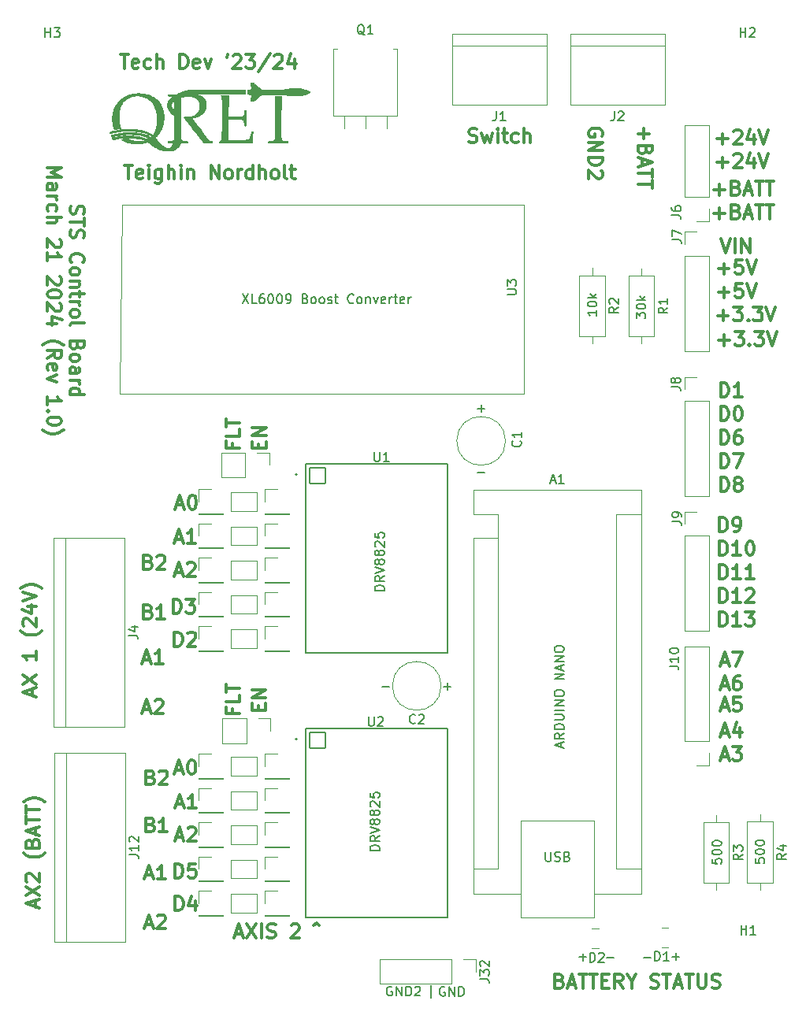
<source format=gto>
G04 #@! TF.GenerationSoftware,KiCad,Pcbnew,7.0.8*
G04 #@! TF.CreationDate,2024-03-21T20:29:15-04:00*
G04 #@! TF.ProjectId,TechDevPCB,54656368-4465-4765-9043-422e6b696361,rev?*
G04 #@! TF.SameCoordinates,Original*
G04 #@! TF.FileFunction,Legend,Top*
G04 #@! TF.FilePolarity,Positive*
%FSLAX46Y46*%
G04 Gerber Fmt 4.6, Leading zero omitted, Abs format (unit mm)*
G04 Created by KiCad (PCBNEW 7.0.8) date 2024-03-21 20:29:15*
%MOMM*%
%LPD*%
G01*
G04 APERTURE LIST*
G04 Aperture macros list*
%AMRoundRect*
0 Rectangle with rounded corners*
0 $1 Rounding radius*
0 $2 $3 $4 $5 $6 $7 $8 $9 X,Y pos of 4 corners*
0 Add a 4 corners polygon primitive as box body*
4,1,4,$2,$3,$4,$5,$6,$7,$8,$9,$2,$3,0*
0 Add four circle primitives for the rounded corners*
1,1,$1+$1,$2,$3*
1,1,$1+$1,$4,$5*
1,1,$1+$1,$6,$7*
1,1,$1+$1,$8,$9*
0 Add four rect primitives between the rounded corners*
20,1,$1+$1,$2,$3,$4,$5,0*
20,1,$1+$1,$4,$5,$6,$7,0*
20,1,$1+$1,$6,$7,$8,$9,0*
20,1,$1+$1,$8,$9,$2,$3,0*%
G04 Aperture macros list end*
%ADD10C,0.000000*%
%ADD11C,0.150000*%
%ADD12C,0.300000*%
%ADD13C,0.120000*%
%ADD14C,0.127000*%
%ADD15C,0.200000*%
%ADD16C,1.600000*%
%ADD17O,1.600000X1.600000*%
%ADD18R,1.700000X1.700000*%
%ADD19R,3.000000X3.000000*%
%ADD20C,3.000000*%
%ADD21O,1.700000X1.700000*%
%ADD22R,1.717500X1.800000*%
%ADD23O,1.717500X1.800000*%
%ADD24R,5.700000X6.200000*%
%ADD25C,1.200000*%
%ADD26R,1.000000X1.500000*%
%ADD27C,3.200000*%
%ADD28RoundRect,0.102000X-0.825000X-0.825000X0.825000X-0.825000X0.825000X0.825000X-0.825000X0.825000X0*%
%ADD29C,1.854000*%
%ADD30R,1.600000X1.600000*%
%ADD31R,1.800000X1.800000*%
%ADD32C,1.800000*%
G04 APERTURE END LIST*
D10*
G36*
X129601754Y-46884248D02*
G01*
X129870773Y-46884966D01*
X130072344Y-46885912D01*
X130150862Y-46886519D01*
X130216151Y-46887240D01*
X130269419Y-46888096D01*
X130311878Y-46889106D01*
X130344738Y-46890288D01*
X130369209Y-46891664D01*
X130386503Y-46893251D01*
X130392836Y-46894130D01*
X130397829Y-46895069D01*
X130401633Y-46896071D01*
X130404399Y-46897138D01*
X130406278Y-46898273D01*
X130407422Y-46899477D01*
X130408849Y-46902059D01*
X130410154Y-46906197D01*
X130412411Y-46919335D01*
X130414212Y-46939273D01*
X130415580Y-46966395D01*
X130416534Y-47001082D01*
X130417096Y-47043716D01*
X130417124Y-47154359D01*
X130416954Y-47196464D01*
X130416757Y-47233395D01*
X130416506Y-47265517D01*
X130416173Y-47293196D01*
X130415968Y-47305484D01*
X130415732Y-47316799D01*
X130415462Y-47327185D01*
X130415155Y-47336689D01*
X130414807Y-47345357D01*
X130414415Y-47353233D01*
X130413976Y-47360365D01*
X130413486Y-47366797D01*
X130412941Y-47372576D01*
X130412339Y-47377747D01*
X130411676Y-47382355D01*
X130410948Y-47386447D01*
X130410559Y-47388313D01*
X130410153Y-47390067D01*
X130409729Y-47391715D01*
X130409286Y-47393263D01*
X130408825Y-47394715D01*
X130408345Y-47396079D01*
X130407845Y-47397359D01*
X130407326Y-47398561D01*
X130406786Y-47399691D01*
X130406225Y-47400755D01*
X130405643Y-47401759D01*
X130405040Y-47402707D01*
X130404414Y-47403607D01*
X130403766Y-47404462D01*
X130402401Y-47406066D01*
X130400941Y-47407565D01*
X130399382Y-47409005D01*
X130397722Y-47410430D01*
X130395957Y-47411887D01*
X130380571Y-47416874D01*
X130330583Y-47420693D01*
X130020469Y-47425447D01*
X127815387Y-47427762D01*
X126006188Y-47429967D01*
X125454601Y-47432227D01*
X125250692Y-47434817D01*
X125250611Y-47435272D01*
X125250858Y-47435806D01*
X125252303Y-47437105D01*
X125254965Y-47438693D01*
X125258782Y-47440550D01*
X125269622Y-47444987D01*
X125284317Y-47450251D01*
X125302360Y-47456177D01*
X125323246Y-47462599D01*
X125346468Y-47469351D01*
X125371519Y-47476269D01*
X125408697Y-47486433D01*
X125443635Y-47496480D01*
X125476532Y-47506498D01*
X125507586Y-47516577D01*
X125536998Y-47526805D01*
X125564964Y-47537273D01*
X125591686Y-47548069D01*
X125617361Y-47559282D01*
X125642189Y-47571001D01*
X125666368Y-47583317D01*
X125690097Y-47596316D01*
X125713576Y-47610090D01*
X125737003Y-47624727D01*
X125760577Y-47640316D01*
X125784498Y-47656946D01*
X125808963Y-47674706D01*
X125839095Y-47698191D01*
X125868281Y-47722972D01*
X125896485Y-47749004D01*
X125923671Y-47776240D01*
X125949803Y-47804634D01*
X125974845Y-47834138D01*
X125998760Y-47864708D01*
X126021512Y-47896295D01*
X126043065Y-47928854D01*
X126063384Y-47962337D01*
X126082431Y-47996700D01*
X126100171Y-48031894D01*
X126116567Y-48067874D01*
X126131583Y-48104592D01*
X126145183Y-48142003D01*
X126157332Y-48180061D01*
X126173517Y-48238174D01*
X126187021Y-48296384D01*
X126197848Y-48354620D01*
X126206004Y-48412811D01*
X126211493Y-48470889D01*
X126214320Y-48528783D01*
X126214492Y-48586425D01*
X126212012Y-48643743D01*
X126206886Y-48700668D01*
X126199120Y-48757131D01*
X126188719Y-48813062D01*
X126175687Y-48868391D01*
X126160030Y-48923047D01*
X126141753Y-48976963D01*
X126120861Y-49030067D01*
X126097359Y-49082290D01*
X126062906Y-49149425D01*
X126025090Y-49214516D01*
X125984000Y-49277483D01*
X125939726Y-49338246D01*
X125892356Y-49396726D01*
X125841980Y-49452841D01*
X125788686Y-49506511D01*
X125732565Y-49557658D01*
X125673705Y-49606200D01*
X125612195Y-49652057D01*
X125548125Y-49695149D01*
X125481583Y-49735397D01*
X125412659Y-49772720D01*
X125341441Y-49807038D01*
X125268020Y-49838271D01*
X125192484Y-49866338D01*
X125149351Y-49880289D01*
X125092163Y-49897413D01*
X124956123Y-49935681D01*
X124825375Y-49970146D01*
X124774801Y-49982515D01*
X124740929Y-49989810D01*
X124737501Y-49990337D01*
X124734171Y-49990918D01*
X124730959Y-49991549D01*
X124727879Y-49992222D01*
X124724949Y-49992932D01*
X124722186Y-49993671D01*
X124719606Y-49994433D01*
X124717227Y-49995212D01*
X124715064Y-49996002D01*
X124713135Y-49996796D01*
X124711457Y-49997586D01*
X124710718Y-49997979D01*
X124710047Y-49998368D01*
X124709447Y-49998754D01*
X124708920Y-49999135D01*
X124708469Y-49999510D01*
X124708095Y-49999879D01*
X124707801Y-50000241D01*
X124707588Y-50000595D01*
X124707458Y-50000940D01*
X124707415Y-50001276D01*
X124711477Y-50010841D01*
X124725522Y-50032819D01*
X124794727Y-50129268D01*
X124937354Y-50321132D01*
X125175727Y-50638922D01*
X125637177Y-51252218D01*
X125951618Y-51667820D01*
X126151295Y-51928145D01*
X126218175Y-52013334D01*
X126268456Y-52075609D01*
X126313565Y-52130304D01*
X126354327Y-52178885D01*
X126391273Y-52221726D01*
X126424933Y-52259205D01*
X126455839Y-52291697D01*
X126484521Y-52319579D01*
X126498194Y-52331908D01*
X126511511Y-52343225D01*
X126524537Y-52353578D01*
X126537339Y-52363013D01*
X126549984Y-52371577D01*
X126562538Y-52379317D01*
X126575066Y-52386281D01*
X126587636Y-52392515D01*
X126600314Y-52398066D01*
X126613166Y-52402981D01*
X126626259Y-52407308D01*
X126639659Y-52411093D01*
X126653432Y-52414383D01*
X126667645Y-52417225D01*
X126697655Y-52421754D01*
X126730221Y-52425055D01*
X126765873Y-52427505D01*
X126809240Y-52430322D01*
X126826769Y-52431894D01*
X126841776Y-52433830D01*
X126848391Y-52434994D01*
X126854447Y-52436319D01*
X126859964Y-52437830D01*
X126864968Y-52439551D01*
X126869481Y-52441505D01*
X126873526Y-52443715D01*
X126877126Y-52446207D01*
X126880305Y-52449002D01*
X126883087Y-52452126D01*
X126885494Y-52455602D01*
X126887549Y-52459454D01*
X126889276Y-52463704D01*
X126890699Y-52468378D01*
X126891840Y-52473499D01*
X126892722Y-52479090D01*
X126893369Y-52485176D01*
X126894051Y-52498925D01*
X126894072Y-52514936D01*
X126892873Y-52554505D01*
X126892169Y-52574123D01*
X126891295Y-52591392D01*
X126890121Y-52606444D01*
X126888519Y-52619411D01*
X126887516Y-52625153D01*
X126886358Y-52630424D01*
X126885028Y-52635240D01*
X126883509Y-52639616D01*
X126881787Y-52643570D01*
X126879845Y-52647118D01*
X126877666Y-52650277D01*
X126875234Y-52653062D01*
X126872534Y-52655491D01*
X126869549Y-52657580D01*
X126866263Y-52659345D01*
X126862660Y-52660804D01*
X126858723Y-52661971D01*
X126854437Y-52662864D01*
X126849786Y-52663499D01*
X126844752Y-52663894D01*
X126839321Y-52664063D01*
X126833476Y-52664024D01*
X126820478Y-52663387D01*
X126805630Y-52662115D01*
X126788804Y-52660338D01*
X126725247Y-52656442D01*
X126629930Y-52653972D01*
X126513921Y-52652866D01*
X126388291Y-52653062D01*
X126264107Y-52654499D01*
X126152440Y-52657114D01*
X126064357Y-52660845D01*
X126010929Y-52665631D01*
X125987149Y-52669386D01*
X125977073Y-52670847D01*
X125968031Y-52672024D01*
X125959893Y-52672912D01*
X125952530Y-52673506D01*
X125945809Y-52673799D01*
X125939602Y-52673788D01*
X125933777Y-52673467D01*
X125928204Y-52672830D01*
X125922752Y-52671873D01*
X125917291Y-52670591D01*
X125911691Y-52668978D01*
X125905821Y-52667029D01*
X125899550Y-52664738D01*
X125892748Y-52662102D01*
X125883508Y-52658361D01*
X125874312Y-52654085D01*
X125865159Y-52649277D01*
X125856051Y-52643940D01*
X125846990Y-52638075D01*
X125837976Y-52631686D01*
X125829012Y-52624774D01*
X125820098Y-52617344D01*
X125811236Y-52609396D01*
X125802426Y-52600935D01*
X125793671Y-52591962D01*
X125784972Y-52582480D01*
X125776329Y-52572491D01*
X125767744Y-52561998D01*
X125759219Y-52551005D01*
X125750755Y-52539512D01*
X125413852Y-52084429D01*
X125145962Y-51722170D01*
X124929665Y-51427380D01*
X124700194Y-51118272D01*
X124588786Y-50972260D01*
X124476345Y-50827768D01*
X124360432Y-50681663D01*
X124238606Y-50530815D01*
X123967463Y-50202359D01*
X123891759Y-50111541D01*
X123861394Y-50074830D01*
X123835599Y-50043182D01*
X123814056Y-50016045D01*
X123804781Y-50003996D01*
X123796450Y-49992868D01*
X123789025Y-49982592D01*
X123782464Y-49973099D01*
X123776730Y-49964320D01*
X123771782Y-49956186D01*
X123767581Y-49948629D01*
X123764086Y-49941579D01*
X123761260Y-49934967D01*
X123759061Y-49928724D01*
X123757451Y-49922782D01*
X123756390Y-49917071D01*
X123755838Y-49911522D01*
X123755755Y-49906067D01*
X123756103Y-49900637D01*
X123756842Y-49895162D01*
X123757932Y-49889574D01*
X123759333Y-49883803D01*
X123762912Y-49871440D01*
X123767262Y-49857519D01*
X123768878Y-49852182D01*
X123770437Y-49847397D01*
X123771961Y-49843140D01*
X123773477Y-49839384D01*
X123774239Y-49837686D01*
X123775008Y-49836103D01*
X123775787Y-49834633D01*
X123776579Y-49833272D01*
X123777387Y-49832017D01*
X123778215Y-49830865D01*
X123779065Y-49829812D01*
X123779940Y-49828856D01*
X123780843Y-49827992D01*
X123781778Y-49827218D01*
X123782748Y-49826531D01*
X123783755Y-49825927D01*
X123784803Y-49825404D01*
X123785895Y-49824957D01*
X123787033Y-49824584D01*
X123788222Y-49824281D01*
X123789463Y-49824045D01*
X123790761Y-49823873D01*
X123792117Y-49823762D01*
X123793536Y-49823709D01*
X123795020Y-49823710D01*
X123796573Y-49823761D01*
X123799894Y-49824005D01*
X123873226Y-49829564D01*
X123956108Y-49832425D01*
X124045274Y-49832702D01*
X124137458Y-49830509D01*
X124229394Y-49825960D01*
X124317816Y-49819168D01*
X124399458Y-49810247D01*
X124471054Y-49799311D01*
X124520305Y-49789666D01*
X124569106Y-49778292D01*
X124617357Y-49765239D01*
X124664957Y-49750556D01*
X124711809Y-49734291D01*
X124757811Y-49716494D01*
X124802866Y-49697214D01*
X124846872Y-49676500D01*
X124889732Y-49654401D01*
X124931344Y-49630966D01*
X124971611Y-49606244D01*
X125010432Y-49580285D01*
X125047707Y-49553137D01*
X125083338Y-49524850D01*
X125117225Y-49495473D01*
X125149269Y-49465054D01*
X125177447Y-49436262D01*
X125204123Y-49406739D01*
X125229324Y-49376435D01*
X125253077Y-49345302D01*
X125275408Y-49313291D01*
X125296345Y-49280352D01*
X125315916Y-49246436D01*
X125334147Y-49211495D01*
X125351065Y-49175478D01*
X125366698Y-49138338D01*
X125381072Y-49100025D01*
X125394215Y-49060489D01*
X125406154Y-49019682D01*
X125416917Y-48977555D01*
X125426529Y-48934059D01*
X125435019Y-48889144D01*
X125443108Y-48836485D01*
X125449197Y-48784686D01*
X125453298Y-48733773D01*
X125455426Y-48683768D01*
X125455594Y-48634696D01*
X125453818Y-48586581D01*
X125450110Y-48539446D01*
X125444486Y-48493316D01*
X125436958Y-48448214D01*
X125427542Y-48404165D01*
X125416250Y-48361192D01*
X125403098Y-48319318D01*
X125388099Y-48278569D01*
X125371267Y-48238967D01*
X125352617Y-48200538D01*
X125332162Y-48163304D01*
X125309916Y-48127289D01*
X125285894Y-48092518D01*
X125260109Y-48059014D01*
X125232576Y-48026802D01*
X125203309Y-47995905D01*
X125172321Y-47966347D01*
X125139627Y-47938151D01*
X125105241Y-47911343D01*
X125069176Y-47885946D01*
X125031447Y-47861983D01*
X124992068Y-47839478D01*
X124951054Y-47818456D01*
X124908417Y-47798941D01*
X124864172Y-47780956D01*
X124818333Y-47764525D01*
X124770915Y-47749672D01*
X124733019Y-47739142D01*
X124693841Y-47729392D01*
X124653527Y-47720435D01*
X124612220Y-47712285D01*
X124527209Y-47698465D01*
X124439965Y-47688046D01*
X124351647Y-47681140D01*
X124263411Y-47677862D01*
X124176415Y-47678325D01*
X124133744Y-47679995D01*
X124091817Y-47682644D01*
X124048489Y-47686179D01*
X124003246Y-47690752D01*
X123909434Y-47702529D01*
X123815230Y-47717014D01*
X123725480Y-47733245D01*
X123645031Y-47750262D01*
X123609810Y-47758765D01*
X123578732Y-47767104D01*
X123552403Y-47775158D01*
X123531429Y-47782808D01*
X123516416Y-47789934D01*
X123511335Y-47793262D01*
X123507970Y-47796415D01*
X123504695Y-47801826D01*
X123501486Y-47810106D01*
X123495292Y-47835165D01*
X123489429Y-47871387D01*
X123483937Y-47918564D01*
X123478859Y-47976490D01*
X123474236Y-48044958D01*
X123470109Y-48123761D01*
X123466519Y-48212693D01*
X123460772Y-48915134D01*
X123460235Y-50175019D01*
X123464162Y-51403816D01*
X123471811Y-52012991D01*
X123476022Y-52056403D01*
X123480699Y-52097189D01*
X123485810Y-52135123D01*
X123491324Y-52169977D01*
X123497209Y-52201524D01*
X123503436Y-52229536D01*
X123506668Y-52242146D01*
X123509974Y-52253786D01*
X123513349Y-52264429D01*
X123516790Y-52274047D01*
X123519956Y-52281804D01*
X123523809Y-52289510D01*
X123528310Y-52297136D01*
X123533423Y-52304653D01*
X123539109Y-52312030D01*
X123545331Y-52319238D01*
X123552052Y-52326247D01*
X123559233Y-52333027D01*
X123566839Y-52339549D01*
X123574831Y-52345782D01*
X123583172Y-52351698D01*
X123591824Y-52357266D01*
X123600750Y-52362458D01*
X123609913Y-52367242D01*
X123619274Y-52371589D01*
X123628797Y-52375470D01*
X123643371Y-52380425D01*
X123660764Y-52385340D01*
X123702798Y-52394901D01*
X123752479Y-52403841D01*
X123807391Y-52411851D01*
X123865113Y-52418620D01*
X123923228Y-52423839D01*
X123979318Y-52427198D01*
X124030963Y-52428387D01*
X124059947Y-52428496D01*
X124085526Y-52428930D01*
X124107912Y-52429846D01*
X124127315Y-52431405D01*
X124135965Y-52432475D01*
X124143949Y-52433765D01*
X124151294Y-52435294D01*
X124158025Y-52437084D01*
X124164170Y-52439153D01*
X124169755Y-52441522D01*
X124174806Y-52444211D01*
X124179350Y-52447239D01*
X124183414Y-52450625D01*
X124187023Y-52454391D01*
X124190205Y-52458556D01*
X124192986Y-52463139D01*
X124195392Y-52468161D01*
X124197450Y-52473642D01*
X124199186Y-52479601D01*
X124200627Y-52486058D01*
X124201800Y-52493033D01*
X124202730Y-52500546D01*
X124203969Y-52517266D01*
X124204557Y-52536375D01*
X124204706Y-52558033D01*
X124204069Y-52600587D01*
X124202695Y-52617812D01*
X124200104Y-52632557D01*
X124198231Y-52639051D01*
X124195911Y-52644987D01*
X124193093Y-52650386D01*
X124189730Y-52655267D01*
X124185775Y-52659653D01*
X124181178Y-52663563D01*
X124175893Y-52667019D01*
X124169869Y-52670040D01*
X124163061Y-52672648D01*
X124155419Y-52674863D01*
X124137441Y-52678198D01*
X124115551Y-52680210D01*
X124089364Y-52681064D01*
X124058496Y-52680926D01*
X124022560Y-52679962D01*
X123933949Y-52676213D01*
X123612922Y-52661221D01*
X123492977Y-52655928D01*
X123462109Y-52683269D01*
X123457972Y-52687119D01*
X123453820Y-52691413D01*
X123449637Y-52696183D01*
X123445407Y-52701459D01*
X123441115Y-52707273D01*
X123436746Y-52713655D01*
X123432284Y-52720636D01*
X123427713Y-52728248D01*
X123418184Y-52745488D01*
X123408035Y-52765621D01*
X123397142Y-52788896D01*
X123385380Y-52815561D01*
X123373081Y-52842975D01*
X123360617Y-52869382D01*
X123347925Y-52894872D01*
X123334944Y-52919534D01*
X123321611Y-52943457D01*
X123307865Y-52966730D01*
X123293644Y-52989442D01*
X123278885Y-53011683D01*
X123263527Y-53033541D01*
X123247507Y-53055107D01*
X123230764Y-53076468D01*
X123213235Y-53097714D01*
X123194859Y-53118934D01*
X123175574Y-53140218D01*
X123155317Y-53161654D01*
X123134026Y-53183332D01*
X123092037Y-53223493D01*
X123049092Y-53261289D01*
X123005210Y-53296710D01*
X122960407Y-53329748D01*
X122914699Y-53360393D01*
X122868104Y-53388637D01*
X122820638Y-53414470D01*
X122772318Y-53437883D01*
X122723161Y-53458867D01*
X122673184Y-53477413D01*
X122622403Y-53493513D01*
X122570835Y-53507157D01*
X122518497Y-53518335D01*
X122465407Y-53527040D01*
X122411579Y-53533262D01*
X122357032Y-53536991D01*
X122292976Y-53538202D01*
X122205903Y-53537419D01*
X121994002Y-53531148D01*
X121783920Y-53520744D01*
X121699121Y-53514793D01*
X121638248Y-53508769D01*
X121589379Y-53501899D01*
X121535694Y-53493500D01*
X121479653Y-53484026D01*
X121423715Y-53473932D01*
X121370340Y-53463673D01*
X121321988Y-53453703D01*
X121281119Y-53444477D01*
X121250192Y-53436450D01*
X121217526Y-53426214D01*
X121182172Y-53413271D01*
X121143842Y-53397475D01*
X121102246Y-53378682D01*
X121057095Y-53356747D01*
X121008099Y-53331526D01*
X120954968Y-53302873D01*
X120897414Y-53270644D01*
X120787108Y-53207898D01*
X120689317Y-53150672D01*
X120599526Y-53096050D01*
X120513218Y-53041118D01*
X120425876Y-52982961D01*
X120332984Y-52918665D01*
X120230026Y-52845316D01*
X120112484Y-52759998D01*
X120046653Y-52711929D01*
X120018841Y-52691805D01*
X119994124Y-52674091D01*
X119972276Y-52658642D01*
X119953067Y-52645308D01*
X119936269Y-52633943D01*
X119921653Y-52624399D01*
X119908991Y-52616530D01*
X119898053Y-52610188D01*
X119893159Y-52607544D01*
X119888611Y-52605226D01*
X119884379Y-52603217D01*
X119880436Y-52601496D01*
X119876753Y-52600048D01*
X119873300Y-52598852D01*
X119870050Y-52597891D01*
X119866974Y-52597145D01*
X119864044Y-52596598D01*
X119861230Y-52596229D01*
X119858504Y-52596022D01*
X119855838Y-52595957D01*
X119851901Y-52596140D01*
X119847077Y-52596678D01*
X119835030Y-52598754D01*
X119820212Y-52602049D01*
X119803142Y-52606430D01*
X119784335Y-52611761D01*
X119764309Y-52617909D01*
X119743580Y-52624738D01*
X119722665Y-52632116D01*
X119658229Y-52653607D01*
X119588182Y-52674229D01*
X119513856Y-52693694D01*
X119436584Y-52711712D01*
X119357700Y-52727993D01*
X119278537Y-52742249D01*
X119200428Y-52754189D01*
X119124706Y-52763526D01*
X119062393Y-52767749D01*
X118976774Y-52770526D01*
X118874970Y-52771897D01*
X118764101Y-52771904D01*
X118651290Y-52770588D01*
X118543656Y-52767991D01*
X118448322Y-52764153D01*
X118372408Y-52759116D01*
X118296921Y-52751905D01*
X118224134Y-52743803D01*
X118153875Y-52734765D01*
X118085969Y-52724748D01*
X118020244Y-52713708D01*
X117956526Y-52701600D01*
X117894643Y-52688382D01*
X117834422Y-52674009D01*
X117775688Y-52658436D01*
X117718270Y-52641621D01*
X117661994Y-52623519D01*
X117606687Y-52604087D01*
X117552176Y-52583280D01*
X117498287Y-52561054D01*
X117444848Y-52537366D01*
X117391685Y-52512171D01*
X117351896Y-52491727D01*
X117308521Y-52468171D01*
X117263430Y-52442610D01*
X117218494Y-52416150D01*
X117175583Y-52389897D01*
X117136569Y-52364956D01*
X117103322Y-52342434D01*
X117089446Y-52332425D01*
X117077713Y-52323436D01*
X117070856Y-52317949D01*
X117064813Y-52313026D01*
X117059553Y-52308613D01*
X117057207Y-52306580D01*
X117055044Y-52304653D01*
X117053061Y-52302826D01*
X117051254Y-52301091D01*
X117049618Y-52299442D01*
X117048149Y-52297871D01*
X117046844Y-52296372D01*
X117045698Y-52294938D01*
X117044708Y-52293562D01*
X117043869Y-52292237D01*
X117043177Y-52290955D01*
X117042628Y-52289711D01*
X117042219Y-52288496D01*
X117041944Y-52287305D01*
X117041801Y-52286130D01*
X117041785Y-52284964D01*
X117041892Y-52283800D01*
X117042118Y-52282632D01*
X117042459Y-52281452D01*
X117042911Y-52280253D01*
X117043470Y-52279029D01*
X117044132Y-52277772D01*
X117044893Y-52276476D01*
X117045748Y-52275134D01*
X117047727Y-52272283D01*
X117052046Y-52266802D01*
X117057103Y-52261593D01*
X117062953Y-52256637D01*
X117069652Y-52251916D01*
X117077255Y-52247412D01*
X117085818Y-52243106D01*
X117095396Y-52238982D01*
X117106046Y-52235021D01*
X117117822Y-52231204D01*
X117130780Y-52227514D01*
X117144976Y-52223933D01*
X117160464Y-52220441D01*
X117195544Y-52213658D01*
X117236463Y-52207019D01*
X117279567Y-52200879D01*
X117324608Y-52195680D01*
X117371186Y-52191414D01*
X117418902Y-52188071D01*
X117516152Y-52184121D01*
X117613164Y-52183758D01*
X117706745Y-52186908D01*
X117751250Y-52189779D01*
X117793701Y-52193500D01*
X117833696Y-52198065D01*
X117870838Y-52203462D01*
X117904727Y-52209684D01*
X117934963Y-52216721D01*
X117950277Y-52220985D01*
X117968009Y-52226367D01*
X117987518Y-52232657D01*
X118008165Y-52239651D01*
X118029307Y-52247140D01*
X118050305Y-52254919D01*
X118070517Y-52262781D01*
X118089303Y-52270519D01*
X118148892Y-52294813D01*
X118207415Y-52317121D01*
X118265091Y-52337480D01*
X118322137Y-52355930D01*
X118378769Y-52372509D01*
X118435205Y-52387256D01*
X118491661Y-52400210D01*
X118548356Y-52411410D01*
X118605505Y-52420894D01*
X118663325Y-52428701D01*
X118722035Y-52434870D01*
X118781850Y-52439439D01*
X118842989Y-52442448D01*
X118905667Y-52443935D01*
X118970102Y-52443939D01*
X119036512Y-52442498D01*
X119074172Y-52441313D01*
X119111739Y-52439797D01*
X119182584Y-52436104D01*
X119241026Y-52432080D01*
X119263090Y-52430151D01*
X119279046Y-52428387D01*
X119293858Y-52425991D01*
X119309356Y-52423147D01*
X119325300Y-52419926D01*
X119341444Y-52416398D01*
X119373366Y-52408698D01*
X119403180Y-52400606D01*
X119416689Y-52396587D01*
X119428943Y-52392679D01*
X119439697Y-52388951D01*
X119448711Y-52385475D01*
X119455739Y-52382319D01*
X119460541Y-52379553D01*
X119462031Y-52378338D01*
X119462873Y-52377247D01*
X119463036Y-52376288D01*
X119462491Y-52375470D01*
X119457023Y-52372652D01*
X119445410Y-52368301D01*
X119406708Y-52355819D01*
X119288087Y-52321451D01*
X119153921Y-52285429D01*
X119095788Y-52270881D01*
X119051505Y-52260818D01*
X118805709Y-52215892D01*
X118555397Y-52180381D01*
X118301923Y-52154359D01*
X118046639Y-52137896D01*
X117790901Y-52131067D01*
X117536063Y-52133941D01*
X117283477Y-52146594D01*
X117034498Y-52169095D01*
X116921628Y-52183446D01*
X116804242Y-52201548D01*
X116685760Y-52222689D01*
X116569603Y-52246155D01*
X116459193Y-52271234D01*
X116357950Y-52297212D01*
X116269296Y-52323375D01*
X116230758Y-52336304D01*
X116196651Y-52349012D01*
X116187468Y-52352555D01*
X116178585Y-52355861D01*
X116170218Y-52358856D01*
X116162586Y-52361469D01*
X116155904Y-52363628D01*
X116150390Y-52365259D01*
X116148139Y-52365855D01*
X116146261Y-52366291D01*
X116144784Y-52366560D01*
X116143734Y-52366651D01*
X116142474Y-52366028D01*
X116140702Y-52364209D01*
X116135769Y-52357286D01*
X116129223Y-52346484D01*
X116121355Y-52332407D01*
X116102806Y-52296841D01*
X116082439Y-52255416D01*
X116062568Y-52212957D01*
X116045507Y-52174291D01*
X116033574Y-52144244D01*
X116030253Y-52133962D01*
X116029081Y-52127644D01*
X116029460Y-52122826D01*
X116030707Y-52118244D01*
X116032988Y-52113825D01*
X116036468Y-52109495D01*
X116041311Y-52105181D01*
X116047685Y-52100809D01*
X116055753Y-52096304D01*
X116065682Y-52091595D01*
X116077636Y-52086606D01*
X116091782Y-52081265D01*
X116127308Y-52069229D01*
X116173582Y-52054899D01*
X116231928Y-52037686D01*
X116334017Y-52008652D01*
X116434307Y-51982854D01*
X116534391Y-51959970D01*
X116635859Y-51939680D01*
X116740304Y-51921664D01*
X116849317Y-51905601D01*
X116964490Y-51891171D01*
X117087415Y-51878054D01*
X117266176Y-51862647D01*
X117444664Y-51851785D01*
X117622459Y-51845424D01*
X117799144Y-51843520D01*
X117974298Y-51846030D01*
X118147505Y-51852908D01*
X118318345Y-51864112D01*
X118486399Y-51879597D01*
X118651249Y-51899320D01*
X118812477Y-51923236D01*
X118969664Y-51951302D01*
X119122391Y-51983474D01*
X119270240Y-52019707D01*
X119412792Y-52059958D01*
X119549629Y-52104183D01*
X119680331Y-52152338D01*
X119701031Y-52160815D01*
X119721741Y-52169550D01*
X119741893Y-52178306D01*
X119760919Y-52186845D01*
X119778250Y-52194928D01*
X119793317Y-52202320D01*
X119805552Y-52208781D01*
X119810430Y-52211589D01*
X119814387Y-52214075D01*
X119821954Y-52218384D01*
X119829447Y-52222050D01*
X119836876Y-52225070D01*
X119844249Y-52227442D01*
X119847918Y-52228383D01*
X119851576Y-52229162D01*
X119855224Y-52229777D01*
X119858865Y-52230229D01*
X119862498Y-52230516D01*
X119866126Y-52230639D01*
X119869748Y-52230597D01*
X119873367Y-52230391D01*
X119876983Y-52230018D01*
X119880598Y-52229481D01*
X119884212Y-52228777D01*
X119887828Y-52227907D01*
X119891445Y-52226870D01*
X119895065Y-52225666D01*
X119898690Y-52224295D01*
X119902319Y-52222756D01*
X119909600Y-52219175D01*
X119916915Y-52214919D01*
X119924273Y-52209986D01*
X119931685Y-52204373D01*
X119956380Y-52184088D01*
X119891116Y-52143519D01*
X119847305Y-52117743D01*
X119800579Y-52093083D01*
X119750008Y-52069167D01*
X119694663Y-52045623D01*
X119633612Y-52022079D01*
X119565926Y-51998164D01*
X119490675Y-51973503D01*
X119406928Y-51947727D01*
X119321616Y-51923900D01*
X119231311Y-51901721D01*
X119037339Y-51862454D01*
X118828235Y-51830215D01*
X118607225Y-51805293D01*
X118377534Y-51787978D01*
X118142385Y-51778559D01*
X117905005Y-51777326D01*
X117668616Y-51784568D01*
X117441247Y-51798706D01*
X117220533Y-51817806D01*
X117008005Y-51841618D01*
X116805192Y-51869896D01*
X116613624Y-51902390D01*
X116434831Y-51938853D01*
X116270341Y-51979036D01*
X116193939Y-52000446D01*
X116121685Y-52022692D01*
X116079865Y-52036270D01*
X116062956Y-52041509D01*
X116048401Y-52045651D01*
X116041933Y-52047294D01*
X116035965Y-52048645D01*
X116030468Y-52049696D01*
X116025412Y-52050443D01*
X116020769Y-52050878D01*
X116016508Y-52050995D01*
X116012600Y-52050789D01*
X116009017Y-52050253D01*
X116005728Y-52049382D01*
X116002704Y-52048168D01*
X115999916Y-52046606D01*
X115997335Y-52044689D01*
X115994930Y-52042413D01*
X115992673Y-52039769D01*
X115990534Y-52036753D01*
X115988484Y-52033359D01*
X115986494Y-52029579D01*
X115984533Y-52025408D01*
X115980585Y-52015868D01*
X115971755Y-51991825D01*
X115967821Y-51981439D01*
X115962770Y-51969101D01*
X115956810Y-51955253D01*
X115950147Y-51940341D01*
X115942988Y-51924809D01*
X115935540Y-51909101D01*
X115928009Y-51893662D01*
X115920602Y-51878936D01*
X115917049Y-51871728D01*
X115913676Y-51864680D01*
X115910496Y-51857828D01*
X115907524Y-51851209D01*
X115904775Y-51844859D01*
X115902262Y-51838814D01*
X115900000Y-51833110D01*
X115898002Y-51827783D01*
X115896284Y-51822869D01*
X115894859Y-51818405D01*
X115893741Y-51814427D01*
X115892945Y-51810971D01*
X115892485Y-51808073D01*
X115892385Y-51806844D01*
X115892375Y-51805769D01*
X115892455Y-51804851D01*
X115892629Y-51804095D01*
X115892897Y-51803506D01*
X115893262Y-51803088D01*
X115897046Y-51800759D01*
X115904228Y-51797473D01*
X115927575Y-51788426D01*
X115960886Y-51776733D01*
X116001741Y-51763180D01*
X116096412Y-51733635D01*
X116145391Y-51719214D01*
X116192241Y-51706074D01*
X116379618Y-51659896D01*
X116585133Y-51618266D01*
X116804684Y-51581679D01*
X117034167Y-51550632D01*
X117269479Y-51525620D01*
X117506517Y-51507141D01*
X117741178Y-51495689D01*
X117969359Y-51491762D01*
X118215657Y-51495331D01*
X118450308Y-51506094D01*
X118563476Y-51514198D01*
X118673983Y-51524132D01*
X118781914Y-51535906D01*
X118887353Y-51549529D01*
X118990384Y-51565013D01*
X119091091Y-51582368D01*
X119189558Y-51601604D01*
X119285868Y-51622731D01*
X119380106Y-51645760D01*
X119472356Y-51670700D01*
X119562702Y-51697564D01*
X119651227Y-51726359D01*
X119733658Y-51755309D01*
X119806146Y-51782501D01*
X119839198Y-51795690D01*
X119870408Y-51808742D01*
X119899989Y-51821758D01*
X119928158Y-51834838D01*
X119955127Y-51848084D01*
X119981112Y-51861596D01*
X120006327Y-51875475D01*
X120030987Y-51889822D01*
X120055306Y-51904737D01*
X120079497Y-51920322D01*
X120103777Y-51936676D01*
X120128359Y-51953901D01*
X120142507Y-51964001D01*
X120155264Y-51972814D01*
X120161157Y-51976743D01*
X120166746Y-51980357D01*
X120172047Y-51983656D01*
X120177073Y-51986643D01*
X120181839Y-51989320D01*
X120186360Y-51991689D01*
X120190652Y-51993752D01*
X120194727Y-51995511D01*
X120198602Y-51996967D01*
X120202290Y-51998123D01*
X120205807Y-51998981D01*
X120209167Y-51999542D01*
X120212385Y-51999808D01*
X120215476Y-51999782D01*
X120218454Y-51999465D01*
X120221333Y-51998859D01*
X120224130Y-51997967D01*
X120226858Y-51996790D01*
X120229532Y-51995330D01*
X120232167Y-51993589D01*
X120234777Y-51991568D01*
X120237377Y-51989271D01*
X120239982Y-51986698D01*
X120242607Y-51983853D01*
X120245266Y-51980736D01*
X120247974Y-51977349D01*
X120250745Y-51973695D01*
X120253595Y-51969776D01*
X120271234Y-51945082D01*
X120189213Y-51892165D01*
X120131646Y-51856639D01*
X120070487Y-51822190D01*
X120005862Y-51788859D01*
X119937900Y-51756690D01*
X119866730Y-51725725D01*
X119792478Y-51696006D01*
X119715273Y-51667577D01*
X119635242Y-51640480D01*
X119552514Y-51614757D01*
X119467216Y-51590452D01*
X119379477Y-51567606D01*
X119289423Y-51546263D01*
X119102887Y-51508255D01*
X118908630Y-51476769D01*
X118824960Y-51465739D01*
X118727762Y-51454679D01*
X118506794Y-51433664D01*
X118273754Y-51416121D01*
X118161466Y-51409402D01*
X118056671Y-51404450D01*
X117882694Y-51400040D01*
X117701193Y-51400591D01*
X117514813Y-51405938D01*
X117326201Y-51415915D01*
X117138002Y-51430357D01*
X116952863Y-51449098D01*
X116773429Y-51471973D01*
X116602345Y-51498817D01*
X116510690Y-51515633D01*
X116415800Y-51535115D01*
X116320889Y-51556457D01*
X116229172Y-51578854D01*
X116143863Y-51601499D01*
X116068176Y-51623585D01*
X116005326Y-51644307D01*
X115979718Y-51653905D01*
X115958526Y-51662859D01*
X115944137Y-51669136D01*
X115931020Y-51674748D01*
X115919102Y-51679715D01*
X115908310Y-51684054D01*
X115898572Y-51687783D01*
X115889817Y-51690920D01*
X115881970Y-51693483D01*
X115878366Y-51694556D01*
X115874961Y-51695491D01*
X115871748Y-51696293D01*
X115868717Y-51696962D01*
X115865859Y-51697501D01*
X115863165Y-51697913D01*
X115860627Y-51698200D01*
X115858234Y-51698363D01*
X115855978Y-51698406D01*
X115853850Y-51698330D01*
X115851841Y-51698138D01*
X115849941Y-51697832D01*
X115848143Y-51697414D01*
X115846436Y-51696887D01*
X115844812Y-51696252D01*
X115843261Y-51695512D01*
X115841775Y-51694670D01*
X115840345Y-51693727D01*
X115837023Y-51689900D01*
X115832781Y-51682991D01*
X115827778Y-51673413D01*
X115822169Y-51661578D01*
X115809758Y-51632786D01*
X115796799Y-51599911D01*
X115784543Y-51566250D01*
X115774241Y-51535101D01*
X115770213Y-51521499D01*
X115767142Y-51509761D01*
X115765185Y-51500299D01*
X115764498Y-51493526D01*
X115764994Y-51488291D01*
X115766524Y-51483146D01*
X115769149Y-51478058D01*
X115772931Y-51472993D01*
X115777934Y-51467918D01*
X115784218Y-51462799D01*
X115791845Y-51457603D01*
X115800878Y-51452295D01*
X115811379Y-51446843D01*
X115823409Y-51441212D01*
X115837031Y-51435370D01*
X115852306Y-51429282D01*
X115888067Y-51416235D01*
X115931185Y-51401804D01*
X116069284Y-51360473D01*
X116227174Y-51319865D01*
X116399265Y-51281036D01*
X116579966Y-51245038D01*
X116763684Y-51212926D01*
X116944829Y-51185754D01*
X117117809Y-51164578D01*
X117277033Y-51150449D01*
X117496535Y-51139198D01*
X117729980Y-51135015D01*
X117971796Y-51137613D01*
X118216414Y-51146701D01*
X118458261Y-51161991D01*
X118691768Y-51183192D01*
X118911363Y-51210015D01*
X119111477Y-51242172D01*
X119245889Y-51268784D01*
X119380622Y-51299292D01*
X119513763Y-51333128D01*
X119643400Y-51369723D01*
X119767621Y-51408510D01*
X119884515Y-51448919D01*
X119992169Y-51490383D01*
X120041934Y-51511332D01*
X120088672Y-51532332D01*
X120123600Y-51549320D01*
X120163044Y-51569842D01*
X120205238Y-51592886D01*
X120248414Y-51617439D01*
X120290804Y-51642489D01*
X120330641Y-51667021D01*
X120366159Y-51690024D01*
X120395588Y-51710484D01*
X120437039Y-51740470D01*
X120483783Y-51668151D01*
X120535890Y-51581780D01*
X120584667Y-51490273D01*
X120630032Y-51394012D01*
X120671899Y-51293379D01*
X120710185Y-51188757D01*
X120744806Y-51080528D01*
X120775677Y-50969074D01*
X120802716Y-50854777D01*
X120825838Y-50738022D01*
X120844958Y-50619188D01*
X120859993Y-50498660D01*
X120870860Y-50376819D01*
X120877473Y-50254048D01*
X120879750Y-50130729D01*
X120877605Y-50007245D01*
X120870956Y-49883977D01*
X120861819Y-49777005D01*
X120850279Y-49672380D01*
X120836330Y-49570090D01*
X120819969Y-49470125D01*
X120801189Y-49372475D01*
X120779985Y-49277131D01*
X120756353Y-49184080D01*
X120730286Y-49093314D01*
X120701781Y-49004822D01*
X120670831Y-48918593D01*
X120637431Y-48834617D01*
X120601577Y-48752884D01*
X120563264Y-48673383D01*
X120522485Y-48596104D01*
X120479236Y-48521037D01*
X120433512Y-48448172D01*
X120385595Y-48378293D01*
X120335101Y-48311524D01*
X120282015Y-48247853D01*
X120226324Y-48187268D01*
X120168012Y-48129758D01*
X120107067Y-48075311D01*
X120043473Y-48023915D01*
X119977216Y-47975560D01*
X119908282Y-47930232D01*
X119836658Y-47887922D01*
X119762328Y-47848616D01*
X119685279Y-47812303D01*
X119605496Y-47778973D01*
X119522965Y-47748612D01*
X119437672Y-47721210D01*
X119349602Y-47696755D01*
X119296525Y-47683784D01*
X119244306Y-47672529D01*
X119191736Y-47662804D01*
X119137605Y-47654422D01*
X119080704Y-47647197D01*
X119019824Y-47640944D01*
X118953755Y-47635477D01*
X118881289Y-47630609D01*
X118766549Y-47626223D01*
X118654220Y-47626935D01*
X118544376Y-47632720D01*
X118437093Y-47643549D01*
X118332445Y-47659396D01*
X118230508Y-47680234D01*
X118131356Y-47706035D01*
X118035064Y-47736773D01*
X117941707Y-47772420D01*
X117851361Y-47812949D01*
X117764100Y-47858334D01*
X117679999Y-47908546D01*
X117599132Y-47963559D01*
X117521576Y-48023345D01*
X117447404Y-48087878D01*
X117376692Y-48157130D01*
X117330955Y-48206799D01*
X117287325Y-48258275D01*
X117245780Y-48311605D01*
X117206298Y-48366840D01*
X117168857Y-48424028D01*
X117133436Y-48483219D01*
X117100012Y-48544461D01*
X117068563Y-48607804D01*
X117039068Y-48673296D01*
X117011504Y-48740988D01*
X116985849Y-48810927D01*
X116962082Y-48883163D01*
X116940180Y-48957746D01*
X116920122Y-49034723D01*
X116901886Y-49114145D01*
X116885449Y-49196061D01*
X116872778Y-49269141D01*
X116861881Y-49344636D01*
X116852758Y-49422231D01*
X116845404Y-49501613D01*
X116839817Y-49582468D01*
X116835995Y-49664482D01*
X116833635Y-49830730D01*
X116838303Y-49997846D01*
X116849979Y-50163320D01*
X116858438Y-50244655D01*
X116868641Y-50324638D01*
X116880585Y-50402954D01*
X116894269Y-50479290D01*
X116909549Y-50552786D01*
X116927879Y-50631026D01*
X116948668Y-50711973D01*
X116971329Y-50793593D01*
X116995270Y-50873848D01*
X117019904Y-50950703D01*
X117044642Y-51022121D01*
X117068894Y-51086068D01*
X117087415Y-51132811D01*
X117065366Y-51140748D01*
X117049102Y-51145411D01*
X117025045Y-51150105D01*
X116993587Y-51154778D01*
X116955123Y-51159379D01*
X116910044Y-51163856D01*
X116858743Y-51168157D01*
X116801613Y-51172231D01*
X116739046Y-51176026D01*
X116685577Y-51179757D01*
X116625813Y-51185369D01*
X116562887Y-51192428D01*
X116499929Y-51200500D01*
X116440073Y-51209151D01*
X116386448Y-51217946D01*
X116342187Y-51226452D01*
X116324547Y-51230461D01*
X116310422Y-51234234D01*
X116305177Y-51235220D01*
X116300012Y-51235178D01*
X116294901Y-51234071D01*
X116289820Y-51231864D01*
X116284744Y-51228520D01*
X116279648Y-51224002D01*
X116274509Y-51218276D01*
X116269301Y-51211304D01*
X116264000Y-51203050D01*
X116258581Y-51193479D01*
X116253021Y-51182553D01*
X116247294Y-51170238D01*
X116241375Y-51156496D01*
X116235241Y-51141292D01*
X116228866Y-51124590D01*
X116222227Y-51106352D01*
X116187316Y-51001564D01*
X116157087Y-50898255D01*
X116131178Y-50794511D01*
X116109228Y-50688421D01*
X116090874Y-50578073D01*
X116075755Y-50461555D01*
X116063510Y-50336954D01*
X116053776Y-50202359D01*
X116049728Y-50132405D01*
X116046858Y-50070688D01*
X116045187Y-50015192D01*
X116044736Y-49963904D01*
X116045525Y-49914806D01*
X116047575Y-49865884D01*
X116050906Y-49815122D01*
X116055540Y-49760505D01*
X116066953Y-49653386D01*
X116081071Y-49549510D01*
X116097975Y-49448668D01*
X116117744Y-49350649D01*
X116140459Y-49255245D01*
X116166199Y-49162247D01*
X116195046Y-49071445D01*
X116227078Y-48982630D01*
X116262376Y-48895593D01*
X116301020Y-48810124D01*
X116343090Y-48726014D01*
X116388666Y-48643054D01*
X116437829Y-48561034D01*
X116490659Y-48479746D01*
X116547234Y-48398980D01*
X116607637Y-48318526D01*
X116627018Y-48294298D01*
X116648299Y-48268737D01*
X116695638Y-48214567D01*
X116747814Y-48157915D01*
X116802988Y-48100686D01*
X116859318Y-48044779D01*
X116914967Y-47992096D01*
X116968094Y-47944540D01*
X116993136Y-47923279D01*
X117016859Y-47904012D01*
X117072352Y-47861140D01*
X117129285Y-47819542D01*
X117187548Y-47779272D01*
X117247033Y-47740384D01*
X117307628Y-47702933D01*
X117369225Y-47666972D01*
X117431713Y-47632557D01*
X117494983Y-47599741D01*
X117558925Y-47568579D01*
X117623428Y-47539125D01*
X117688384Y-47511433D01*
X117753682Y-47485557D01*
X117819213Y-47461552D01*
X117884867Y-47439472D01*
X117950533Y-47419371D01*
X118016102Y-47401304D01*
X118136536Y-47372724D01*
X118259739Y-47348494D01*
X118385258Y-47328599D01*
X118512637Y-47313026D01*
X118641421Y-47301764D01*
X118771157Y-47294798D01*
X118901388Y-47292117D01*
X119031661Y-47293706D01*
X119161521Y-47299554D01*
X119290512Y-47309647D01*
X119418180Y-47323972D01*
X119544071Y-47342516D01*
X119667729Y-47365267D01*
X119788700Y-47392212D01*
X119906529Y-47423337D01*
X120020762Y-47458630D01*
X120138182Y-47500261D01*
X120251332Y-47545779D01*
X120360218Y-47595186D01*
X120464848Y-47648482D01*
X120565231Y-47705670D01*
X120661374Y-47766751D01*
X120753284Y-47831725D01*
X120840970Y-47900594D01*
X120924439Y-47973360D01*
X121003699Y-48050024D01*
X121078758Y-48130586D01*
X121149623Y-48215049D01*
X121216302Y-48303413D01*
X121278804Y-48395680D01*
X121337135Y-48491852D01*
X121391303Y-48591929D01*
X121421776Y-48653707D01*
X121450371Y-48715737D01*
X121477114Y-48778105D01*
X121502029Y-48840899D01*
X121525140Y-48904204D01*
X121546472Y-48968107D01*
X121566050Y-49032695D01*
X121583898Y-49098054D01*
X121600041Y-49164272D01*
X121614503Y-49231433D01*
X121627308Y-49299626D01*
X121638482Y-49368935D01*
X121648049Y-49439450D01*
X121656033Y-49511254D01*
X121662459Y-49584436D01*
X121667352Y-49659082D01*
X121671354Y-49742057D01*
X121674063Y-49814717D01*
X121675429Y-49879564D01*
X121675400Y-49939099D01*
X121673924Y-49995822D01*
X121670949Y-50052236D01*
X121666424Y-50110840D01*
X121660296Y-50174137D01*
X121651493Y-50253272D01*
X121641590Y-50330059D01*
X121630539Y-50404670D01*
X121618294Y-50477278D01*
X121604809Y-50548057D01*
X121590037Y-50617180D01*
X121573932Y-50684820D01*
X121556448Y-50751149D01*
X121537537Y-50816342D01*
X121517153Y-50880571D01*
X121495250Y-50944010D01*
X121471781Y-51006830D01*
X121446700Y-51069207D01*
X121419960Y-51131312D01*
X121391515Y-51193319D01*
X121361318Y-51255401D01*
X121335324Y-51306229D01*
X121309181Y-51355317D01*
X121282762Y-51402847D01*
X121255939Y-51449001D01*
X121228584Y-51493962D01*
X121200568Y-51537911D01*
X121171764Y-51581030D01*
X121142044Y-51623502D01*
X121111281Y-51665509D01*
X121079345Y-51707234D01*
X121046110Y-51748857D01*
X121011448Y-51790562D01*
X120975229Y-51832530D01*
X120937328Y-51874944D01*
X120897615Y-51917986D01*
X120855963Y-51961838D01*
X120837052Y-51981260D01*
X120820267Y-51998608D01*
X120805499Y-52014017D01*
X120792642Y-52027626D01*
X120781589Y-52039570D01*
X120776705Y-52044961D01*
X120772232Y-52049988D01*
X120768156Y-52054667D01*
X120764464Y-52059015D01*
X120761142Y-52063051D01*
X120758178Y-52066790D01*
X120755557Y-52070250D01*
X120753266Y-52073448D01*
X120751292Y-52076401D01*
X120749622Y-52079127D01*
X120748241Y-52081642D01*
X120747138Y-52083963D01*
X120746297Y-52086108D01*
X120745707Y-52088094D01*
X120745352Y-52089938D01*
X120745221Y-52091657D01*
X120745299Y-52093268D01*
X120745574Y-52094788D01*
X120746031Y-52096235D01*
X120746658Y-52097625D01*
X120747441Y-52098975D01*
X120748366Y-52100304D01*
X120779124Y-52135471D01*
X120805541Y-52165416D01*
X120835679Y-52199081D01*
X120926739Y-52300836D01*
X121040290Y-52428387D01*
X121119406Y-52516101D01*
X121198296Y-52599608D01*
X121277391Y-52679333D01*
X121357128Y-52755699D01*
X121437940Y-52829129D01*
X121520260Y-52900048D01*
X121604524Y-52968879D01*
X121691164Y-53036047D01*
X121709358Y-53049298D01*
X121728480Y-53062554D01*
X121769093Y-53088853D01*
X121812165Y-53114492D01*
X121856860Y-53139014D01*
X121902340Y-53161965D01*
X121947769Y-53182891D01*
X121970202Y-53192452D01*
X121992309Y-53201336D01*
X122013984Y-53209486D01*
X122035123Y-53216845D01*
X122110088Y-53241540D01*
X122158595Y-53223019D01*
X122176302Y-53215710D01*
X122194047Y-53207003D01*
X122211846Y-53196885D01*
X122229715Y-53185343D01*
X122247673Y-53172365D01*
X122265736Y-53157938D01*
X122283920Y-53142047D01*
X122302242Y-53124682D01*
X122320719Y-53105828D01*
X122339368Y-53085474D01*
X122358205Y-53063605D01*
X122377248Y-53040208D01*
X122396513Y-53015272D01*
X122416018Y-52988784D01*
X122435778Y-52960729D01*
X122455810Y-52931095D01*
X122475025Y-52901497D01*
X122495098Y-52868602D01*
X122515233Y-52833908D01*
X122534634Y-52798914D01*
X122552506Y-52765119D01*
X122568051Y-52734022D01*
X122580476Y-52707121D01*
X122585269Y-52695713D01*
X122588984Y-52685915D01*
X122596921Y-52661221D01*
X122428470Y-52663866D01*
X122355352Y-52665796D01*
X122280745Y-52668717D01*
X122213413Y-52672300D01*
X122185215Y-52674236D01*
X122162123Y-52676213D01*
X122142071Y-52678029D01*
X122122587Y-52679493D01*
X122104157Y-52680585D01*
X122087268Y-52681285D01*
X122072404Y-52681571D01*
X122060052Y-52681422D01*
X122054969Y-52681179D01*
X122050697Y-52680820D01*
X122047295Y-52680341D01*
X122044825Y-52679741D01*
X122039457Y-52677860D01*
X122034586Y-52675481D01*
X122030190Y-52672542D01*
X122026248Y-52668979D01*
X122022741Y-52664728D01*
X122019648Y-52659727D01*
X122016947Y-52653912D01*
X122014618Y-52647219D01*
X122012640Y-52639587D01*
X122010993Y-52630950D01*
X122009657Y-52621246D01*
X122008609Y-52610412D01*
X122007831Y-52598384D01*
X122007300Y-52585099D01*
X122006901Y-52554505D01*
X122007097Y-52514430D01*
X122007796Y-52498270D01*
X122009298Y-52484432D01*
X122010445Y-52478321D01*
X122011907Y-52472717D01*
X122013720Y-52467595D01*
X122015923Y-52462929D01*
X122018554Y-52458696D01*
X122021650Y-52454870D01*
X122025250Y-52451426D01*
X122029390Y-52448341D01*
X122034109Y-52445589D01*
X122039445Y-52443146D01*
X122045435Y-52440986D01*
X122052117Y-52439086D01*
X122067709Y-52435964D01*
X122086523Y-52433582D01*
X122108862Y-52431743D01*
X122135027Y-52430249D01*
X122200046Y-52427505D01*
X122259309Y-52424033D01*
X122319440Y-52419072D01*
X122378578Y-52412870D01*
X122434864Y-52405677D01*
X122486438Y-52397740D01*
X122531437Y-52389306D01*
X122550891Y-52384981D01*
X122568004Y-52380624D01*
X122582543Y-52376268D01*
X122594276Y-52371942D01*
X122606729Y-52365908D01*
X122618617Y-52358396D01*
X122629935Y-52349417D01*
X122640675Y-52338980D01*
X122650830Y-52327096D01*
X122660396Y-52313776D01*
X122669365Y-52299029D01*
X122677730Y-52282866D01*
X122685486Y-52265298D01*
X122692625Y-52246334D01*
X122699142Y-52225986D01*
X122705029Y-52204263D01*
X122710281Y-52181176D01*
X122714890Y-52156734D01*
X122718852Y-52130949D01*
X122722158Y-52103831D01*
X122730578Y-51687567D01*
X122735277Y-50885756D01*
X122735180Y-50102961D01*
X122729213Y-49743748D01*
X122727792Y-49742129D01*
X122725865Y-49740263D01*
X122723462Y-49738173D01*
X122720614Y-49735879D01*
X122713710Y-49730772D01*
X122705401Y-49725117D01*
X122695934Y-49719090D01*
X122685557Y-49712866D01*
X122674519Y-49706622D01*
X122663067Y-49700533D01*
X122649156Y-49692364D01*
X122632144Y-49680656D01*
X122612404Y-49665758D01*
X122590307Y-49648016D01*
X122540532Y-49605391D01*
X122485797Y-49555563D01*
X122429077Y-49501311D01*
X122373349Y-49445416D01*
X122321590Y-49390658D01*
X122298129Y-49364574D01*
X122276776Y-49339817D01*
X122247682Y-49304161D01*
X122219930Y-49268301D01*
X122193519Y-49232239D01*
X122168448Y-49195978D01*
X122144716Y-49159521D01*
X122122320Y-49122869D01*
X122101260Y-49086027D01*
X122081535Y-49048996D01*
X122063144Y-49011779D01*
X122046084Y-48974379D01*
X122030354Y-48936798D01*
X122015955Y-48899038D01*
X122002883Y-48861103D01*
X121991138Y-48822995D01*
X121980718Y-48784716D01*
X121971623Y-48746269D01*
X121969396Y-48733019D01*
X121967365Y-48716172D01*
X121965561Y-48696349D01*
X121964016Y-48674170D01*
X121962761Y-48650254D01*
X121961825Y-48625222D01*
X121961241Y-48599694D01*
X121961236Y-48598984D01*
X122476095Y-48598984D01*
X122476464Y-48617130D01*
X122477599Y-48634932D01*
X122479543Y-48652498D01*
X122482338Y-48669939D01*
X122486027Y-48687365D01*
X122490652Y-48704885D01*
X122496257Y-48722608D01*
X122502884Y-48740646D01*
X122510576Y-48759108D01*
X122519374Y-48778103D01*
X122529322Y-48797742D01*
X122540463Y-48818134D01*
X122552839Y-48839388D01*
X122566493Y-48861616D01*
X122581466Y-48884926D01*
X122597803Y-48909429D01*
X122610732Y-48928341D01*
X122622770Y-48945430D01*
X122633976Y-48960751D01*
X122644409Y-48974362D01*
X122649354Y-48980543D01*
X122654129Y-48986319D01*
X122658740Y-48991695D01*
X122663195Y-48996679D01*
X122667502Y-49001278D01*
X122671667Y-49005499D01*
X122675699Y-49009350D01*
X122679604Y-49012837D01*
X122683391Y-49015967D01*
X122687066Y-49018747D01*
X122690637Y-49021186D01*
X122694111Y-49023289D01*
X122697497Y-49025064D01*
X122700801Y-49026518D01*
X122704030Y-49027658D01*
X122707192Y-49028491D01*
X122710296Y-49029024D01*
X122713347Y-49029265D01*
X122716353Y-49029221D01*
X122719323Y-49028897D01*
X122722262Y-49028303D01*
X122725180Y-49027444D01*
X122728082Y-49026329D01*
X122730977Y-49024963D01*
X122733780Y-49023291D01*
X122736246Y-49021504D01*
X122738389Y-49019491D01*
X122740224Y-49017136D01*
X122741763Y-49014326D01*
X122743023Y-49010949D01*
X122744016Y-49006888D01*
X122744757Y-49002033D01*
X122745261Y-48996267D01*
X122745541Y-48989479D01*
X122745612Y-48981553D01*
X122745488Y-48972377D01*
X122744711Y-48949819D01*
X122743324Y-48920894D01*
X122741533Y-48868060D01*
X122740237Y-48795217D01*
X122739604Y-48711790D01*
X122739797Y-48627207D01*
X122739480Y-48539398D01*
X122738584Y-48447290D01*
X122737192Y-48361796D01*
X122735387Y-48293832D01*
X122734025Y-48267054D01*
X122732590Y-48242003D01*
X122731093Y-48219247D01*
X122729544Y-48199353D01*
X122727954Y-48182891D01*
X122727147Y-48176124D01*
X122726333Y-48170428D01*
X122725514Y-48165874D01*
X122724692Y-48162534D01*
X122724279Y-48161340D01*
X122723866Y-48160477D01*
X122723453Y-48159953D01*
X122723040Y-48159776D01*
X122721572Y-48159929D01*
X122719823Y-48160381D01*
X122715538Y-48162137D01*
X122710294Y-48164956D01*
X122704202Y-48168747D01*
X122697371Y-48173422D01*
X122689910Y-48178891D01*
X122681930Y-48185066D01*
X122673541Y-48191857D01*
X122664852Y-48199175D01*
X122655973Y-48206931D01*
X122647013Y-48215035D01*
X122638084Y-48223400D01*
X122629294Y-48231935D01*
X122620754Y-48240551D01*
X122612572Y-48249160D01*
X122604860Y-48257671D01*
X122596120Y-48268124D01*
X122587155Y-48279858D01*
X122578051Y-48292708D01*
X122568892Y-48306509D01*
X122559765Y-48321096D01*
X122550754Y-48336302D01*
X122541944Y-48351964D01*
X122533422Y-48367915D01*
X122525271Y-48383989D01*
X122517578Y-48400023D01*
X122510427Y-48415850D01*
X122503904Y-48431304D01*
X122498094Y-48446222D01*
X122493083Y-48460436D01*
X122488955Y-48473783D01*
X122485797Y-48486095D01*
X122483861Y-48495612D01*
X122482049Y-48507331D01*
X122480402Y-48520806D01*
X122478962Y-48535595D01*
X122477770Y-48551251D01*
X122476867Y-48567331D01*
X122476295Y-48583390D01*
X122476095Y-48598984D01*
X121961236Y-48598984D01*
X121961040Y-48574290D01*
X121961557Y-48540283D01*
X121962528Y-48510927D01*
X121964078Y-48485086D01*
X121965109Y-48473127D01*
X121966331Y-48461621D01*
X121967760Y-48450425D01*
X121969411Y-48439397D01*
X121971300Y-48428395D01*
X121973442Y-48417276D01*
X121978547Y-48394122D01*
X121984852Y-48368797D01*
X121996053Y-48329428D01*
X122008852Y-48290645D01*
X122023297Y-48252374D01*
X122039436Y-48214539D01*
X122057317Y-48177066D01*
X122076986Y-48139880D01*
X122098493Y-48102906D01*
X122121884Y-48066069D01*
X122147209Y-48029294D01*
X122174513Y-47992506D01*
X122203846Y-47955630D01*
X122235256Y-47918592D01*
X122268789Y-47881315D01*
X122304493Y-47843726D01*
X122342418Y-47805750D01*
X122382609Y-47767311D01*
X122480505Y-47675588D01*
X122454046Y-47665887D01*
X122450963Y-47664731D01*
X122447363Y-47663580D01*
X122438778Y-47661326D01*
X122428622Y-47659174D01*
X122417225Y-47657178D01*
X122404920Y-47655388D01*
X122392035Y-47653857D01*
X122378902Y-47652635D01*
X122365852Y-47651776D01*
X122291104Y-47647144D01*
X122225595Y-47642502D01*
X122169306Y-47637839D01*
X122122215Y-47633145D01*
X122102112Y-47630783D01*
X122084302Y-47628409D01*
X122068780Y-47626023D01*
X122055545Y-47623622D01*
X122044595Y-47621206D01*
X122035926Y-47618773D01*
X122029535Y-47616322D01*
X122027194Y-47615090D01*
X122025422Y-47613852D01*
X122023033Y-47611758D01*
X122020821Y-47609418D01*
X122018777Y-47606794D01*
X122016892Y-47603848D01*
X122015156Y-47600539D01*
X122013562Y-47596830D01*
X122012099Y-47592682D01*
X122010759Y-47588055D01*
X122009533Y-47582912D01*
X122008411Y-47577214D01*
X122007385Y-47570921D01*
X122006446Y-47563995D01*
X122004791Y-47548089D01*
X122003373Y-47529186D01*
X122002465Y-47518040D01*
X122001733Y-47508024D01*
X122001187Y-47499050D01*
X122000837Y-47491028D01*
X122000694Y-47483869D01*
X122000769Y-47477483D01*
X122000890Y-47474553D01*
X122001070Y-47471783D01*
X122001309Y-47469161D01*
X122001609Y-47466678D01*
X122001971Y-47464321D01*
X122002396Y-47462079D01*
X122002886Y-47459942D01*
X122003442Y-47457898D01*
X122004065Y-47455936D01*
X122004756Y-47454045D01*
X122005517Y-47452213D01*
X122006349Y-47450431D01*
X122007254Y-47448685D01*
X122008232Y-47446966D01*
X122009285Y-47445263D01*
X122010415Y-47443563D01*
X122012907Y-47440131D01*
X122015720Y-47436581D01*
X122033359Y-47414533D01*
X122252963Y-47416297D01*
X122352416Y-47417068D01*
X122461874Y-47419163D01*
X122567859Y-47422250D01*
X122656894Y-47425998D01*
X122842102Y-47433936D01*
X122886200Y-47411887D01*
X122911225Y-47399884D01*
X122946172Y-47382672D01*
X123027311Y-47342213D01*
X123155405Y-47281845D01*
X123292873Y-47223564D01*
X123437596Y-47168053D01*
X123587456Y-47115995D01*
X123740333Y-47068070D01*
X123894110Y-47024961D01*
X124046668Y-46987351D01*
X124195887Y-46955922D01*
X124369768Y-46926128D01*
X124475157Y-46917009D01*
X124630465Y-46910722D01*
X125203702Y-46903584D01*
X126315200Y-46898595D01*
X127580239Y-46892532D01*
X127966076Y-46889542D01*
X128109075Y-46887130D01*
X128447851Y-46884043D01*
X129255604Y-46883602D01*
X129601754Y-46884248D01*
G37*
D11*
X150317200Y-143205200D02*
X150317200Y-144551400D01*
D10*
G36*
X134129383Y-47587055D02*
G01*
X134143788Y-47587130D01*
X134156968Y-47587253D01*
X134168985Y-47587425D01*
X134179902Y-47587652D01*
X134189780Y-47587934D01*
X134198681Y-47588276D01*
X134206668Y-47588679D01*
X134213802Y-47589148D01*
X134220145Y-47589684D01*
X134225760Y-47590291D01*
X134230708Y-47590972D01*
X134235051Y-47591729D01*
X134238852Y-47592566D01*
X134240568Y-47593015D01*
X134242172Y-47593485D01*
X134243671Y-47593976D01*
X134245074Y-47594489D01*
X134246387Y-47595024D01*
X134247619Y-47595582D01*
X134248777Y-47596162D01*
X134249869Y-47596765D01*
X134251887Y-47598043D01*
X134253735Y-47599417D01*
X134255473Y-47600891D01*
X134257166Y-47602468D01*
X134258873Y-47604151D01*
X134264977Y-47611144D01*
X134267425Y-47615522D01*
X134269498Y-47621238D01*
X134271215Y-47628856D01*
X134272594Y-47638939D01*
X134274418Y-47668753D01*
X134275126Y-47715186D01*
X134274873Y-47782745D01*
X134272103Y-47999262D01*
X134262181Y-50260678D01*
X134266811Y-52009463D01*
X134269768Y-52054580D01*
X134273062Y-52095808D01*
X134276762Y-52133351D01*
X134280936Y-52167414D01*
X134283222Y-52183204D01*
X134285653Y-52198201D01*
X134288236Y-52212429D01*
X134290980Y-52225915D01*
X134293895Y-52238684D01*
X134296988Y-52250762D01*
X134300267Y-52262173D01*
X134303743Y-52272944D01*
X134307422Y-52283101D01*
X134311314Y-52292667D01*
X134315428Y-52301670D01*
X134319771Y-52310134D01*
X134324352Y-52318086D01*
X134329181Y-52325550D01*
X134334265Y-52332552D01*
X134339613Y-52339118D01*
X134345233Y-52345273D01*
X134351135Y-52351043D01*
X134357326Y-52356453D01*
X134363816Y-52361528D01*
X134370612Y-52366295D01*
X134377724Y-52370779D01*
X134385160Y-52375005D01*
X134392928Y-52378998D01*
X134409640Y-52386427D01*
X134428602Y-52393490D01*
X134449689Y-52400173D01*
X134472772Y-52406463D01*
X134497726Y-52412344D01*
X134524425Y-52417802D01*
X134582547Y-52427395D01*
X134646126Y-52435127D01*
X134714150Y-52440886D01*
X134785605Y-52444557D01*
X134859478Y-52446026D01*
X134872537Y-52446060D01*
X134884326Y-52446172D01*
X134894939Y-52446380D01*
X134904471Y-52446701D01*
X134913016Y-52447151D01*
X134920668Y-52447747D01*
X134927522Y-52448505D01*
X134933672Y-52449443D01*
X134936512Y-52449985D01*
X134939212Y-52450578D01*
X134941782Y-52451224D01*
X134944236Y-52451926D01*
X134946584Y-52452685D01*
X134948839Y-52453503D01*
X134951012Y-52454384D01*
X134953116Y-52455328D01*
X134955161Y-52456338D01*
X134957159Y-52457416D01*
X134959124Y-52458564D01*
X134961065Y-52459784D01*
X134964927Y-52462449D01*
X134968839Y-52465429D01*
X134976692Y-52471757D01*
X134979855Y-52474696D01*
X134982550Y-52477693D01*
X134984805Y-52480908D01*
X134986651Y-52484497D01*
X134988117Y-52488619D01*
X134989233Y-52493430D01*
X134990029Y-52499089D01*
X134990534Y-52505754D01*
X134990778Y-52513580D01*
X134990791Y-52522728D01*
X134990241Y-52545613D01*
X134989124Y-52575672D01*
X134988624Y-52589806D01*
X134988102Y-52602511D01*
X134987536Y-52613885D01*
X134986904Y-52624027D01*
X134986185Y-52633038D01*
X134985356Y-52641017D01*
X134984893Y-52644650D01*
X134984395Y-52648063D01*
X134983858Y-52651267D01*
X134983280Y-52654275D01*
X134982658Y-52657100D01*
X134981989Y-52659754D01*
X134981271Y-52662249D01*
X134980501Y-52664598D01*
X134979676Y-52666814D01*
X134978793Y-52668908D01*
X134977850Y-52670893D01*
X134976844Y-52672782D01*
X134975772Y-52674587D01*
X134974631Y-52676320D01*
X134973419Y-52677995D01*
X134972133Y-52679622D01*
X134970770Y-52681216D01*
X134969327Y-52682787D01*
X134966192Y-52685915D01*
X134962880Y-52689182D01*
X134959834Y-52692045D01*
X134956966Y-52694513D01*
X134954189Y-52696595D01*
X134951418Y-52698299D01*
X134948565Y-52699635D01*
X134945545Y-52700612D01*
X134942269Y-52701239D01*
X134938653Y-52701524D01*
X134934609Y-52701478D01*
X134930051Y-52701109D01*
X134924893Y-52700426D01*
X134919047Y-52699438D01*
X134912427Y-52698154D01*
X134896520Y-52694735D01*
X134827146Y-52687770D01*
X134695905Y-52681023D01*
X134316200Y-52669709D01*
X133894161Y-52663852D01*
X133710004Y-52663926D01*
X133566547Y-52666512D01*
X133314531Y-52673127D01*
X133187036Y-52675690D01*
X133079714Y-52677095D01*
X132991637Y-52678325D01*
X132956520Y-52678580D01*
X132926752Y-52678336D01*
X132901883Y-52677399D01*
X132891145Y-52676610D01*
X132881463Y-52675576D01*
X132872781Y-52674272D01*
X132865043Y-52672673D01*
X132858192Y-52670756D01*
X132852173Y-52668496D01*
X132846929Y-52665870D01*
X132842403Y-52662852D01*
X132838541Y-52659419D01*
X132835285Y-52655546D01*
X132832579Y-52651210D01*
X132830368Y-52646385D01*
X132828595Y-52641049D01*
X132827203Y-52635175D01*
X132826137Y-52628742D01*
X132825340Y-52621723D01*
X132824330Y-52605833D01*
X132823069Y-52565970D01*
X132822471Y-52552661D01*
X132822012Y-52540776D01*
X132821706Y-52530209D01*
X132821566Y-52520853D01*
X132821607Y-52512603D01*
X132821699Y-52508860D01*
X132821843Y-52505354D01*
X132822038Y-52502071D01*
X132822288Y-52498998D01*
X132822594Y-52496122D01*
X132822957Y-52493430D01*
X132823380Y-52490909D01*
X132823864Y-52488545D01*
X132824411Y-52486325D01*
X132825022Y-52484235D01*
X132825701Y-52482264D01*
X132826447Y-52480396D01*
X132827264Y-52478620D01*
X132828152Y-52476921D01*
X132829114Y-52475287D01*
X132830152Y-52473705D01*
X132831267Y-52472161D01*
X132832460Y-52470641D01*
X132833735Y-52469133D01*
X132835092Y-52467623D01*
X132838060Y-52464547D01*
X132840871Y-52461868D01*
X132843721Y-52459446D01*
X132846669Y-52457270D01*
X132849774Y-52455328D01*
X132853096Y-52453608D01*
X132856695Y-52452098D01*
X132860630Y-52450787D01*
X132864960Y-52449664D01*
X132869745Y-52448716D01*
X132875044Y-52447933D01*
X132880916Y-52447302D01*
X132887422Y-52446811D01*
X132894620Y-52446450D01*
X132902570Y-52446207D01*
X132920963Y-52446026D01*
X132960723Y-52445314D01*
X133007035Y-52443311D01*
X133057606Y-52440212D01*
X133110140Y-52436214D01*
X133162343Y-52431513D01*
X133211922Y-52426306D01*
X133256580Y-52420789D01*
X133294025Y-52415158D01*
X133318178Y-52410385D01*
X133340736Y-52404966D01*
X133361756Y-52398851D01*
X133381297Y-52391993D01*
X133390531Y-52388271D01*
X133399417Y-52384345D01*
X133407962Y-52380209D01*
X133416173Y-52375858D01*
X133424059Y-52371285D01*
X133431625Y-52366485D01*
X133438880Y-52361451D01*
X133445831Y-52356178D01*
X133452484Y-52350659D01*
X133458847Y-52344889D01*
X133464928Y-52338861D01*
X133470734Y-52332570D01*
X133476271Y-52326010D01*
X133481548Y-52319174D01*
X133486571Y-52312057D01*
X133491347Y-52304653D01*
X133495885Y-52296955D01*
X133500191Y-52288959D01*
X133504273Y-52280657D01*
X133508137Y-52272043D01*
X133515243Y-52253860D01*
X133521567Y-52234359D01*
X133528535Y-52197330D01*
X133534810Y-52137718D01*
X133540280Y-52058324D01*
X133544829Y-51961949D01*
X133548345Y-51851394D01*
X133550713Y-51729460D01*
X133551554Y-51462658D01*
X133551333Y-51310812D01*
X133553097Y-51113077D01*
X133556515Y-50895003D01*
X133561255Y-50682137D01*
X133567249Y-50424058D01*
X133569523Y-50222864D01*
X133568324Y-50045153D01*
X133563901Y-49857519D01*
X133559643Y-49693670D01*
X133556294Y-49495260D01*
X133554103Y-49287259D01*
X133553318Y-49094637D01*
X133550341Y-48638672D01*
X133542734Y-48143019D01*
X133539275Y-47971591D01*
X133537944Y-47902010D01*
X133536891Y-47842166D01*
X133536473Y-47815655D01*
X133536128Y-47791292D01*
X133535858Y-47768980D01*
X133535665Y-47748624D01*
X133535549Y-47730129D01*
X133535511Y-47713398D01*
X133535554Y-47698337D01*
X133535679Y-47684849D01*
X133535886Y-47672839D01*
X133536176Y-47662211D01*
X133536553Y-47652870D01*
X133537015Y-47644720D01*
X133537280Y-47641062D01*
X133537566Y-47637666D01*
X133537875Y-47634520D01*
X133538206Y-47631612D01*
X133538559Y-47628930D01*
X133538936Y-47626462D01*
X133539335Y-47624196D01*
X133539758Y-47622120D01*
X133540203Y-47620223D01*
X133540673Y-47618492D01*
X133541165Y-47616916D01*
X133541682Y-47615482D01*
X133542222Y-47614178D01*
X133542787Y-47612993D01*
X133543375Y-47611915D01*
X133543988Y-47610931D01*
X133544626Y-47610030D01*
X133545288Y-47609199D01*
X133545975Y-47608427D01*
X133546688Y-47607703D01*
X133548188Y-47606346D01*
X133549790Y-47605033D01*
X133553161Y-47602839D01*
X133557536Y-47600876D01*
X133570585Y-47597578D01*
X133591508Y-47595002D01*
X133622881Y-47593016D01*
X133667276Y-47591485D01*
X133727268Y-47590274D01*
X133904332Y-47588276D01*
X134013762Y-47587439D01*
X134058276Y-47587171D01*
X134096651Y-47587036D01*
X134129383Y-47587055D01*
G37*
G36*
X131152842Y-46193160D02*
G01*
X131193110Y-46193508D01*
X131230215Y-46194063D01*
X131263238Y-46194804D01*
X131291259Y-46195710D01*
X131313357Y-46196760D01*
X131328614Y-46197935D01*
X131333389Y-46198563D01*
X131336109Y-46199213D01*
X131346594Y-46206760D01*
X131371042Y-46226512D01*
X131455503Y-46297220D01*
X131576839Y-46400504D01*
X131722400Y-46525533D01*
X131869520Y-46652023D01*
X131995142Y-46758256D01*
X132045758Y-46800339D01*
X132086038Y-46833235D01*
X132114329Y-46855568D01*
X132123462Y-46862344D01*
X132128977Y-46865963D01*
X132164255Y-46885366D01*
X133350470Y-46882720D01*
X133834658Y-46881315D01*
X134225580Y-46878752D01*
X134494463Y-46875527D01*
X134574149Y-46873822D01*
X134612534Y-46872137D01*
X134662474Y-46864213D01*
X134741518Y-46849758D01*
X134838752Y-46830837D01*
X134943262Y-46809519D01*
X135198143Y-46755720D01*
X135559742Y-46746901D01*
X135754224Y-46743153D01*
X135826315Y-46742498D01*
X135886613Y-46742712D01*
X135938849Y-46743835D01*
X135986755Y-46745909D01*
X136034060Y-46748975D01*
X136084498Y-46753074D01*
X136224796Y-46768142D01*
X136367327Y-46788449D01*
X136509278Y-46813365D01*
X136647840Y-46842261D01*
X136780201Y-46874506D01*
X136903549Y-46909468D01*
X136960965Y-46927772D01*
X137015073Y-46946518D01*
X137065523Y-46965629D01*
X137111963Y-46985026D01*
X137139699Y-46997486D01*
X137167199Y-47010628D01*
X137194249Y-47024304D01*
X137220636Y-47038370D01*
X137246144Y-47052678D01*
X137270559Y-47067083D01*
X137293666Y-47081439D01*
X137315252Y-47095599D01*
X137335101Y-47109419D01*
X137353000Y-47122752D01*
X137368733Y-47135452D01*
X137382086Y-47147372D01*
X137387804Y-47152995D01*
X137392846Y-47158368D01*
X137397186Y-47163473D01*
X137400797Y-47168293D01*
X137403652Y-47172808D01*
X137405724Y-47177000D01*
X137406988Y-47180852D01*
X137407415Y-47184345D01*
X137407244Y-47189631D01*
X137406665Y-47194637D01*
X137405583Y-47199455D01*
X137403901Y-47204175D01*
X137401520Y-47208891D01*
X137398345Y-47213692D01*
X137394279Y-47218672D01*
X137389225Y-47223923D01*
X137383085Y-47229534D01*
X137375763Y-47235600D01*
X137367162Y-47242210D01*
X137357185Y-47249458D01*
X137332716Y-47266230D01*
X137301581Y-47286651D01*
X137261710Y-47311980D01*
X137221395Y-47336071D01*
X137180525Y-47358968D01*
X137138987Y-47380716D01*
X137096668Y-47401358D01*
X137053457Y-47420937D01*
X137009241Y-47439499D01*
X136963907Y-47457087D01*
X136917344Y-47473744D01*
X136869438Y-47489515D01*
X136820077Y-47504444D01*
X136769149Y-47518575D01*
X136716542Y-47531951D01*
X136662143Y-47544616D01*
X136547519Y-47567991D01*
X136451534Y-47585082D01*
X136363372Y-47598225D01*
X136276141Y-47607772D01*
X136182946Y-47614073D01*
X136076894Y-47617480D01*
X135951091Y-47618345D01*
X135798643Y-47617018D01*
X135612658Y-47613852D01*
X135171685Y-47605915D01*
X134930915Y-47552116D01*
X134832206Y-47530812D01*
X134741186Y-47511988D01*
X134667861Y-47497794D01*
X134640960Y-47493105D01*
X134622234Y-47490380D01*
X134508064Y-47486604D01*
X134243329Y-47483324D01*
X133363700Y-47478915D01*
X132173075Y-47476269D01*
X132124567Y-47499199D01*
X132107848Y-47509221D01*
X132082097Y-47527449D01*
X132047208Y-47553987D01*
X132003080Y-47588937D01*
X131886691Y-47684490D01*
X131732102Y-47814935D01*
X131595635Y-47931077D01*
X131477771Y-48030350D01*
X131391162Y-48102174D01*
X131363530Y-48124484D01*
X131348456Y-48135963D01*
X131308768Y-48164186D01*
X131123560Y-48168595D01*
X131089299Y-48169325D01*
X131058490Y-48169846D01*
X131030946Y-48170134D01*
X131006483Y-48170166D01*
X130984913Y-48169920D01*
X130975155Y-48169684D01*
X130966051Y-48169370D01*
X130957578Y-48168975D01*
X130949711Y-48168496D01*
X130942429Y-48167929D01*
X130935707Y-48167272D01*
X130929523Y-48166523D01*
X130923852Y-48165677D01*
X130918673Y-48164732D01*
X130913962Y-48163686D01*
X130909694Y-48162535D01*
X130905848Y-48161277D01*
X130902400Y-48159908D01*
X130899327Y-48158425D01*
X130896605Y-48156827D01*
X130894211Y-48155109D01*
X130892122Y-48153269D01*
X130890314Y-48151304D01*
X130888765Y-48149212D01*
X130887451Y-48146988D01*
X130886349Y-48144631D01*
X130885436Y-48142137D01*
X130885927Y-48133123D01*
X130889198Y-48113515D01*
X130902964Y-48047438D01*
X130924503Y-47953745D01*
X130951581Y-47842276D01*
X130965674Y-47784896D01*
X130978660Y-47730669D01*
X130990262Y-47680844D01*
X131000199Y-47636672D01*
X131008193Y-47599405D01*
X131013965Y-47570292D01*
X131017236Y-47550585D01*
X131017846Y-47544648D01*
X131017727Y-47541533D01*
X131015360Y-47536182D01*
X131011819Y-47531016D01*
X131006980Y-47525993D01*
X131000722Y-47521069D01*
X130992925Y-47516201D01*
X130983466Y-47511348D01*
X130972224Y-47506467D01*
X130959078Y-47501514D01*
X130943906Y-47496448D01*
X130926587Y-47491226D01*
X130885022Y-47480141D01*
X130833411Y-47467920D01*
X130770783Y-47454220D01*
X130734951Y-47446272D01*
X130700751Y-47438428D01*
X130668991Y-47430873D01*
X130640476Y-47423793D01*
X130616012Y-47417375D01*
X130596406Y-47411804D01*
X130588677Y-47409395D01*
X130582464Y-47407267D01*
X130577868Y-47405444D01*
X130574991Y-47403949D01*
X130568296Y-47399681D01*
X130565587Y-47397093D01*
X130563264Y-47393780D01*
X130561298Y-47389422D01*
X130559659Y-47383703D01*
X130558317Y-47376304D01*
X130557242Y-47366908D01*
X130555776Y-47340852D01*
X130555023Y-47302994D01*
X130554706Y-47181699D01*
X130554841Y-47122666D01*
X130555020Y-47097509D01*
X130555285Y-47075053D01*
X130555643Y-47055145D01*
X130556102Y-47037631D01*
X130556669Y-47022357D01*
X130557352Y-47009169D01*
X130558160Y-46997914D01*
X130559099Y-46988438D01*
X130560178Y-46980587D01*
X130560772Y-46977224D01*
X130561404Y-46974208D01*
X130562074Y-46971522D01*
X130562785Y-46969147D01*
X130563536Y-46967062D01*
X130564329Y-46965249D01*
X130565164Y-46963689D01*
X130566043Y-46962362D01*
X130566967Y-46961249D01*
X130567936Y-46960331D01*
X130574251Y-46957556D01*
X130587366Y-46953345D01*
X130606476Y-46947913D01*
X130630774Y-46941480D01*
X130691711Y-46926473D01*
X130763727Y-46910061D01*
X130797291Y-46902780D01*
X130827353Y-46896094D01*
X130854131Y-46889915D01*
X130877843Y-46884153D01*
X130898707Y-46878723D01*
X130908140Y-46876105D01*
X130916943Y-46873536D01*
X130925143Y-46871006D01*
X130932768Y-46868503D01*
X130939844Y-46866018D01*
X130946400Y-46863538D01*
X130952463Y-46861053D01*
X130958059Y-46858552D01*
X130963216Y-46856024D01*
X130967961Y-46853458D01*
X130972323Y-46850842D01*
X130976327Y-46848167D01*
X130980001Y-46845420D01*
X130983373Y-46842592D01*
X130986470Y-46839670D01*
X130989319Y-46836645D01*
X130991947Y-46833504D01*
X130994382Y-46830238D01*
X130996651Y-46826834D01*
X130998781Y-46823283D01*
X131000800Y-46819572D01*
X131002735Y-46815692D01*
X131005882Y-46806666D01*
X131006752Y-46801104D01*
X131007075Y-46794415D01*
X131005850Y-46776377D01*
X131001742Y-46749988D01*
X130994285Y-46712684D01*
X130983015Y-46661903D01*
X130947172Y-46509658D01*
X130929190Y-46433580D01*
X130914774Y-46371165D01*
X130903686Y-46321111D01*
X130899316Y-46300313D01*
X130895689Y-46282116D01*
X130892774Y-46266359D01*
X130890543Y-46252878D01*
X130888966Y-46241510D01*
X130888013Y-46232093D01*
X130887654Y-46224465D01*
X130887860Y-46218461D01*
X130888165Y-46216018D01*
X130888600Y-46213920D01*
X130889162Y-46212147D01*
X130889846Y-46210679D01*
X130891556Y-46207719D01*
X130893568Y-46205110D01*
X130896161Y-46202828D01*
X130899616Y-46200853D01*
X130904213Y-46199162D01*
X130910232Y-46197734D01*
X130917954Y-46196545D01*
X130927659Y-46195575D01*
X130954139Y-46194202D01*
X130991916Y-46193439D01*
X131110331Y-46193040D01*
X131152842Y-46193160D01*
G37*
G36*
X128668227Y-47486852D02*
G01*
X128668522Y-47487120D01*
X128668746Y-47487589D01*
X128668985Y-47489111D01*
X128668956Y-47491373D01*
X128668668Y-47494335D01*
X128667359Y-47502184D01*
X128665140Y-47512318D01*
X128662095Y-47524395D01*
X128658305Y-47538074D01*
X128653854Y-47553014D01*
X128648824Y-47568873D01*
X128643474Y-47586183D01*
X128638103Y-47604661D01*
X128632857Y-47623738D01*
X128627878Y-47642846D01*
X128623313Y-47661417D01*
X128619307Y-47678882D01*
X128616003Y-47694672D01*
X128613547Y-47708220D01*
X128609317Y-47777660D01*
X128604838Y-47923084D01*
X128596790Y-48358213D01*
X128583561Y-49284145D01*
X128575623Y-49751686D01*
X128574741Y-49778144D01*
X128733490Y-49788727D01*
X128829640Y-49793108D01*
X128958800Y-49796320D01*
X129269272Y-49799200D01*
X129571146Y-49797285D01*
X129689557Y-49794503D01*
X129770658Y-49790491D01*
X129839773Y-49784703D01*
X129905871Y-49778089D01*
X129967421Y-49770895D01*
X130022894Y-49763371D01*
X130070760Y-49755765D01*
X130091363Y-49752008D01*
X130109490Y-49748323D01*
X130124951Y-49744742D01*
X130137554Y-49741295D01*
X130147108Y-49738014D01*
X130153421Y-49734929D01*
X130155630Y-49733320D01*
X130157942Y-49731482D01*
X130160336Y-49729435D01*
X130162792Y-49727198D01*
X130165290Y-49724790D01*
X130167808Y-49722232D01*
X130170327Y-49719541D01*
X130172825Y-49716739D01*
X130175281Y-49713843D01*
X130177675Y-49710873D01*
X130179987Y-49707850D01*
X130182195Y-49704791D01*
X130184280Y-49701717D01*
X130186219Y-49698647D01*
X130187994Y-49695600D01*
X130189582Y-49692595D01*
X130194488Y-49682082D01*
X130199271Y-49669796D01*
X130203912Y-49655846D01*
X130208391Y-49640340D01*
X130216789Y-49605097D01*
X130224308Y-49564934D01*
X130230793Y-49520720D01*
X130236090Y-49473322D01*
X130240043Y-49423609D01*
X130242498Y-49372449D01*
X130245295Y-49297457D01*
X130246870Y-49267200D01*
X130248837Y-49241315D01*
X130250032Y-49229906D01*
X130251403Y-49219461D01*
X130252976Y-49209939D01*
X130254776Y-49201297D01*
X130256829Y-49193492D01*
X130259162Y-49186481D01*
X130261799Y-49180223D01*
X130264767Y-49174673D01*
X130268092Y-49169791D01*
X130271798Y-49165532D01*
X130275914Y-49161854D01*
X130280463Y-49158716D01*
X130285472Y-49156073D01*
X130290967Y-49153884D01*
X130296974Y-49152106D01*
X130303518Y-49150696D01*
X130310625Y-49149611D01*
X130318321Y-49148809D01*
X130335585Y-49147884D01*
X130355515Y-49147580D01*
X130378318Y-49147554D01*
X130392122Y-49147578D01*
X130404499Y-49147662D01*
X130415550Y-49147827D01*
X130425378Y-49148091D01*
X130434084Y-49148474D01*
X130441771Y-49148995D01*
X130445264Y-49149314D01*
X130448541Y-49149674D01*
X130451614Y-49150079D01*
X130454496Y-49150530D01*
X130457199Y-49151031D01*
X130459737Y-49151582D01*
X130462122Y-49152188D01*
X130464367Y-49152850D01*
X130466485Y-49153571D01*
X130468489Y-49154354D01*
X130470391Y-49155199D01*
X130472203Y-49156111D01*
X130473940Y-49157092D01*
X130475613Y-49158143D01*
X130477235Y-49159267D01*
X130478820Y-49160468D01*
X130480379Y-49161746D01*
X130481926Y-49163105D01*
X130485033Y-49166074D01*
X130490877Y-49172333D01*
X130493240Y-49175444D01*
X130495244Y-49178766D01*
X130496902Y-49182466D01*
X130498226Y-49186709D01*
X130499226Y-49191663D01*
X130499916Y-49197494D01*
X130500305Y-49204369D01*
X130500407Y-49212454D01*
X130499792Y-49232923D01*
X130498164Y-49260234D01*
X130495617Y-49295720D01*
X130493177Y-49344517D01*
X130491317Y-49394388D01*
X130490284Y-49439463D01*
X130490154Y-49458368D01*
X130490325Y-49473873D01*
X130489746Y-49518025D01*
X130487018Y-49589628D01*
X130482635Y-49678760D01*
X130477096Y-49775498D01*
X130473290Y-49842483D01*
X130470467Y-49899287D01*
X130468615Y-49947968D01*
X130467725Y-49990582D01*
X130467785Y-50029186D01*
X130468786Y-50065837D01*
X130470717Y-50102591D01*
X130473568Y-50141505D01*
X130475795Y-50173262D01*
X130477826Y-50213824D01*
X130481175Y-50314587D01*
X130483366Y-50430231D01*
X130484151Y-50547199D01*
X130484215Y-50656975D01*
X130483994Y-50700746D01*
X130483338Y-50737823D01*
X130482784Y-50754020D01*
X130482046Y-50768746D01*
X130481100Y-50782067D01*
X130479919Y-50794052D01*
X130478479Y-50804768D01*
X130476755Y-50814282D01*
X130474722Y-50822661D01*
X130472355Y-50829973D01*
X130469629Y-50836285D01*
X130466519Y-50841664D01*
X130462999Y-50846178D01*
X130459045Y-50849894D01*
X130454632Y-50852880D01*
X130449734Y-50855202D01*
X130444328Y-50856928D01*
X130438386Y-50858126D01*
X130431886Y-50858863D01*
X130424801Y-50859206D01*
X130417106Y-50859222D01*
X130408778Y-50858979D01*
X130368616Y-50856762D01*
X130358672Y-50856235D01*
X130349336Y-50855644D01*
X130340597Y-50854989D01*
X130332443Y-50854268D01*
X130324863Y-50853480D01*
X130317844Y-50852623D01*
X130311377Y-50851696D01*
X130305447Y-50850699D01*
X130300045Y-50849629D01*
X130295158Y-50848485D01*
X130290776Y-50847267D01*
X130286885Y-50845972D01*
X130283475Y-50844600D01*
X130280534Y-50843149D01*
X130279236Y-50842394D01*
X130278050Y-50841618D01*
X130276976Y-50840822D01*
X130276012Y-50840005D01*
X130273590Y-50836966D01*
X130271270Y-50833056D01*
X130269030Y-50828149D01*
X130266848Y-50822118D01*
X130262571Y-50806178D01*
X130258263Y-50784222D01*
X130253748Y-50755238D01*
X130248851Y-50718214D01*
X130237206Y-50615991D01*
X130230123Y-50556269D01*
X130221717Y-50496226D01*
X130212401Y-50437940D01*
X130202590Y-50383489D01*
X130192696Y-50334949D01*
X130183132Y-50294398D01*
X130178604Y-50277768D01*
X130174313Y-50263914D01*
X130170311Y-50253097D01*
X130166651Y-50245574D01*
X130161421Y-50237870D01*
X130155613Y-50230616D01*
X130149163Y-50223785D01*
X130142011Y-50217352D01*
X130134095Y-50211291D01*
X130125351Y-50205577D01*
X130115719Y-50200183D01*
X130105135Y-50195083D01*
X130093539Y-50190252D01*
X130080868Y-50185664D01*
X130067060Y-50181293D01*
X130052053Y-50177113D01*
X130035786Y-50173099D01*
X130018195Y-50169224D01*
X129999219Y-50165463D01*
X129978797Y-50161790D01*
X129909409Y-50151057D01*
X129837438Y-50142566D01*
X129758810Y-50136163D01*
X129669455Y-50131693D01*
X129565299Y-50129001D01*
X129442271Y-50127931D01*
X129123311Y-50130040D01*
X128937744Y-50132438D01*
X128779793Y-50135331D01*
X128666160Y-50138225D01*
X128631182Y-50139517D01*
X128613547Y-50140623D01*
X128572095Y-50145915D01*
X128565040Y-50283498D01*
X128559996Y-50638150D01*
X128559086Y-51262015D01*
X128561815Y-51879928D01*
X128567685Y-52216721D01*
X128574741Y-52318144D01*
X129355262Y-52317262D01*
X129678370Y-52316825D01*
X129933597Y-52315085D01*
X130039294Y-52313526D01*
X130132268Y-52311402D01*
X130213936Y-52308632D01*
X130285713Y-52305135D01*
X130349015Y-52300833D01*
X130405258Y-52295644D01*
X130455858Y-52289489D01*
X130502231Y-52282287D01*
X130545792Y-52273959D01*
X130587958Y-52264424D01*
X130630145Y-52253603D01*
X130673769Y-52241415D01*
X130694438Y-52235249D01*
X130713196Y-52229257D01*
X130730159Y-52223342D01*
X130745440Y-52217409D01*
X130759156Y-52211363D01*
X130765463Y-52208267D01*
X130771421Y-52205107D01*
X130777046Y-52201871D01*
X130782351Y-52198546D01*
X130787350Y-52195122D01*
X130792059Y-52191585D01*
X130796491Y-52187924D01*
X130800662Y-52184128D01*
X130804584Y-52180183D01*
X130808273Y-52176079D01*
X130811744Y-52171802D01*
X130815009Y-52167342D01*
X130818085Y-52162686D01*
X130820984Y-52157823D01*
X130823722Y-52152740D01*
X130826313Y-52147425D01*
X130828771Y-52141867D01*
X130831111Y-52136053D01*
X130835493Y-52123612D01*
X130839574Y-52110005D01*
X130868761Y-52003193D01*
X130904397Y-51864053D01*
X130940033Y-51718463D01*
X130969220Y-51592304D01*
X130975587Y-51563990D01*
X130981504Y-51538476D01*
X130987035Y-51515605D01*
X130992247Y-51495221D01*
X130997206Y-51477167D01*
X130999611Y-51468966D01*
X131001977Y-51461288D01*
X131004314Y-51454115D01*
X131006628Y-51447427D01*
X131008928Y-51441205D01*
X131011222Y-51435428D01*
X131013519Y-51430077D01*
X131015827Y-51425134D01*
X131018154Y-51420577D01*
X131020509Y-51416388D01*
X131022898Y-51412548D01*
X131025332Y-51409036D01*
X131027818Y-51405833D01*
X131030363Y-51402920D01*
X131032978Y-51400277D01*
X131035669Y-51397884D01*
X131038445Y-51395722D01*
X131041314Y-51393771D01*
X131044284Y-51392013D01*
X131047365Y-51390426D01*
X131050563Y-51388993D01*
X131053887Y-51387693D01*
X131060263Y-51385677D01*
X131068021Y-51383932D01*
X131076969Y-51382458D01*
X131086919Y-51381257D01*
X131097680Y-51380330D01*
X131109062Y-51379678D01*
X131120876Y-51379302D01*
X131132931Y-51379204D01*
X131145039Y-51379385D01*
X131157007Y-51379846D01*
X131168648Y-51380589D01*
X131179771Y-51381615D01*
X131190185Y-51382926D01*
X131199702Y-51384521D01*
X131208131Y-51386404D01*
X131215282Y-51388574D01*
X131221683Y-51390989D01*
X131227338Y-51393671D01*
X131232268Y-51396723D01*
X131236490Y-51400246D01*
X131240026Y-51404343D01*
X131241542Y-51406639D01*
X131242893Y-51409116D01*
X131245112Y-51414666D01*
X131246702Y-51421096D01*
X131247682Y-51428508D01*
X131248071Y-51437004D01*
X131247890Y-51446686D01*
X131247157Y-51457655D01*
X131245891Y-51470015D01*
X131244113Y-51483867D01*
X131239095Y-51516456D01*
X131227161Y-51593034D01*
X131222569Y-51627256D01*
X131218369Y-51664072D01*
X131209578Y-51761403D01*
X131197645Y-51916859D01*
X131190341Y-52029969D01*
X131183533Y-52158953D01*
X131178049Y-52287937D01*
X131174714Y-52401047D01*
X131172810Y-52501215D01*
X131171747Y-52541094D01*
X131170235Y-52574831D01*
X131167995Y-52602920D01*
X131166514Y-52615000D01*
X131164745Y-52625855D01*
X131162655Y-52635544D01*
X131160207Y-52644131D01*
X131157366Y-52651677D01*
X131154098Y-52658244D01*
X131150368Y-52663893D01*
X131146140Y-52668687D01*
X131141379Y-52672688D01*
X131136051Y-52675957D01*
X131130120Y-52678556D01*
X131123552Y-52680547D01*
X131116310Y-52681992D01*
X131108361Y-52682952D01*
X131099669Y-52683490D01*
X131090200Y-52683668D01*
X131068786Y-52683188D01*
X131015082Y-52680623D01*
X129963914Y-52664858D01*
X128535053Y-52655047D01*
X128309145Y-52654988D01*
X128122965Y-52655570D01*
X127971677Y-52656938D01*
X127850444Y-52659236D01*
X127754430Y-52662609D01*
X127678796Y-52667201D01*
X127647110Y-52670000D01*
X127618706Y-52673158D01*
X127592979Y-52676693D01*
X127569324Y-52680623D01*
X127562422Y-52681459D01*
X127555777Y-52681510D01*
X127549399Y-52680813D01*
X127543297Y-52679405D01*
X127537480Y-52677324D01*
X127531958Y-52674606D01*
X127526741Y-52671288D01*
X127521837Y-52667408D01*
X127517256Y-52663001D01*
X127513008Y-52658106D01*
X127509101Y-52652759D01*
X127505546Y-52646997D01*
X127502350Y-52640857D01*
X127499525Y-52634377D01*
X127497079Y-52627592D01*
X127495021Y-52620540D01*
X127493361Y-52613259D01*
X127492109Y-52605784D01*
X127491273Y-52598154D01*
X127490863Y-52590404D01*
X127490888Y-52582573D01*
X127491358Y-52574696D01*
X127492283Y-52566812D01*
X127493671Y-52558956D01*
X127495531Y-52551166D01*
X127497874Y-52543479D01*
X127500708Y-52535932D01*
X127504044Y-52528561D01*
X127507889Y-52521405D01*
X127512255Y-52514499D01*
X127517149Y-52507881D01*
X127522582Y-52501588D01*
X127524970Y-52499102D01*
X127528130Y-52496295D01*
X127532006Y-52493195D01*
X127536541Y-52489834D01*
X127547371Y-52482442D01*
X127560174Y-52474358D01*
X127574508Y-52465820D01*
X127589926Y-52457064D01*
X127605985Y-52448329D01*
X127622241Y-52439852D01*
X127679474Y-52410097D01*
X127702790Y-52396634D01*
X127722920Y-52383380D01*
X127740126Y-52369786D01*
X127747713Y-52362688D01*
X127754667Y-52355299D01*
X127761020Y-52347550D01*
X127766805Y-52339371D01*
X127772055Y-52330695D01*
X127776802Y-52321451D01*
X127781078Y-52311572D01*
X127784917Y-52300989D01*
X127791413Y-52277433D01*
X127796549Y-52250235D01*
X127800587Y-52218843D01*
X127803788Y-52182707D01*
X127806413Y-52141276D01*
X127810978Y-52040332D01*
X127819025Y-51855674D01*
X127825088Y-51727241D01*
X127831042Y-51565294D01*
X127838318Y-51299498D01*
X127846917Y-50994676D01*
X127851960Y-50851649D01*
X127856838Y-50739463D01*
X127861648Y-50307379D01*
X127860917Y-49556886D01*
X127855722Y-48764886D01*
X127847137Y-48208283D01*
X127843942Y-48110166D01*
X127839930Y-48028091D01*
X127837440Y-47991802D01*
X127834533Y-47958003D01*
X127831137Y-47926190D01*
X127827183Y-47895854D01*
X127822597Y-47866490D01*
X127817311Y-47837591D01*
X127811252Y-47808650D01*
X127804349Y-47779162D01*
X127796531Y-47748619D01*
X127787728Y-47716516D01*
X127766880Y-47645602D01*
X127756581Y-47610042D01*
X127748152Y-47579897D01*
X127744630Y-47566765D01*
X127741564Y-47554879D01*
X127738949Y-47544202D01*
X127736784Y-47534698D01*
X127735062Y-47526330D01*
X127733781Y-47519064D01*
X127732937Y-47512862D01*
X127732525Y-47507688D01*
X127732481Y-47505475D01*
X127732543Y-47503507D01*
X127732711Y-47501777D01*
X127732985Y-47500281D01*
X127733365Y-47499016D01*
X127733849Y-47497975D01*
X127734438Y-47497156D01*
X127735130Y-47496554D01*
X128199914Y-47490380D01*
X128528660Y-47487293D01*
X128629780Y-47486659D01*
X128668227Y-47486852D01*
G37*
D11*
X151688848Y-111071866D02*
X152450753Y-111071866D01*
X152069800Y-111452819D02*
X152069800Y-110690914D01*
D12*
X181453310Y-79937828D02*
X181453310Y-78437828D01*
X181453310Y-78437828D02*
X181810453Y-78437828D01*
X181810453Y-78437828D02*
X182024739Y-78509257D01*
X182024739Y-78509257D02*
X182167596Y-78652114D01*
X182167596Y-78652114D02*
X182239025Y-78794971D01*
X182239025Y-78794971D02*
X182310453Y-79080685D01*
X182310453Y-79080685D02*
X182310453Y-79294971D01*
X182310453Y-79294971D02*
X182239025Y-79580685D01*
X182239025Y-79580685D02*
X182167596Y-79723542D01*
X182167596Y-79723542D02*
X182024739Y-79866400D01*
X182024739Y-79866400D02*
X181810453Y-79937828D01*
X181810453Y-79937828D02*
X181453310Y-79937828D01*
X183739025Y-79937828D02*
X182881882Y-79937828D01*
X183310453Y-79937828D02*
X183310453Y-78437828D01*
X183310453Y-78437828D02*
X183167596Y-78652114D01*
X183167596Y-78652114D02*
X183024739Y-78794971D01*
X183024739Y-78794971D02*
X182881882Y-78866400D01*
X181123110Y-71187600D02*
X182265968Y-71187600D01*
X181694539Y-71759028D02*
X181694539Y-70616171D01*
X182837396Y-70259028D02*
X183765968Y-70259028D01*
X183765968Y-70259028D02*
X183265968Y-70830457D01*
X183265968Y-70830457D02*
X183480253Y-70830457D01*
X183480253Y-70830457D02*
X183623111Y-70901885D01*
X183623111Y-70901885D02*
X183694539Y-70973314D01*
X183694539Y-70973314D02*
X183765968Y-71116171D01*
X183765968Y-71116171D02*
X183765968Y-71473314D01*
X183765968Y-71473314D02*
X183694539Y-71616171D01*
X183694539Y-71616171D02*
X183623111Y-71687600D01*
X183623111Y-71687600D02*
X183480253Y-71759028D01*
X183480253Y-71759028D02*
X183051682Y-71759028D01*
X183051682Y-71759028D02*
X182908825Y-71687600D01*
X182908825Y-71687600D02*
X182837396Y-71616171D01*
X184408824Y-71616171D02*
X184480253Y-71687600D01*
X184480253Y-71687600D02*
X184408824Y-71759028D01*
X184408824Y-71759028D02*
X184337396Y-71687600D01*
X184337396Y-71687600D02*
X184408824Y-71616171D01*
X184408824Y-71616171D02*
X184408824Y-71759028D01*
X184980253Y-70259028D02*
X185908825Y-70259028D01*
X185908825Y-70259028D02*
X185408825Y-70830457D01*
X185408825Y-70830457D02*
X185623110Y-70830457D01*
X185623110Y-70830457D02*
X185765968Y-70901885D01*
X185765968Y-70901885D02*
X185837396Y-70973314D01*
X185837396Y-70973314D02*
X185908825Y-71116171D01*
X185908825Y-71116171D02*
X185908825Y-71473314D01*
X185908825Y-71473314D02*
X185837396Y-71616171D01*
X185837396Y-71616171D02*
X185765968Y-71687600D01*
X185765968Y-71687600D02*
X185623110Y-71759028D01*
X185623110Y-71759028D02*
X185194539Y-71759028D01*
X185194539Y-71759028D02*
X185051682Y-71687600D01*
X185051682Y-71687600D02*
X184980253Y-71616171D01*
X186337396Y-70259028D02*
X186837396Y-71759028D01*
X186837396Y-71759028D02*
X187337396Y-70259028D01*
D11*
X180531419Y-129593885D02*
X180531419Y-130070075D01*
X180531419Y-130070075D02*
X181007609Y-130117694D01*
X181007609Y-130117694D02*
X180959990Y-130070075D01*
X180959990Y-130070075D02*
X180912371Y-129974837D01*
X180912371Y-129974837D02*
X180912371Y-129736742D01*
X180912371Y-129736742D02*
X180959990Y-129641504D01*
X180959990Y-129641504D02*
X181007609Y-129593885D01*
X181007609Y-129593885D02*
X181102847Y-129546266D01*
X181102847Y-129546266D02*
X181340942Y-129546266D01*
X181340942Y-129546266D02*
X181436180Y-129593885D01*
X181436180Y-129593885D02*
X181483800Y-129641504D01*
X181483800Y-129641504D02*
X181531419Y-129736742D01*
X181531419Y-129736742D02*
X181531419Y-129974837D01*
X181531419Y-129974837D02*
X181483800Y-130070075D01*
X181483800Y-130070075D02*
X181436180Y-130117694D01*
X180531419Y-128927218D02*
X180531419Y-128831980D01*
X180531419Y-128831980D02*
X180579038Y-128736742D01*
X180579038Y-128736742D02*
X180626657Y-128689123D01*
X180626657Y-128689123D02*
X180721895Y-128641504D01*
X180721895Y-128641504D02*
X180912371Y-128593885D01*
X180912371Y-128593885D02*
X181150466Y-128593885D01*
X181150466Y-128593885D02*
X181340942Y-128641504D01*
X181340942Y-128641504D02*
X181436180Y-128689123D01*
X181436180Y-128689123D02*
X181483800Y-128736742D01*
X181483800Y-128736742D02*
X181531419Y-128831980D01*
X181531419Y-128831980D02*
X181531419Y-128927218D01*
X181531419Y-128927218D02*
X181483800Y-129022456D01*
X181483800Y-129022456D02*
X181436180Y-129070075D01*
X181436180Y-129070075D02*
X181340942Y-129117694D01*
X181340942Y-129117694D02*
X181150466Y-129165313D01*
X181150466Y-129165313D02*
X180912371Y-129165313D01*
X180912371Y-129165313D02*
X180721895Y-129117694D01*
X180721895Y-129117694D02*
X180626657Y-129070075D01*
X180626657Y-129070075D02*
X180579038Y-129022456D01*
X180579038Y-129022456D02*
X180531419Y-128927218D01*
X180531419Y-127974837D02*
X180531419Y-127879599D01*
X180531419Y-127879599D02*
X180579038Y-127784361D01*
X180579038Y-127784361D02*
X180626657Y-127736742D01*
X180626657Y-127736742D02*
X180721895Y-127689123D01*
X180721895Y-127689123D02*
X180912371Y-127641504D01*
X180912371Y-127641504D02*
X181150466Y-127641504D01*
X181150466Y-127641504D02*
X181340942Y-127689123D01*
X181340942Y-127689123D02*
X181436180Y-127736742D01*
X181436180Y-127736742D02*
X181483800Y-127784361D01*
X181483800Y-127784361D02*
X181531419Y-127879599D01*
X181531419Y-127879599D02*
X181531419Y-127974837D01*
X181531419Y-127974837D02*
X181483800Y-128070075D01*
X181483800Y-128070075D02*
X181436180Y-128117694D01*
X181436180Y-128117694D02*
X181340942Y-128165313D01*
X181340942Y-128165313D02*
X181150466Y-128212932D01*
X181150466Y-128212932D02*
X180912371Y-128212932D01*
X180912371Y-128212932D02*
X180721895Y-128165313D01*
X180721895Y-128165313D02*
X180626657Y-128117694D01*
X180626657Y-128117694D02*
X180579038Y-128070075D01*
X180579038Y-128070075D02*
X180531419Y-127974837D01*
D12*
X181453310Y-87557828D02*
X181453310Y-86057828D01*
X181453310Y-86057828D02*
X181810453Y-86057828D01*
X181810453Y-86057828D02*
X182024739Y-86129257D01*
X182024739Y-86129257D02*
X182167596Y-86272114D01*
X182167596Y-86272114D02*
X182239025Y-86414971D01*
X182239025Y-86414971D02*
X182310453Y-86700685D01*
X182310453Y-86700685D02*
X182310453Y-86914971D01*
X182310453Y-86914971D02*
X182239025Y-87200685D01*
X182239025Y-87200685D02*
X182167596Y-87343542D01*
X182167596Y-87343542D02*
X182024739Y-87486400D01*
X182024739Y-87486400D02*
X181810453Y-87557828D01*
X181810453Y-87557828D02*
X181453310Y-87557828D01*
X182810453Y-86057828D02*
X183810453Y-86057828D01*
X183810453Y-86057828D02*
X183167596Y-87557828D01*
X181326310Y-104575828D02*
X181326310Y-103075828D01*
X181326310Y-103075828D02*
X181683453Y-103075828D01*
X181683453Y-103075828D02*
X181897739Y-103147257D01*
X181897739Y-103147257D02*
X182040596Y-103290114D01*
X182040596Y-103290114D02*
X182112025Y-103432971D01*
X182112025Y-103432971D02*
X182183453Y-103718685D01*
X182183453Y-103718685D02*
X182183453Y-103932971D01*
X182183453Y-103932971D02*
X182112025Y-104218685D01*
X182112025Y-104218685D02*
X182040596Y-104361542D01*
X182040596Y-104361542D02*
X181897739Y-104504400D01*
X181897739Y-104504400D02*
X181683453Y-104575828D01*
X181683453Y-104575828D02*
X181326310Y-104575828D01*
X183612025Y-104575828D02*
X182754882Y-104575828D01*
X183183453Y-104575828D02*
X183183453Y-103075828D01*
X183183453Y-103075828D02*
X183040596Y-103290114D01*
X183040596Y-103290114D02*
X182897739Y-103432971D01*
X182897739Y-103432971D02*
X182754882Y-103504400D01*
X184112024Y-103075828D02*
X185040596Y-103075828D01*
X185040596Y-103075828D02*
X184540596Y-103647257D01*
X184540596Y-103647257D02*
X184754881Y-103647257D01*
X184754881Y-103647257D02*
X184897739Y-103718685D01*
X184897739Y-103718685D02*
X184969167Y-103790114D01*
X184969167Y-103790114D02*
X185040596Y-103932971D01*
X185040596Y-103932971D02*
X185040596Y-104290114D01*
X185040596Y-104290114D02*
X184969167Y-104432971D01*
X184969167Y-104432971D02*
X184897739Y-104504400D01*
X184897739Y-104504400D02*
X184754881Y-104575828D01*
X184754881Y-104575828D02*
X184326310Y-104575828D01*
X184326310Y-104575828D02*
X184183453Y-104504400D01*
X184183453Y-104504400D02*
X184112024Y-104432971D01*
X122936482Y-123730657D02*
X123650768Y-123730657D01*
X122793625Y-124159228D02*
X123293625Y-122659228D01*
X123293625Y-122659228D02*
X123793625Y-124159228D01*
X125079339Y-124159228D02*
X124222196Y-124159228D01*
X124650767Y-124159228D02*
X124650767Y-122659228D01*
X124650767Y-122659228D02*
X124507910Y-122873514D01*
X124507910Y-122873514D02*
X124365053Y-123016371D01*
X124365053Y-123016371D02*
X124222196Y-123087800D01*
X107830257Y-134771917D02*
X107830257Y-134057632D01*
X108258828Y-134914774D02*
X106758828Y-134414774D01*
X106758828Y-134414774D02*
X108258828Y-133914774D01*
X106758828Y-133557632D02*
X108258828Y-132557632D01*
X106758828Y-132557632D02*
X108258828Y-133557632D01*
X106901685Y-132057632D02*
X106830257Y-131986204D01*
X106830257Y-131986204D02*
X106758828Y-131843347D01*
X106758828Y-131843347D02*
X106758828Y-131486204D01*
X106758828Y-131486204D02*
X106830257Y-131343347D01*
X106830257Y-131343347D02*
X106901685Y-131271918D01*
X106901685Y-131271918D02*
X107044542Y-131200489D01*
X107044542Y-131200489D02*
X107187400Y-131200489D01*
X107187400Y-131200489D02*
X107401685Y-131271918D01*
X107401685Y-131271918D02*
X108258828Y-132129061D01*
X108258828Y-132129061D02*
X108258828Y-131200489D01*
X108830257Y-128986204D02*
X108758828Y-129057633D01*
X108758828Y-129057633D02*
X108544542Y-129200490D01*
X108544542Y-129200490D02*
X108401685Y-129271919D01*
X108401685Y-129271919D02*
X108187400Y-129343347D01*
X108187400Y-129343347D02*
X107830257Y-129414776D01*
X107830257Y-129414776D02*
X107544542Y-129414776D01*
X107544542Y-129414776D02*
X107187400Y-129343347D01*
X107187400Y-129343347D02*
X106973114Y-129271919D01*
X106973114Y-129271919D02*
X106830257Y-129200490D01*
X106830257Y-129200490D02*
X106615971Y-129057633D01*
X106615971Y-129057633D02*
X106544542Y-128986204D01*
X107473114Y-127914776D02*
X107544542Y-127700490D01*
X107544542Y-127700490D02*
X107615971Y-127629061D01*
X107615971Y-127629061D02*
X107758828Y-127557633D01*
X107758828Y-127557633D02*
X107973114Y-127557633D01*
X107973114Y-127557633D02*
X108115971Y-127629061D01*
X108115971Y-127629061D02*
X108187400Y-127700490D01*
X108187400Y-127700490D02*
X108258828Y-127843347D01*
X108258828Y-127843347D02*
X108258828Y-128414776D01*
X108258828Y-128414776D02*
X106758828Y-128414776D01*
X106758828Y-128414776D02*
X106758828Y-127914776D01*
X106758828Y-127914776D02*
X106830257Y-127771919D01*
X106830257Y-127771919D02*
X106901685Y-127700490D01*
X106901685Y-127700490D02*
X107044542Y-127629061D01*
X107044542Y-127629061D02*
X107187400Y-127629061D01*
X107187400Y-127629061D02*
X107330257Y-127700490D01*
X107330257Y-127700490D02*
X107401685Y-127771919D01*
X107401685Y-127771919D02*
X107473114Y-127914776D01*
X107473114Y-127914776D02*
X107473114Y-128414776D01*
X107830257Y-126986204D02*
X107830257Y-126271919D01*
X108258828Y-127129061D02*
X106758828Y-126629061D01*
X106758828Y-126629061D02*
X108258828Y-126129061D01*
X106758828Y-125843347D02*
X106758828Y-124986205D01*
X108258828Y-125414776D02*
X106758828Y-125414776D01*
X106758828Y-124700490D02*
X106758828Y-123843348D01*
X108258828Y-124271919D02*
X106758828Y-124271919D01*
X108830257Y-123486205D02*
X108758828Y-123414776D01*
X108758828Y-123414776D02*
X108544542Y-123271919D01*
X108544542Y-123271919D02*
X108401685Y-123200491D01*
X108401685Y-123200491D02*
X108187400Y-123129062D01*
X108187400Y-123129062D02*
X107830257Y-123057633D01*
X107830257Y-123057633D02*
X107544542Y-123057633D01*
X107544542Y-123057633D02*
X107187400Y-123129062D01*
X107187400Y-123129062D02*
X106973114Y-123200491D01*
X106973114Y-123200491D02*
X106830257Y-123271919D01*
X106830257Y-123271919D02*
X106615971Y-123414776D01*
X106615971Y-123414776D02*
X106544542Y-123486205D01*
X181453310Y-82477828D02*
X181453310Y-80977828D01*
X181453310Y-80977828D02*
X181810453Y-80977828D01*
X181810453Y-80977828D02*
X182024739Y-81049257D01*
X182024739Y-81049257D02*
X182167596Y-81192114D01*
X182167596Y-81192114D02*
X182239025Y-81334971D01*
X182239025Y-81334971D02*
X182310453Y-81620685D01*
X182310453Y-81620685D02*
X182310453Y-81834971D01*
X182310453Y-81834971D02*
X182239025Y-82120685D01*
X182239025Y-82120685D02*
X182167596Y-82263542D01*
X182167596Y-82263542D02*
X182024739Y-82406400D01*
X182024739Y-82406400D02*
X181810453Y-82477828D01*
X181810453Y-82477828D02*
X181453310Y-82477828D01*
X183239025Y-80977828D02*
X183381882Y-80977828D01*
X183381882Y-80977828D02*
X183524739Y-81049257D01*
X183524739Y-81049257D02*
X183596168Y-81120685D01*
X183596168Y-81120685D02*
X183667596Y-81263542D01*
X183667596Y-81263542D02*
X183739025Y-81549257D01*
X183739025Y-81549257D02*
X183739025Y-81906400D01*
X183739025Y-81906400D02*
X183667596Y-82192114D01*
X183667596Y-82192114D02*
X183596168Y-82334971D01*
X183596168Y-82334971D02*
X183524739Y-82406400D01*
X183524739Y-82406400D02*
X183381882Y-82477828D01*
X183381882Y-82477828D02*
X183239025Y-82477828D01*
X183239025Y-82477828D02*
X183096168Y-82406400D01*
X183096168Y-82406400D02*
X183024739Y-82334971D01*
X183024739Y-82334971D02*
X182953310Y-82192114D01*
X182953310Y-82192114D02*
X182881882Y-81906400D01*
X182881882Y-81906400D02*
X182881882Y-81549257D01*
X182881882Y-81549257D02*
X182953310Y-81263542D01*
X182953310Y-81263542D02*
X183024739Y-81120685D01*
X183024739Y-81120685D02*
X183096168Y-81049257D01*
X183096168Y-81049257D02*
X183239025Y-80977828D01*
X120205910Y-120833514D02*
X120420196Y-120904942D01*
X120420196Y-120904942D02*
X120491625Y-120976371D01*
X120491625Y-120976371D02*
X120563053Y-121119228D01*
X120563053Y-121119228D02*
X120563053Y-121333514D01*
X120563053Y-121333514D02*
X120491625Y-121476371D01*
X120491625Y-121476371D02*
X120420196Y-121547800D01*
X120420196Y-121547800D02*
X120277339Y-121619228D01*
X120277339Y-121619228D02*
X119705910Y-121619228D01*
X119705910Y-121619228D02*
X119705910Y-120119228D01*
X119705910Y-120119228D02*
X120205910Y-120119228D01*
X120205910Y-120119228D02*
X120348768Y-120190657D01*
X120348768Y-120190657D02*
X120420196Y-120262085D01*
X120420196Y-120262085D02*
X120491625Y-120404942D01*
X120491625Y-120404942D02*
X120491625Y-120547800D01*
X120491625Y-120547800D02*
X120420196Y-120690657D01*
X120420196Y-120690657D02*
X120348768Y-120762085D01*
X120348768Y-120762085D02*
X120205910Y-120833514D01*
X120205910Y-120833514D02*
X119705910Y-120833514D01*
X121134482Y-120262085D02*
X121205910Y-120190657D01*
X121205910Y-120190657D02*
X121348768Y-120119228D01*
X121348768Y-120119228D02*
X121705910Y-120119228D01*
X121705910Y-120119228D02*
X121848768Y-120190657D01*
X121848768Y-120190657D02*
X121920196Y-120262085D01*
X121920196Y-120262085D02*
X121991625Y-120404942D01*
X121991625Y-120404942D02*
X121991625Y-120547800D01*
X121991625Y-120547800D02*
X121920196Y-120762085D01*
X121920196Y-120762085D02*
X121063053Y-121619228D01*
X121063053Y-121619228D02*
X121991625Y-121619228D01*
D11*
X168120219Y-70623038D02*
X168120219Y-71194466D01*
X168120219Y-70908752D02*
X167120219Y-70908752D01*
X167120219Y-70908752D02*
X167263076Y-71003990D01*
X167263076Y-71003990D02*
X167358314Y-71099228D01*
X167358314Y-71099228D02*
X167405933Y-71194466D01*
X167120219Y-70003990D02*
X167120219Y-69908752D01*
X167120219Y-69908752D02*
X167167838Y-69813514D01*
X167167838Y-69813514D02*
X167215457Y-69765895D01*
X167215457Y-69765895D02*
X167310695Y-69718276D01*
X167310695Y-69718276D02*
X167501171Y-69670657D01*
X167501171Y-69670657D02*
X167739266Y-69670657D01*
X167739266Y-69670657D02*
X167929742Y-69718276D01*
X167929742Y-69718276D02*
X168024980Y-69765895D01*
X168024980Y-69765895D02*
X168072600Y-69813514D01*
X168072600Y-69813514D02*
X168120219Y-69908752D01*
X168120219Y-69908752D02*
X168120219Y-70003990D01*
X168120219Y-70003990D02*
X168072600Y-70099228D01*
X168072600Y-70099228D02*
X168024980Y-70146847D01*
X168024980Y-70146847D02*
X167929742Y-70194466D01*
X167929742Y-70194466D02*
X167739266Y-70242085D01*
X167739266Y-70242085D02*
X167501171Y-70242085D01*
X167501171Y-70242085D02*
X167310695Y-70194466D01*
X167310695Y-70194466D02*
X167215457Y-70146847D01*
X167215457Y-70146847D02*
X167167838Y-70099228D01*
X167167838Y-70099228D02*
X167120219Y-70003990D01*
X168120219Y-69242085D02*
X167120219Y-69242085D01*
X167739266Y-69146847D02*
X168120219Y-68861133D01*
X167453552Y-68861133D02*
X167834504Y-69242085D01*
D12*
X181508882Y-111005257D02*
X182223168Y-111005257D01*
X181366025Y-111433828D02*
X181866025Y-109933828D01*
X181866025Y-109933828D02*
X182366025Y-111433828D01*
X183508882Y-109933828D02*
X183223167Y-109933828D01*
X183223167Y-109933828D02*
X183080310Y-110005257D01*
X183080310Y-110005257D02*
X183008882Y-110076685D01*
X183008882Y-110076685D02*
X182866024Y-110290971D01*
X182866024Y-110290971D02*
X182794596Y-110576685D01*
X182794596Y-110576685D02*
X182794596Y-111148114D01*
X182794596Y-111148114D02*
X182866024Y-111290971D01*
X182866024Y-111290971D02*
X182937453Y-111362400D01*
X182937453Y-111362400D02*
X183080310Y-111433828D01*
X183080310Y-111433828D02*
X183366024Y-111433828D01*
X183366024Y-111433828D02*
X183508882Y-111362400D01*
X183508882Y-111362400D02*
X183580310Y-111290971D01*
X183580310Y-111290971D02*
X183651739Y-111148114D01*
X183651739Y-111148114D02*
X183651739Y-110790971D01*
X183651739Y-110790971D02*
X183580310Y-110648114D01*
X183580310Y-110648114D02*
X183508882Y-110576685D01*
X183508882Y-110576685D02*
X183366024Y-110505257D01*
X183366024Y-110505257D02*
X183080310Y-110505257D01*
X183080310Y-110505257D02*
X182937453Y-110576685D01*
X182937453Y-110576685D02*
X182866024Y-110648114D01*
X182866024Y-110648114D02*
X182794596Y-110790971D01*
X181508882Y-113291257D02*
X182223168Y-113291257D01*
X181366025Y-113719828D02*
X181866025Y-112219828D01*
X181866025Y-112219828D02*
X182366025Y-113719828D01*
X183580310Y-112219828D02*
X182866024Y-112219828D01*
X182866024Y-112219828D02*
X182794596Y-112934114D01*
X182794596Y-112934114D02*
X182866024Y-112862685D01*
X182866024Y-112862685D02*
X183008882Y-112791257D01*
X183008882Y-112791257D02*
X183366024Y-112791257D01*
X183366024Y-112791257D02*
X183508882Y-112862685D01*
X183508882Y-112862685D02*
X183580310Y-112934114D01*
X183580310Y-112934114D02*
X183651739Y-113076971D01*
X183651739Y-113076971D02*
X183651739Y-113434114D01*
X183651739Y-113434114D02*
X183580310Y-113576971D01*
X183580310Y-113576971D02*
X183508882Y-113648400D01*
X183508882Y-113648400D02*
X183366024Y-113719828D01*
X183366024Y-113719828D02*
X183008882Y-113719828D01*
X183008882Y-113719828D02*
X182866024Y-113648400D01*
X182866024Y-113648400D02*
X182794596Y-113576971D01*
D11*
X185154219Y-129543085D02*
X185154219Y-130019275D01*
X185154219Y-130019275D02*
X185630409Y-130066894D01*
X185630409Y-130066894D02*
X185582790Y-130019275D01*
X185582790Y-130019275D02*
X185535171Y-129924037D01*
X185535171Y-129924037D02*
X185535171Y-129685942D01*
X185535171Y-129685942D02*
X185582790Y-129590704D01*
X185582790Y-129590704D02*
X185630409Y-129543085D01*
X185630409Y-129543085D02*
X185725647Y-129495466D01*
X185725647Y-129495466D02*
X185963742Y-129495466D01*
X185963742Y-129495466D02*
X186058980Y-129543085D01*
X186058980Y-129543085D02*
X186106600Y-129590704D01*
X186106600Y-129590704D02*
X186154219Y-129685942D01*
X186154219Y-129685942D02*
X186154219Y-129924037D01*
X186154219Y-129924037D02*
X186106600Y-130019275D01*
X186106600Y-130019275D02*
X186058980Y-130066894D01*
X185154219Y-128876418D02*
X185154219Y-128781180D01*
X185154219Y-128781180D02*
X185201838Y-128685942D01*
X185201838Y-128685942D02*
X185249457Y-128638323D01*
X185249457Y-128638323D02*
X185344695Y-128590704D01*
X185344695Y-128590704D02*
X185535171Y-128543085D01*
X185535171Y-128543085D02*
X185773266Y-128543085D01*
X185773266Y-128543085D02*
X185963742Y-128590704D01*
X185963742Y-128590704D02*
X186058980Y-128638323D01*
X186058980Y-128638323D02*
X186106600Y-128685942D01*
X186106600Y-128685942D02*
X186154219Y-128781180D01*
X186154219Y-128781180D02*
X186154219Y-128876418D01*
X186154219Y-128876418D02*
X186106600Y-128971656D01*
X186106600Y-128971656D02*
X186058980Y-129019275D01*
X186058980Y-129019275D02*
X185963742Y-129066894D01*
X185963742Y-129066894D02*
X185773266Y-129114513D01*
X185773266Y-129114513D02*
X185535171Y-129114513D01*
X185535171Y-129114513D02*
X185344695Y-129066894D01*
X185344695Y-129066894D02*
X185249457Y-129019275D01*
X185249457Y-129019275D02*
X185201838Y-128971656D01*
X185201838Y-128971656D02*
X185154219Y-128876418D01*
X185154219Y-127924037D02*
X185154219Y-127828799D01*
X185154219Y-127828799D02*
X185201838Y-127733561D01*
X185201838Y-127733561D02*
X185249457Y-127685942D01*
X185249457Y-127685942D02*
X185344695Y-127638323D01*
X185344695Y-127638323D02*
X185535171Y-127590704D01*
X185535171Y-127590704D02*
X185773266Y-127590704D01*
X185773266Y-127590704D02*
X185963742Y-127638323D01*
X185963742Y-127638323D02*
X186058980Y-127685942D01*
X186058980Y-127685942D02*
X186106600Y-127733561D01*
X186106600Y-127733561D02*
X186154219Y-127828799D01*
X186154219Y-127828799D02*
X186154219Y-127924037D01*
X186154219Y-127924037D02*
X186106600Y-128019275D01*
X186106600Y-128019275D02*
X186058980Y-128066894D01*
X186058980Y-128066894D02*
X185963742Y-128114513D01*
X185963742Y-128114513D02*
X185773266Y-128162132D01*
X185773266Y-128162132D02*
X185535171Y-128162132D01*
X185535171Y-128162132D02*
X185344695Y-128114513D01*
X185344695Y-128114513D02*
X185249457Y-128066894D01*
X185249457Y-128066894D02*
X185201838Y-128019275D01*
X185201838Y-128019275D02*
X185154219Y-127924037D01*
D12*
X107500057Y-112038917D02*
X107500057Y-111324632D01*
X107928628Y-112181774D02*
X106428628Y-111681774D01*
X106428628Y-111681774D02*
X107928628Y-111181774D01*
X106428628Y-110824632D02*
X107928628Y-109824632D01*
X106428628Y-109824632D02*
X107928628Y-110824632D01*
X107928628Y-107324632D02*
X107928628Y-108181775D01*
X107928628Y-107753204D02*
X106428628Y-107753204D01*
X106428628Y-107753204D02*
X106642914Y-107896061D01*
X106642914Y-107896061D02*
X106785771Y-108038918D01*
X106785771Y-108038918D02*
X106857200Y-108181775D01*
X108500057Y-105110347D02*
X108428628Y-105181776D01*
X108428628Y-105181776D02*
X108214342Y-105324633D01*
X108214342Y-105324633D02*
X108071485Y-105396062D01*
X108071485Y-105396062D02*
X107857200Y-105467490D01*
X107857200Y-105467490D02*
X107500057Y-105538919D01*
X107500057Y-105538919D02*
X107214342Y-105538919D01*
X107214342Y-105538919D02*
X106857200Y-105467490D01*
X106857200Y-105467490D02*
X106642914Y-105396062D01*
X106642914Y-105396062D02*
X106500057Y-105324633D01*
X106500057Y-105324633D02*
X106285771Y-105181776D01*
X106285771Y-105181776D02*
X106214342Y-105110347D01*
X106571485Y-104610347D02*
X106500057Y-104538919D01*
X106500057Y-104538919D02*
X106428628Y-104396062D01*
X106428628Y-104396062D02*
X106428628Y-104038919D01*
X106428628Y-104038919D02*
X106500057Y-103896062D01*
X106500057Y-103896062D02*
X106571485Y-103824633D01*
X106571485Y-103824633D02*
X106714342Y-103753204D01*
X106714342Y-103753204D02*
X106857200Y-103753204D01*
X106857200Y-103753204D02*
X107071485Y-103824633D01*
X107071485Y-103824633D02*
X107928628Y-104681776D01*
X107928628Y-104681776D02*
X107928628Y-103753204D01*
X106928628Y-102467491D02*
X107928628Y-102467491D01*
X106357200Y-102824633D02*
X107428628Y-103181776D01*
X107428628Y-103181776D02*
X107428628Y-102253205D01*
X106428628Y-101896062D02*
X107928628Y-101396062D01*
X107928628Y-101396062D02*
X106428628Y-100896062D01*
X108500057Y-100538920D02*
X108428628Y-100467491D01*
X108428628Y-100467491D02*
X108214342Y-100324634D01*
X108214342Y-100324634D02*
X108071485Y-100253206D01*
X108071485Y-100253206D02*
X107857200Y-100181777D01*
X107857200Y-100181777D02*
X107500057Y-100110348D01*
X107500057Y-100110348D02*
X107214342Y-100110348D01*
X107214342Y-100110348D02*
X106857200Y-100181777D01*
X106857200Y-100181777D02*
X106642914Y-100253206D01*
X106642914Y-100253206D02*
X106500057Y-100324634D01*
X106500057Y-100324634D02*
X106285771Y-100467491D01*
X106285771Y-100467491D02*
X106214342Y-100538920D01*
X117364228Y-55007528D02*
X118221371Y-55007528D01*
X117792799Y-56507528D02*
X117792799Y-55007528D01*
X119292799Y-56436100D02*
X119149942Y-56507528D01*
X119149942Y-56507528D02*
X118864228Y-56507528D01*
X118864228Y-56507528D02*
X118721370Y-56436100D01*
X118721370Y-56436100D02*
X118649942Y-56293242D01*
X118649942Y-56293242D02*
X118649942Y-55721814D01*
X118649942Y-55721814D02*
X118721370Y-55578957D01*
X118721370Y-55578957D02*
X118864228Y-55507528D01*
X118864228Y-55507528D02*
X119149942Y-55507528D01*
X119149942Y-55507528D02*
X119292799Y-55578957D01*
X119292799Y-55578957D02*
X119364228Y-55721814D01*
X119364228Y-55721814D02*
X119364228Y-55864671D01*
X119364228Y-55864671D02*
X118649942Y-56007528D01*
X120007084Y-56507528D02*
X120007084Y-55507528D01*
X120007084Y-55007528D02*
X119935656Y-55078957D01*
X119935656Y-55078957D02*
X120007084Y-55150385D01*
X120007084Y-55150385D02*
X120078513Y-55078957D01*
X120078513Y-55078957D02*
X120007084Y-55007528D01*
X120007084Y-55007528D02*
X120007084Y-55150385D01*
X121364228Y-55507528D02*
X121364228Y-56721814D01*
X121364228Y-56721814D02*
X121292799Y-56864671D01*
X121292799Y-56864671D02*
X121221370Y-56936100D01*
X121221370Y-56936100D02*
X121078513Y-57007528D01*
X121078513Y-57007528D02*
X120864228Y-57007528D01*
X120864228Y-57007528D02*
X120721370Y-56936100D01*
X121364228Y-56436100D02*
X121221370Y-56507528D01*
X121221370Y-56507528D02*
X120935656Y-56507528D01*
X120935656Y-56507528D02*
X120792799Y-56436100D01*
X120792799Y-56436100D02*
X120721370Y-56364671D01*
X120721370Y-56364671D02*
X120649942Y-56221814D01*
X120649942Y-56221814D02*
X120649942Y-55793242D01*
X120649942Y-55793242D02*
X120721370Y-55650385D01*
X120721370Y-55650385D02*
X120792799Y-55578957D01*
X120792799Y-55578957D02*
X120935656Y-55507528D01*
X120935656Y-55507528D02*
X121221370Y-55507528D01*
X121221370Y-55507528D02*
X121364228Y-55578957D01*
X122078513Y-56507528D02*
X122078513Y-55007528D01*
X122721371Y-56507528D02*
X122721371Y-55721814D01*
X122721371Y-55721814D02*
X122649942Y-55578957D01*
X122649942Y-55578957D02*
X122507085Y-55507528D01*
X122507085Y-55507528D02*
X122292799Y-55507528D01*
X122292799Y-55507528D02*
X122149942Y-55578957D01*
X122149942Y-55578957D02*
X122078513Y-55650385D01*
X123435656Y-56507528D02*
X123435656Y-55507528D01*
X123435656Y-55007528D02*
X123364228Y-55078957D01*
X123364228Y-55078957D02*
X123435656Y-55150385D01*
X123435656Y-55150385D02*
X123507085Y-55078957D01*
X123507085Y-55078957D02*
X123435656Y-55007528D01*
X123435656Y-55007528D02*
X123435656Y-55150385D01*
X124149942Y-55507528D02*
X124149942Y-56507528D01*
X124149942Y-55650385D02*
X124221371Y-55578957D01*
X124221371Y-55578957D02*
X124364228Y-55507528D01*
X124364228Y-55507528D02*
X124578514Y-55507528D01*
X124578514Y-55507528D02*
X124721371Y-55578957D01*
X124721371Y-55578957D02*
X124792800Y-55721814D01*
X124792800Y-55721814D02*
X124792800Y-56507528D01*
X126649942Y-56507528D02*
X126649942Y-55007528D01*
X126649942Y-55007528D02*
X127507085Y-56507528D01*
X127507085Y-56507528D02*
X127507085Y-55007528D01*
X128435657Y-56507528D02*
X128292800Y-56436100D01*
X128292800Y-56436100D02*
X128221371Y-56364671D01*
X128221371Y-56364671D02*
X128149943Y-56221814D01*
X128149943Y-56221814D02*
X128149943Y-55793242D01*
X128149943Y-55793242D02*
X128221371Y-55650385D01*
X128221371Y-55650385D02*
X128292800Y-55578957D01*
X128292800Y-55578957D02*
X128435657Y-55507528D01*
X128435657Y-55507528D02*
X128649943Y-55507528D01*
X128649943Y-55507528D02*
X128792800Y-55578957D01*
X128792800Y-55578957D02*
X128864229Y-55650385D01*
X128864229Y-55650385D02*
X128935657Y-55793242D01*
X128935657Y-55793242D02*
X128935657Y-56221814D01*
X128935657Y-56221814D02*
X128864229Y-56364671D01*
X128864229Y-56364671D02*
X128792800Y-56436100D01*
X128792800Y-56436100D02*
X128649943Y-56507528D01*
X128649943Y-56507528D02*
X128435657Y-56507528D01*
X129578514Y-56507528D02*
X129578514Y-55507528D01*
X129578514Y-55793242D02*
X129649943Y-55650385D01*
X129649943Y-55650385D02*
X129721372Y-55578957D01*
X129721372Y-55578957D02*
X129864229Y-55507528D01*
X129864229Y-55507528D02*
X130007086Y-55507528D01*
X131149943Y-56507528D02*
X131149943Y-55007528D01*
X131149943Y-56436100D02*
X131007085Y-56507528D01*
X131007085Y-56507528D02*
X130721371Y-56507528D01*
X130721371Y-56507528D02*
X130578514Y-56436100D01*
X130578514Y-56436100D02*
X130507085Y-56364671D01*
X130507085Y-56364671D02*
X130435657Y-56221814D01*
X130435657Y-56221814D02*
X130435657Y-55793242D01*
X130435657Y-55793242D02*
X130507085Y-55650385D01*
X130507085Y-55650385D02*
X130578514Y-55578957D01*
X130578514Y-55578957D02*
X130721371Y-55507528D01*
X130721371Y-55507528D02*
X131007085Y-55507528D01*
X131007085Y-55507528D02*
X131149943Y-55578957D01*
X131864228Y-56507528D02*
X131864228Y-55007528D01*
X132507086Y-56507528D02*
X132507086Y-55721814D01*
X132507086Y-55721814D02*
X132435657Y-55578957D01*
X132435657Y-55578957D02*
X132292800Y-55507528D01*
X132292800Y-55507528D02*
X132078514Y-55507528D01*
X132078514Y-55507528D02*
X131935657Y-55578957D01*
X131935657Y-55578957D02*
X131864228Y-55650385D01*
X133435657Y-56507528D02*
X133292800Y-56436100D01*
X133292800Y-56436100D02*
X133221371Y-56364671D01*
X133221371Y-56364671D02*
X133149943Y-56221814D01*
X133149943Y-56221814D02*
X133149943Y-55793242D01*
X133149943Y-55793242D02*
X133221371Y-55650385D01*
X133221371Y-55650385D02*
X133292800Y-55578957D01*
X133292800Y-55578957D02*
X133435657Y-55507528D01*
X133435657Y-55507528D02*
X133649943Y-55507528D01*
X133649943Y-55507528D02*
X133792800Y-55578957D01*
X133792800Y-55578957D02*
X133864229Y-55650385D01*
X133864229Y-55650385D02*
X133935657Y-55793242D01*
X133935657Y-55793242D02*
X133935657Y-56221814D01*
X133935657Y-56221814D02*
X133864229Y-56364671D01*
X133864229Y-56364671D02*
X133792800Y-56436100D01*
X133792800Y-56436100D02*
X133649943Y-56507528D01*
X133649943Y-56507528D02*
X133435657Y-56507528D01*
X134792800Y-56507528D02*
X134649943Y-56436100D01*
X134649943Y-56436100D02*
X134578514Y-56293242D01*
X134578514Y-56293242D02*
X134578514Y-55007528D01*
X135149943Y-55507528D02*
X135721371Y-55507528D01*
X135364228Y-55007528D02*
X135364228Y-56293242D01*
X135364228Y-56293242D02*
X135435657Y-56436100D01*
X135435657Y-56436100D02*
X135578514Y-56507528D01*
X135578514Y-56507528D02*
X135721371Y-56507528D01*
X181508882Y-108465257D02*
X182223168Y-108465257D01*
X181366025Y-108893828D02*
X181866025Y-107393828D01*
X181866025Y-107393828D02*
X182366025Y-108893828D01*
X182723167Y-107393828D02*
X183723167Y-107393828D01*
X183723167Y-107393828D02*
X183080310Y-108893828D01*
X122804710Y-131626828D02*
X122804710Y-130126828D01*
X122804710Y-130126828D02*
X123161853Y-130126828D01*
X123161853Y-130126828D02*
X123376139Y-130198257D01*
X123376139Y-130198257D02*
X123518996Y-130341114D01*
X123518996Y-130341114D02*
X123590425Y-130483971D01*
X123590425Y-130483971D02*
X123661853Y-130769685D01*
X123661853Y-130769685D02*
X123661853Y-130983971D01*
X123661853Y-130983971D02*
X123590425Y-131269685D01*
X123590425Y-131269685D02*
X123518996Y-131412542D01*
X123518996Y-131412542D02*
X123376139Y-131555400D01*
X123376139Y-131555400D02*
X123161853Y-131626828D01*
X123161853Y-131626828D02*
X122804710Y-131626828D01*
X125018996Y-130126828D02*
X124304710Y-130126828D01*
X124304710Y-130126828D02*
X124233282Y-130841114D01*
X124233282Y-130841114D02*
X124304710Y-130769685D01*
X124304710Y-130769685D02*
X124447568Y-130698257D01*
X124447568Y-130698257D02*
X124804710Y-130698257D01*
X124804710Y-130698257D02*
X124947568Y-130769685D01*
X124947568Y-130769685D02*
X125018996Y-130841114D01*
X125018996Y-130841114D02*
X125090425Y-130983971D01*
X125090425Y-130983971D02*
X125090425Y-131341114D01*
X125090425Y-131341114D02*
X125018996Y-131483971D01*
X125018996Y-131483971D02*
X124947568Y-131555400D01*
X124947568Y-131555400D02*
X124804710Y-131626828D01*
X124804710Y-131626828D02*
X124447568Y-131626828D01*
X124447568Y-131626828D02*
X124304710Y-131555400D01*
X124304710Y-131555400D02*
X124233282Y-131483971D01*
D11*
X173177248Y-140180266D02*
X173939153Y-140180266D01*
D12*
X120205910Y-125913514D02*
X120420196Y-125984942D01*
X120420196Y-125984942D02*
X120491625Y-126056371D01*
X120491625Y-126056371D02*
X120563053Y-126199228D01*
X120563053Y-126199228D02*
X120563053Y-126413514D01*
X120563053Y-126413514D02*
X120491625Y-126556371D01*
X120491625Y-126556371D02*
X120420196Y-126627800D01*
X120420196Y-126627800D02*
X120277339Y-126699228D01*
X120277339Y-126699228D02*
X119705910Y-126699228D01*
X119705910Y-126699228D02*
X119705910Y-125199228D01*
X119705910Y-125199228D02*
X120205910Y-125199228D01*
X120205910Y-125199228D02*
X120348768Y-125270657D01*
X120348768Y-125270657D02*
X120420196Y-125342085D01*
X120420196Y-125342085D02*
X120491625Y-125484942D01*
X120491625Y-125484942D02*
X120491625Y-125627800D01*
X120491625Y-125627800D02*
X120420196Y-125770657D01*
X120420196Y-125770657D02*
X120348768Y-125842085D01*
X120348768Y-125842085D02*
X120205910Y-125913514D01*
X120205910Y-125913514D02*
X119705910Y-125913514D01*
X121991625Y-126699228D02*
X121134482Y-126699228D01*
X121563053Y-126699228D02*
X121563053Y-125199228D01*
X121563053Y-125199228D02*
X121420196Y-125413514D01*
X121420196Y-125413514D02*
X121277339Y-125556371D01*
X121277339Y-125556371D02*
X121134482Y-125627800D01*
X119634482Y-136684657D02*
X120348768Y-136684657D01*
X119491625Y-137113228D02*
X119991625Y-135613228D01*
X119991625Y-135613228D02*
X120491625Y-137113228D01*
X120920196Y-135756085D02*
X120991624Y-135684657D01*
X120991624Y-135684657D02*
X121134482Y-135613228D01*
X121134482Y-135613228D02*
X121491624Y-135613228D01*
X121491624Y-135613228D02*
X121634482Y-135684657D01*
X121634482Y-135684657D02*
X121705910Y-135756085D01*
X121705910Y-135756085D02*
X121777339Y-135898942D01*
X121777339Y-135898942D02*
X121777339Y-136041800D01*
X121777339Y-136041800D02*
X121705910Y-136256085D01*
X121705910Y-136256085D02*
X120848767Y-137113228D01*
X120848767Y-137113228D02*
X121777339Y-137113228D01*
X122753910Y-106734828D02*
X122753910Y-105234828D01*
X122753910Y-105234828D02*
X123111053Y-105234828D01*
X123111053Y-105234828D02*
X123325339Y-105306257D01*
X123325339Y-105306257D02*
X123468196Y-105449114D01*
X123468196Y-105449114D02*
X123539625Y-105591971D01*
X123539625Y-105591971D02*
X123611053Y-105877685D01*
X123611053Y-105877685D02*
X123611053Y-106091971D01*
X123611053Y-106091971D02*
X123539625Y-106377685D01*
X123539625Y-106377685D02*
X123468196Y-106520542D01*
X123468196Y-106520542D02*
X123325339Y-106663400D01*
X123325339Y-106663400D02*
X123111053Y-106734828D01*
X123111053Y-106734828D02*
X122753910Y-106734828D01*
X124182482Y-105377685D02*
X124253910Y-105306257D01*
X124253910Y-105306257D02*
X124396768Y-105234828D01*
X124396768Y-105234828D02*
X124753910Y-105234828D01*
X124753910Y-105234828D02*
X124896768Y-105306257D01*
X124896768Y-105306257D02*
X124968196Y-105377685D01*
X124968196Y-105377685D02*
X125039625Y-105520542D01*
X125039625Y-105520542D02*
X125039625Y-105663400D01*
X125039625Y-105663400D02*
X124968196Y-105877685D01*
X124968196Y-105877685D02*
X124111053Y-106734828D01*
X124111053Y-106734828D02*
X125039625Y-106734828D01*
X116915801Y-43120328D02*
X117772944Y-43120328D01*
X117344372Y-44620328D02*
X117344372Y-43120328D01*
X118844372Y-44548900D02*
X118701515Y-44620328D01*
X118701515Y-44620328D02*
X118415801Y-44620328D01*
X118415801Y-44620328D02*
X118272943Y-44548900D01*
X118272943Y-44548900D02*
X118201515Y-44406042D01*
X118201515Y-44406042D02*
X118201515Y-43834614D01*
X118201515Y-43834614D02*
X118272943Y-43691757D01*
X118272943Y-43691757D02*
X118415801Y-43620328D01*
X118415801Y-43620328D02*
X118701515Y-43620328D01*
X118701515Y-43620328D02*
X118844372Y-43691757D01*
X118844372Y-43691757D02*
X118915801Y-43834614D01*
X118915801Y-43834614D02*
X118915801Y-43977471D01*
X118915801Y-43977471D02*
X118201515Y-44120328D01*
X120201515Y-44548900D02*
X120058657Y-44620328D01*
X120058657Y-44620328D02*
X119772943Y-44620328D01*
X119772943Y-44620328D02*
X119630086Y-44548900D01*
X119630086Y-44548900D02*
X119558657Y-44477471D01*
X119558657Y-44477471D02*
X119487229Y-44334614D01*
X119487229Y-44334614D02*
X119487229Y-43906042D01*
X119487229Y-43906042D02*
X119558657Y-43763185D01*
X119558657Y-43763185D02*
X119630086Y-43691757D01*
X119630086Y-43691757D02*
X119772943Y-43620328D01*
X119772943Y-43620328D02*
X120058657Y-43620328D01*
X120058657Y-43620328D02*
X120201515Y-43691757D01*
X120844371Y-44620328D02*
X120844371Y-43120328D01*
X121487229Y-44620328D02*
X121487229Y-43834614D01*
X121487229Y-43834614D02*
X121415800Y-43691757D01*
X121415800Y-43691757D02*
X121272943Y-43620328D01*
X121272943Y-43620328D02*
X121058657Y-43620328D01*
X121058657Y-43620328D02*
X120915800Y-43691757D01*
X120915800Y-43691757D02*
X120844371Y-43763185D01*
X123344371Y-44620328D02*
X123344371Y-43120328D01*
X123344371Y-43120328D02*
X123701514Y-43120328D01*
X123701514Y-43120328D02*
X123915800Y-43191757D01*
X123915800Y-43191757D02*
X124058657Y-43334614D01*
X124058657Y-43334614D02*
X124130086Y-43477471D01*
X124130086Y-43477471D02*
X124201514Y-43763185D01*
X124201514Y-43763185D02*
X124201514Y-43977471D01*
X124201514Y-43977471D02*
X124130086Y-44263185D01*
X124130086Y-44263185D02*
X124058657Y-44406042D01*
X124058657Y-44406042D02*
X123915800Y-44548900D01*
X123915800Y-44548900D02*
X123701514Y-44620328D01*
X123701514Y-44620328D02*
X123344371Y-44620328D01*
X125415800Y-44548900D02*
X125272943Y-44620328D01*
X125272943Y-44620328D02*
X124987229Y-44620328D01*
X124987229Y-44620328D02*
X124844371Y-44548900D01*
X124844371Y-44548900D02*
X124772943Y-44406042D01*
X124772943Y-44406042D02*
X124772943Y-43834614D01*
X124772943Y-43834614D02*
X124844371Y-43691757D01*
X124844371Y-43691757D02*
X124987229Y-43620328D01*
X124987229Y-43620328D02*
X125272943Y-43620328D01*
X125272943Y-43620328D02*
X125415800Y-43691757D01*
X125415800Y-43691757D02*
X125487229Y-43834614D01*
X125487229Y-43834614D02*
X125487229Y-43977471D01*
X125487229Y-43977471D02*
X124772943Y-44120328D01*
X125987228Y-43620328D02*
X126344371Y-44620328D01*
X126344371Y-44620328D02*
X126701514Y-43620328D01*
X128487228Y-43120328D02*
X128344371Y-43406042D01*
X129058657Y-43263185D02*
X129130085Y-43191757D01*
X129130085Y-43191757D02*
X129272943Y-43120328D01*
X129272943Y-43120328D02*
X129630085Y-43120328D01*
X129630085Y-43120328D02*
X129772943Y-43191757D01*
X129772943Y-43191757D02*
X129844371Y-43263185D01*
X129844371Y-43263185D02*
X129915800Y-43406042D01*
X129915800Y-43406042D02*
X129915800Y-43548900D01*
X129915800Y-43548900D02*
X129844371Y-43763185D01*
X129844371Y-43763185D02*
X128987228Y-44620328D01*
X128987228Y-44620328D02*
X129915800Y-44620328D01*
X130415799Y-43120328D02*
X131344371Y-43120328D01*
X131344371Y-43120328D02*
X130844371Y-43691757D01*
X130844371Y-43691757D02*
X131058656Y-43691757D01*
X131058656Y-43691757D02*
X131201514Y-43763185D01*
X131201514Y-43763185D02*
X131272942Y-43834614D01*
X131272942Y-43834614D02*
X131344371Y-43977471D01*
X131344371Y-43977471D02*
X131344371Y-44334614D01*
X131344371Y-44334614D02*
X131272942Y-44477471D01*
X131272942Y-44477471D02*
X131201514Y-44548900D01*
X131201514Y-44548900D02*
X131058656Y-44620328D01*
X131058656Y-44620328D02*
X130630085Y-44620328D01*
X130630085Y-44620328D02*
X130487228Y-44548900D01*
X130487228Y-44548900D02*
X130415799Y-44477471D01*
X133058656Y-43048900D02*
X131772942Y-44977471D01*
X133487228Y-43263185D02*
X133558656Y-43191757D01*
X133558656Y-43191757D02*
X133701514Y-43120328D01*
X133701514Y-43120328D02*
X134058656Y-43120328D01*
X134058656Y-43120328D02*
X134201514Y-43191757D01*
X134201514Y-43191757D02*
X134272942Y-43263185D01*
X134272942Y-43263185D02*
X134344371Y-43406042D01*
X134344371Y-43406042D02*
X134344371Y-43548900D01*
X134344371Y-43548900D02*
X134272942Y-43763185D01*
X134272942Y-43763185D02*
X133415799Y-44620328D01*
X133415799Y-44620328D02*
X134344371Y-44620328D01*
X135630085Y-43620328D02*
X135630085Y-44620328D01*
X135272942Y-43048900D02*
X134915799Y-44120328D01*
X134915799Y-44120328D02*
X135844370Y-44120328D01*
D11*
X164303904Y-117569570D02*
X164303904Y-117093380D01*
X164589619Y-117664808D02*
X163589619Y-117331475D01*
X163589619Y-117331475D02*
X164589619Y-116998142D01*
X164589619Y-116093380D02*
X164113428Y-116426713D01*
X164589619Y-116664808D02*
X163589619Y-116664808D01*
X163589619Y-116664808D02*
X163589619Y-116283856D01*
X163589619Y-116283856D02*
X163637238Y-116188618D01*
X163637238Y-116188618D02*
X163684857Y-116140999D01*
X163684857Y-116140999D02*
X163780095Y-116093380D01*
X163780095Y-116093380D02*
X163922952Y-116093380D01*
X163922952Y-116093380D02*
X164018190Y-116140999D01*
X164018190Y-116140999D02*
X164065809Y-116188618D01*
X164065809Y-116188618D02*
X164113428Y-116283856D01*
X164113428Y-116283856D02*
X164113428Y-116664808D01*
X164589619Y-115664808D02*
X163589619Y-115664808D01*
X163589619Y-115664808D02*
X163589619Y-115426713D01*
X163589619Y-115426713D02*
X163637238Y-115283856D01*
X163637238Y-115283856D02*
X163732476Y-115188618D01*
X163732476Y-115188618D02*
X163827714Y-115140999D01*
X163827714Y-115140999D02*
X164018190Y-115093380D01*
X164018190Y-115093380D02*
X164161047Y-115093380D01*
X164161047Y-115093380D02*
X164351523Y-115140999D01*
X164351523Y-115140999D02*
X164446761Y-115188618D01*
X164446761Y-115188618D02*
X164542000Y-115283856D01*
X164542000Y-115283856D02*
X164589619Y-115426713D01*
X164589619Y-115426713D02*
X164589619Y-115664808D01*
X163589619Y-114664808D02*
X164399142Y-114664808D01*
X164399142Y-114664808D02*
X164494380Y-114617189D01*
X164494380Y-114617189D02*
X164542000Y-114569570D01*
X164542000Y-114569570D02*
X164589619Y-114474332D01*
X164589619Y-114474332D02*
X164589619Y-114283856D01*
X164589619Y-114283856D02*
X164542000Y-114188618D01*
X164542000Y-114188618D02*
X164494380Y-114140999D01*
X164494380Y-114140999D02*
X164399142Y-114093380D01*
X164399142Y-114093380D02*
X163589619Y-114093380D01*
X164589619Y-113617189D02*
X163589619Y-113617189D01*
X164589619Y-113140999D02*
X163589619Y-113140999D01*
X163589619Y-113140999D02*
X164589619Y-112569571D01*
X164589619Y-112569571D02*
X163589619Y-112569571D01*
X163589619Y-111902904D02*
X163589619Y-111712428D01*
X163589619Y-111712428D02*
X163637238Y-111617190D01*
X163637238Y-111617190D02*
X163732476Y-111521952D01*
X163732476Y-111521952D02*
X163922952Y-111474333D01*
X163922952Y-111474333D02*
X164256285Y-111474333D01*
X164256285Y-111474333D02*
X164446761Y-111521952D01*
X164446761Y-111521952D02*
X164542000Y-111617190D01*
X164542000Y-111617190D02*
X164589619Y-111712428D01*
X164589619Y-111712428D02*
X164589619Y-111902904D01*
X164589619Y-111902904D02*
X164542000Y-111998142D01*
X164542000Y-111998142D02*
X164446761Y-112093380D01*
X164446761Y-112093380D02*
X164256285Y-112140999D01*
X164256285Y-112140999D02*
X163922952Y-112140999D01*
X163922952Y-112140999D02*
X163732476Y-112093380D01*
X163732476Y-112093380D02*
X163637238Y-111998142D01*
X163637238Y-111998142D02*
X163589619Y-111902904D01*
X164589619Y-110283856D02*
X163589619Y-110283856D01*
X163589619Y-110283856D02*
X164589619Y-109712428D01*
X164589619Y-109712428D02*
X163589619Y-109712428D01*
X164303904Y-109283856D02*
X164303904Y-108807666D01*
X164589619Y-109379094D02*
X163589619Y-109045761D01*
X163589619Y-109045761D02*
X164589619Y-108712428D01*
X164589619Y-108379094D02*
X163589619Y-108379094D01*
X163589619Y-108379094D02*
X164589619Y-107807666D01*
X164589619Y-107807666D02*
X163589619Y-107807666D01*
X163589619Y-107140999D02*
X163589619Y-106950523D01*
X163589619Y-106950523D02*
X163637238Y-106855285D01*
X163637238Y-106855285D02*
X163732476Y-106760047D01*
X163732476Y-106760047D02*
X163922952Y-106712428D01*
X163922952Y-106712428D02*
X164256285Y-106712428D01*
X164256285Y-106712428D02*
X164446761Y-106760047D01*
X164446761Y-106760047D02*
X164542000Y-106855285D01*
X164542000Y-106855285D02*
X164589619Y-106950523D01*
X164589619Y-106950523D02*
X164589619Y-107140999D01*
X164589619Y-107140999D02*
X164542000Y-107236237D01*
X164542000Y-107236237D02*
X164446761Y-107331475D01*
X164446761Y-107331475D02*
X164256285Y-107379094D01*
X164256285Y-107379094D02*
X163922952Y-107379094D01*
X163922952Y-107379094D02*
X163732476Y-107331475D01*
X163732476Y-107331475D02*
X163637238Y-107236237D01*
X163637238Y-107236237D02*
X163589619Y-107140999D01*
X146107304Y-143368038D02*
X146012066Y-143320419D01*
X146012066Y-143320419D02*
X145869209Y-143320419D01*
X145869209Y-143320419D02*
X145726352Y-143368038D01*
X145726352Y-143368038D02*
X145631114Y-143463276D01*
X145631114Y-143463276D02*
X145583495Y-143558514D01*
X145583495Y-143558514D02*
X145535876Y-143748990D01*
X145535876Y-143748990D02*
X145535876Y-143891847D01*
X145535876Y-143891847D02*
X145583495Y-144082323D01*
X145583495Y-144082323D02*
X145631114Y-144177561D01*
X145631114Y-144177561D02*
X145726352Y-144272800D01*
X145726352Y-144272800D02*
X145869209Y-144320419D01*
X145869209Y-144320419D02*
X145964447Y-144320419D01*
X145964447Y-144320419D02*
X146107304Y-144272800D01*
X146107304Y-144272800D02*
X146154923Y-144225180D01*
X146154923Y-144225180D02*
X146154923Y-143891847D01*
X146154923Y-143891847D02*
X145964447Y-143891847D01*
X146583495Y-144320419D02*
X146583495Y-143320419D01*
X146583495Y-143320419D02*
X147154923Y-144320419D01*
X147154923Y-144320419D02*
X147154923Y-143320419D01*
X147631114Y-144320419D02*
X147631114Y-143320419D01*
X147631114Y-143320419D02*
X147869209Y-143320419D01*
X147869209Y-143320419D02*
X148012066Y-143368038D01*
X148012066Y-143368038D02*
X148107304Y-143463276D01*
X148107304Y-143463276D02*
X148154923Y-143558514D01*
X148154923Y-143558514D02*
X148202542Y-143748990D01*
X148202542Y-143748990D02*
X148202542Y-143891847D01*
X148202542Y-143891847D02*
X148154923Y-144082323D01*
X148154923Y-144082323D02*
X148107304Y-144177561D01*
X148107304Y-144177561D02*
X148012066Y-144272800D01*
X148012066Y-144272800D02*
X147869209Y-144320419D01*
X147869209Y-144320419D02*
X147631114Y-144320419D01*
X148583495Y-143415657D02*
X148631114Y-143368038D01*
X148631114Y-143368038D02*
X148726352Y-143320419D01*
X148726352Y-143320419D02*
X148964447Y-143320419D01*
X148964447Y-143320419D02*
X149059685Y-143368038D01*
X149059685Y-143368038D02*
X149107304Y-143415657D01*
X149107304Y-143415657D02*
X149154923Y-143510895D01*
X149154923Y-143510895D02*
X149154923Y-143606133D01*
X149154923Y-143606133D02*
X149107304Y-143748990D01*
X149107304Y-143748990D02*
X148535876Y-144320419D01*
X148535876Y-144320419D02*
X149154923Y-144320419D01*
D12*
X122885682Y-120073057D02*
X123599968Y-120073057D01*
X122742825Y-120501628D02*
X123242825Y-119001628D01*
X123242825Y-119001628D02*
X123742825Y-120501628D01*
X124528539Y-119001628D02*
X124671396Y-119001628D01*
X124671396Y-119001628D02*
X124814253Y-119073057D01*
X124814253Y-119073057D02*
X124885682Y-119144485D01*
X124885682Y-119144485D02*
X124957110Y-119287342D01*
X124957110Y-119287342D02*
X125028539Y-119573057D01*
X125028539Y-119573057D02*
X125028539Y-119930200D01*
X125028539Y-119930200D02*
X124957110Y-120215914D01*
X124957110Y-120215914D02*
X124885682Y-120358771D01*
X124885682Y-120358771D02*
X124814253Y-120430200D01*
X124814253Y-120430200D02*
X124671396Y-120501628D01*
X124671396Y-120501628D02*
X124528539Y-120501628D01*
X124528539Y-120501628D02*
X124385682Y-120430200D01*
X124385682Y-120430200D02*
X124314253Y-120358771D01*
X124314253Y-120358771D02*
X124242824Y-120215914D01*
X124242824Y-120215914D02*
X124171396Y-119930200D01*
X124171396Y-119930200D02*
X124171396Y-119573057D01*
X124171396Y-119573057D02*
X124242824Y-119287342D01*
X124242824Y-119287342D02*
X124314253Y-119144485D01*
X124314253Y-119144485D02*
X124385682Y-119073057D01*
X124385682Y-119073057D02*
X124528539Y-119001628D01*
X131806314Y-85475289D02*
X131806314Y-84975289D01*
X132592028Y-84761003D02*
X132592028Y-85475289D01*
X132592028Y-85475289D02*
X131092028Y-85475289D01*
X131092028Y-85475289D02*
X131092028Y-84761003D01*
X132592028Y-84118146D02*
X131092028Y-84118146D01*
X131092028Y-84118146D02*
X132592028Y-83261003D01*
X132592028Y-83261003D02*
X131092028Y-83261003D01*
X180751310Y-57649400D02*
X181894168Y-57649400D01*
X181322739Y-58220828D02*
X181322739Y-57077971D01*
X183108453Y-57435114D02*
X183322739Y-57506542D01*
X183322739Y-57506542D02*
X183394168Y-57577971D01*
X183394168Y-57577971D02*
X183465596Y-57720828D01*
X183465596Y-57720828D02*
X183465596Y-57935114D01*
X183465596Y-57935114D02*
X183394168Y-58077971D01*
X183394168Y-58077971D02*
X183322739Y-58149400D01*
X183322739Y-58149400D02*
X183179882Y-58220828D01*
X183179882Y-58220828D02*
X182608453Y-58220828D01*
X182608453Y-58220828D02*
X182608453Y-56720828D01*
X182608453Y-56720828D02*
X183108453Y-56720828D01*
X183108453Y-56720828D02*
X183251311Y-56792257D01*
X183251311Y-56792257D02*
X183322739Y-56863685D01*
X183322739Y-56863685D02*
X183394168Y-57006542D01*
X183394168Y-57006542D02*
X183394168Y-57149400D01*
X183394168Y-57149400D02*
X183322739Y-57292257D01*
X183322739Y-57292257D02*
X183251311Y-57363685D01*
X183251311Y-57363685D02*
X183108453Y-57435114D01*
X183108453Y-57435114D02*
X182608453Y-57435114D01*
X184037025Y-57792257D02*
X184751311Y-57792257D01*
X183894168Y-58220828D02*
X184394168Y-56720828D01*
X184394168Y-56720828D02*
X184894168Y-58220828D01*
X185179882Y-56720828D02*
X186037025Y-56720828D01*
X185608453Y-58220828D02*
X185608453Y-56720828D01*
X186322739Y-56720828D02*
X187179882Y-56720828D01*
X186751310Y-58220828D02*
X186751310Y-56720828D01*
X180751310Y-60189400D02*
X181894168Y-60189400D01*
X181322739Y-60760828D02*
X181322739Y-59617971D01*
X183108453Y-59975114D02*
X183322739Y-60046542D01*
X183322739Y-60046542D02*
X183394168Y-60117971D01*
X183394168Y-60117971D02*
X183465596Y-60260828D01*
X183465596Y-60260828D02*
X183465596Y-60475114D01*
X183465596Y-60475114D02*
X183394168Y-60617971D01*
X183394168Y-60617971D02*
X183322739Y-60689400D01*
X183322739Y-60689400D02*
X183179882Y-60760828D01*
X183179882Y-60760828D02*
X182608453Y-60760828D01*
X182608453Y-60760828D02*
X182608453Y-59260828D01*
X182608453Y-59260828D02*
X183108453Y-59260828D01*
X183108453Y-59260828D02*
X183251311Y-59332257D01*
X183251311Y-59332257D02*
X183322739Y-59403685D01*
X183322739Y-59403685D02*
X183394168Y-59546542D01*
X183394168Y-59546542D02*
X183394168Y-59689400D01*
X183394168Y-59689400D02*
X183322739Y-59832257D01*
X183322739Y-59832257D02*
X183251311Y-59903685D01*
X183251311Y-59903685D02*
X183108453Y-59975114D01*
X183108453Y-59975114D02*
X182608453Y-59975114D01*
X184037025Y-60332257D02*
X184751311Y-60332257D01*
X183894168Y-60760828D02*
X184394168Y-59260828D01*
X184394168Y-59260828D02*
X184894168Y-60760828D01*
X185179882Y-59260828D02*
X186037025Y-59260828D01*
X185608453Y-60760828D02*
X185608453Y-59260828D01*
X186322739Y-59260828D02*
X187179882Y-59260828D01*
X186751310Y-60760828D02*
X186751310Y-59260828D01*
X164147910Y-142702914D02*
X164362196Y-142774342D01*
X164362196Y-142774342D02*
X164433625Y-142845771D01*
X164433625Y-142845771D02*
X164505053Y-142988628D01*
X164505053Y-142988628D02*
X164505053Y-143202914D01*
X164505053Y-143202914D02*
X164433625Y-143345771D01*
X164433625Y-143345771D02*
X164362196Y-143417200D01*
X164362196Y-143417200D02*
X164219339Y-143488628D01*
X164219339Y-143488628D02*
X163647910Y-143488628D01*
X163647910Y-143488628D02*
X163647910Y-141988628D01*
X163647910Y-141988628D02*
X164147910Y-141988628D01*
X164147910Y-141988628D02*
X164290768Y-142060057D01*
X164290768Y-142060057D02*
X164362196Y-142131485D01*
X164362196Y-142131485D02*
X164433625Y-142274342D01*
X164433625Y-142274342D02*
X164433625Y-142417200D01*
X164433625Y-142417200D02*
X164362196Y-142560057D01*
X164362196Y-142560057D02*
X164290768Y-142631485D01*
X164290768Y-142631485D02*
X164147910Y-142702914D01*
X164147910Y-142702914D02*
X163647910Y-142702914D01*
X165076482Y-143060057D02*
X165790768Y-143060057D01*
X164933625Y-143488628D02*
X165433625Y-141988628D01*
X165433625Y-141988628D02*
X165933625Y-143488628D01*
X166219339Y-141988628D02*
X167076482Y-141988628D01*
X166647910Y-143488628D02*
X166647910Y-141988628D01*
X167362196Y-141988628D02*
X168219339Y-141988628D01*
X167790767Y-143488628D02*
X167790767Y-141988628D01*
X168719338Y-142702914D02*
X169219338Y-142702914D01*
X169433624Y-143488628D02*
X168719338Y-143488628D01*
X168719338Y-143488628D02*
X168719338Y-141988628D01*
X168719338Y-141988628D02*
X169433624Y-141988628D01*
X170933624Y-143488628D02*
X170433624Y-142774342D01*
X170076481Y-143488628D02*
X170076481Y-141988628D01*
X170076481Y-141988628D02*
X170647910Y-141988628D01*
X170647910Y-141988628D02*
X170790767Y-142060057D01*
X170790767Y-142060057D02*
X170862196Y-142131485D01*
X170862196Y-142131485D02*
X170933624Y-142274342D01*
X170933624Y-142274342D02*
X170933624Y-142488628D01*
X170933624Y-142488628D02*
X170862196Y-142631485D01*
X170862196Y-142631485D02*
X170790767Y-142702914D01*
X170790767Y-142702914D02*
X170647910Y-142774342D01*
X170647910Y-142774342D02*
X170076481Y-142774342D01*
X171862196Y-142774342D02*
X171862196Y-143488628D01*
X171362196Y-141988628D02*
X171862196Y-142774342D01*
X171862196Y-142774342D02*
X172362196Y-141988628D01*
X173933624Y-143417200D02*
X174147910Y-143488628D01*
X174147910Y-143488628D02*
X174505052Y-143488628D01*
X174505052Y-143488628D02*
X174647910Y-143417200D01*
X174647910Y-143417200D02*
X174719338Y-143345771D01*
X174719338Y-143345771D02*
X174790767Y-143202914D01*
X174790767Y-143202914D02*
X174790767Y-143060057D01*
X174790767Y-143060057D02*
X174719338Y-142917200D01*
X174719338Y-142917200D02*
X174647910Y-142845771D01*
X174647910Y-142845771D02*
X174505052Y-142774342D01*
X174505052Y-142774342D02*
X174219338Y-142702914D01*
X174219338Y-142702914D02*
X174076481Y-142631485D01*
X174076481Y-142631485D02*
X174005052Y-142560057D01*
X174005052Y-142560057D02*
X173933624Y-142417200D01*
X173933624Y-142417200D02*
X173933624Y-142274342D01*
X173933624Y-142274342D02*
X174005052Y-142131485D01*
X174005052Y-142131485D02*
X174076481Y-142060057D01*
X174076481Y-142060057D02*
X174219338Y-141988628D01*
X174219338Y-141988628D02*
X174576481Y-141988628D01*
X174576481Y-141988628D02*
X174790767Y-142060057D01*
X175219338Y-141988628D02*
X176076481Y-141988628D01*
X175647909Y-143488628D02*
X175647909Y-141988628D01*
X176505052Y-143060057D02*
X177219338Y-143060057D01*
X176362195Y-143488628D02*
X176862195Y-141988628D01*
X176862195Y-141988628D02*
X177362195Y-143488628D01*
X177647909Y-141988628D02*
X178505052Y-141988628D01*
X178076480Y-143488628D02*
X178076480Y-141988628D01*
X179005051Y-141988628D02*
X179005051Y-143202914D01*
X179005051Y-143202914D02*
X179076480Y-143345771D01*
X179076480Y-143345771D02*
X179147909Y-143417200D01*
X179147909Y-143417200D02*
X179290766Y-143488628D01*
X179290766Y-143488628D02*
X179576480Y-143488628D01*
X179576480Y-143488628D02*
X179719337Y-143417200D01*
X179719337Y-143417200D02*
X179790766Y-143345771D01*
X179790766Y-143345771D02*
X179862194Y-143202914D01*
X179862194Y-143202914D02*
X179862194Y-141988628D01*
X180505052Y-143417200D02*
X180719338Y-143488628D01*
X180719338Y-143488628D02*
X181076480Y-143488628D01*
X181076480Y-143488628D02*
X181219338Y-143417200D01*
X181219338Y-143417200D02*
X181290766Y-143345771D01*
X181290766Y-143345771D02*
X181362195Y-143202914D01*
X181362195Y-143202914D02*
X181362195Y-143060057D01*
X181362195Y-143060057D02*
X181290766Y-142917200D01*
X181290766Y-142917200D02*
X181219338Y-142845771D01*
X181219338Y-142845771D02*
X181076480Y-142774342D01*
X181076480Y-142774342D02*
X180790766Y-142702914D01*
X180790766Y-142702914D02*
X180647909Y-142631485D01*
X180647909Y-142631485D02*
X180576480Y-142560057D01*
X180576480Y-142560057D02*
X180505052Y-142417200D01*
X180505052Y-142417200D02*
X180505052Y-142274342D01*
X180505052Y-142274342D02*
X180576480Y-142131485D01*
X180576480Y-142131485D02*
X180647909Y-142060057D01*
X180647909Y-142060057D02*
X180790766Y-141988628D01*
X180790766Y-141988628D02*
X181147909Y-141988628D01*
X181147909Y-141988628D02*
X181362195Y-142060057D01*
X111598600Y-59417429D02*
X111527171Y-59631715D01*
X111527171Y-59631715D02*
X111527171Y-59988857D01*
X111527171Y-59988857D02*
X111598600Y-60131715D01*
X111598600Y-60131715D02*
X111670028Y-60203143D01*
X111670028Y-60203143D02*
X111812885Y-60274572D01*
X111812885Y-60274572D02*
X111955742Y-60274572D01*
X111955742Y-60274572D02*
X112098600Y-60203143D01*
X112098600Y-60203143D02*
X112170028Y-60131715D01*
X112170028Y-60131715D02*
X112241457Y-59988857D01*
X112241457Y-59988857D02*
X112312885Y-59703143D01*
X112312885Y-59703143D02*
X112384314Y-59560286D01*
X112384314Y-59560286D02*
X112455742Y-59488857D01*
X112455742Y-59488857D02*
X112598600Y-59417429D01*
X112598600Y-59417429D02*
X112741457Y-59417429D01*
X112741457Y-59417429D02*
X112884314Y-59488857D01*
X112884314Y-59488857D02*
X112955742Y-59560286D01*
X112955742Y-59560286D02*
X113027171Y-59703143D01*
X113027171Y-59703143D02*
X113027171Y-60060286D01*
X113027171Y-60060286D02*
X112955742Y-60274572D01*
X113027171Y-60703143D02*
X113027171Y-61560286D01*
X111527171Y-61131714D02*
X113027171Y-61131714D01*
X111598600Y-61988857D02*
X111527171Y-62203143D01*
X111527171Y-62203143D02*
X111527171Y-62560285D01*
X111527171Y-62560285D02*
X111598600Y-62703143D01*
X111598600Y-62703143D02*
X111670028Y-62774571D01*
X111670028Y-62774571D02*
X111812885Y-62846000D01*
X111812885Y-62846000D02*
X111955742Y-62846000D01*
X111955742Y-62846000D02*
X112098600Y-62774571D01*
X112098600Y-62774571D02*
X112170028Y-62703143D01*
X112170028Y-62703143D02*
X112241457Y-62560285D01*
X112241457Y-62560285D02*
X112312885Y-62274571D01*
X112312885Y-62274571D02*
X112384314Y-62131714D01*
X112384314Y-62131714D02*
X112455742Y-62060285D01*
X112455742Y-62060285D02*
X112598600Y-61988857D01*
X112598600Y-61988857D02*
X112741457Y-61988857D01*
X112741457Y-61988857D02*
X112884314Y-62060285D01*
X112884314Y-62060285D02*
X112955742Y-62131714D01*
X112955742Y-62131714D02*
X113027171Y-62274571D01*
X113027171Y-62274571D02*
X113027171Y-62631714D01*
X113027171Y-62631714D02*
X112955742Y-62846000D01*
X111670028Y-65488856D02*
X111598600Y-65417428D01*
X111598600Y-65417428D02*
X111527171Y-65203142D01*
X111527171Y-65203142D02*
X111527171Y-65060285D01*
X111527171Y-65060285D02*
X111598600Y-64845999D01*
X111598600Y-64845999D02*
X111741457Y-64703142D01*
X111741457Y-64703142D02*
X111884314Y-64631713D01*
X111884314Y-64631713D02*
X112170028Y-64560285D01*
X112170028Y-64560285D02*
X112384314Y-64560285D01*
X112384314Y-64560285D02*
X112670028Y-64631713D01*
X112670028Y-64631713D02*
X112812885Y-64703142D01*
X112812885Y-64703142D02*
X112955742Y-64845999D01*
X112955742Y-64845999D02*
X113027171Y-65060285D01*
X113027171Y-65060285D02*
X113027171Y-65203142D01*
X113027171Y-65203142D02*
X112955742Y-65417428D01*
X112955742Y-65417428D02*
X112884314Y-65488856D01*
X111527171Y-66345999D02*
X111598600Y-66203142D01*
X111598600Y-66203142D02*
X111670028Y-66131713D01*
X111670028Y-66131713D02*
X111812885Y-66060285D01*
X111812885Y-66060285D02*
X112241457Y-66060285D01*
X112241457Y-66060285D02*
X112384314Y-66131713D01*
X112384314Y-66131713D02*
X112455742Y-66203142D01*
X112455742Y-66203142D02*
X112527171Y-66345999D01*
X112527171Y-66345999D02*
X112527171Y-66560285D01*
X112527171Y-66560285D02*
X112455742Y-66703142D01*
X112455742Y-66703142D02*
X112384314Y-66774571D01*
X112384314Y-66774571D02*
X112241457Y-66845999D01*
X112241457Y-66845999D02*
X111812885Y-66845999D01*
X111812885Y-66845999D02*
X111670028Y-66774571D01*
X111670028Y-66774571D02*
X111598600Y-66703142D01*
X111598600Y-66703142D02*
X111527171Y-66560285D01*
X111527171Y-66560285D02*
X111527171Y-66345999D01*
X112527171Y-67488856D02*
X111527171Y-67488856D01*
X112384314Y-67488856D02*
X112455742Y-67560285D01*
X112455742Y-67560285D02*
X112527171Y-67703142D01*
X112527171Y-67703142D02*
X112527171Y-67917428D01*
X112527171Y-67917428D02*
X112455742Y-68060285D01*
X112455742Y-68060285D02*
X112312885Y-68131714D01*
X112312885Y-68131714D02*
X111527171Y-68131714D01*
X112527171Y-68631714D02*
X112527171Y-69203142D01*
X113027171Y-68845999D02*
X111741457Y-68845999D01*
X111741457Y-68845999D02*
X111598600Y-68917428D01*
X111598600Y-68917428D02*
X111527171Y-69060285D01*
X111527171Y-69060285D02*
X111527171Y-69203142D01*
X111527171Y-69703142D02*
X112527171Y-69703142D01*
X112241457Y-69703142D02*
X112384314Y-69774571D01*
X112384314Y-69774571D02*
X112455742Y-69846000D01*
X112455742Y-69846000D02*
X112527171Y-69988857D01*
X112527171Y-69988857D02*
X112527171Y-70131714D01*
X111527171Y-70845999D02*
X111598600Y-70703142D01*
X111598600Y-70703142D02*
X111670028Y-70631713D01*
X111670028Y-70631713D02*
X111812885Y-70560285D01*
X111812885Y-70560285D02*
X112241457Y-70560285D01*
X112241457Y-70560285D02*
X112384314Y-70631713D01*
X112384314Y-70631713D02*
X112455742Y-70703142D01*
X112455742Y-70703142D02*
X112527171Y-70845999D01*
X112527171Y-70845999D02*
X112527171Y-71060285D01*
X112527171Y-71060285D02*
X112455742Y-71203142D01*
X112455742Y-71203142D02*
X112384314Y-71274571D01*
X112384314Y-71274571D02*
X112241457Y-71345999D01*
X112241457Y-71345999D02*
X111812885Y-71345999D01*
X111812885Y-71345999D02*
X111670028Y-71274571D01*
X111670028Y-71274571D02*
X111598600Y-71203142D01*
X111598600Y-71203142D02*
X111527171Y-71060285D01*
X111527171Y-71060285D02*
X111527171Y-70845999D01*
X111527171Y-72203142D02*
X111598600Y-72060285D01*
X111598600Y-72060285D02*
X111741457Y-71988856D01*
X111741457Y-71988856D02*
X113027171Y-71988856D01*
X112312885Y-74417427D02*
X112241457Y-74631713D01*
X112241457Y-74631713D02*
X112170028Y-74703142D01*
X112170028Y-74703142D02*
X112027171Y-74774570D01*
X112027171Y-74774570D02*
X111812885Y-74774570D01*
X111812885Y-74774570D02*
X111670028Y-74703142D01*
X111670028Y-74703142D02*
X111598600Y-74631713D01*
X111598600Y-74631713D02*
X111527171Y-74488856D01*
X111527171Y-74488856D02*
X111527171Y-73917427D01*
X111527171Y-73917427D02*
X113027171Y-73917427D01*
X113027171Y-73917427D02*
X113027171Y-74417427D01*
X113027171Y-74417427D02*
X112955742Y-74560285D01*
X112955742Y-74560285D02*
X112884314Y-74631713D01*
X112884314Y-74631713D02*
X112741457Y-74703142D01*
X112741457Y-74703142D02*
X112598600Y-74703142D01*
X112598600Y-74703142D02*
X112455742Y-74631713D01*
X112455742Y-74631713D02*
X112384314Y-74560285D01*
X112384314Y-74560285D02*
X112312885Y-74417427D01*
X112312885Y-74417427D02*
X112312885Y-73917427D01*
X111527171Y-75631713D02*
X111598600Y-75488856D01*
X111598600Y-75488856D02*
X111670028Y-75417427D01*
X111670028Y-75417427D02*
X111812885Y-75345999D01*
X111812885Y-75345999D02*
X112241457Y-75345999D01*
X112241457Y-75345999D02*
X112384314Y-75417427D01*
X112384314Y-75417427D02*
X112455742Y-75488856D01*
X112455742Y-75488856D02*
X112527171Y-75631713D01*
X112527171Y-75631713D02*
X112527171Y-75845999D01*
X112527171Y-75845999D02*
X112455742Y-75988856D01*
X112455742Y-75988856D02*
X112384314Y-76060285D01*
X112384314Y-76060285D02*
X112241457Y-76131713D01*
X112241457Y-76131713D02*
X111812885Y-76131713D01*
X111812885Y-76131713D02*
X111670028Y-76060285D01*
X111670028Y-76060285D02*
X111598600Y-75988856D01*
X111598600Y-75988856D02*
X111527171Y-75845999D01*
X111527171Y-75845999D02*
X111527171Y-75631713D01*
X111527171Y-77417428D02*
X112312885Y-77417428D01*
X112312885Y-77417428D02*
X112455742Y-77345999D01*
X112455742Y-77345999D02*
X112527171Y-77203142D01*
X112527171Y-77203142D02*
X112527171Y-76917428D01*
X112527171Y-76917428D02*
X112455742Y-76774570D01*
X111598600Y-77417428D02*
X111527171Y-77274570D01*
X111527171Y-77274570D02*
X111527171Y-76917428D01*
X111527171Y-76917428D02*
X111598600Y-76774570D01*
X111598600Y-76774570D02*
X111741457Y-76703142D01*
X111741457Y-76703142D02*
X111884314Y-76703142D01*
X111884314Y-76703142D02*
X112027171Y-76774570D01*
X112027171Y-76774570D02*
X112098600Y-76917428D01*
X112098600Y-76917428D02*
X112098600Y-77274570D01*
X112098600Y-77274570D02*
X112170028Y-77417428D01*
X111527171Y-78131713D02*
X112527171Y-78131713D01*
X112241457Y-78131713D02*
X112384314Y-78203142D01*
X112384314Y-78203142D02*
X112455742Y-78274571D01*
X112455742Y-78274571D02*
X112527171Y-78417428D01*
X112527171Y-78417428D02*
X112527171Y-78560285D01*
X111527171Y-79703142D02*
X113027171Y-79703142D01*
X111598600Y-79703142D02*
X111527171Y-79560284D01*
X111527171Y-79560284D02*
X111527171Y-79274570D01*
X111527171Y-79274570D02*
X111598600Y-79131713D01*
X111598600Y-79131713D02*
X111670028Y-79060284D01*
X111670028Y-79060284D02*
X111812885Y-78988856D01*
X111812885Y-78988856D02*
X112241457Y-78988856D01*
X112241457Y-78988856D02*
X112384314Y-79060284D01*
X112384314Y-79060284D02*
X112455742Y-79131713D01*
X112455742Y-79131713D02*
X112527171Y-79274570D01*
X112527171Y-79274570D02*
X112527171Y-79560284D01*
X112527171Y-79560284D02*
X112455742Y-79703142D01*
X109112171Y-55310287D02*
X110612171Y-55310287D01*
X110612171Y-55310287D02*
X109540742Y-55810287D01*
X109540742Y-55810287D02*
X110612171Y-56310287D01*
X110612171Y-56310287D02*
X109112171Y-56310287D01*
X109112171Y-57667431D02*
X109897885Y-57667431D01*
X109897885Y-57667431D02*
X110040742Y-57596002D01*
X110040742Y-57596002D02*
X110112171Y-57453145D01*
X110112171Y-57453145D02*
X110112171Y-57167431D01*
X110112171Y-57167431D02*
X110040742Y-57024573D01*
X109183600Y-57667431D02*
X109112171Y-57524573D01*
X109112171Y-57524573D02*
X109112171Y-57167431D01*
X109112171Y-57167431D02*
X109183600Y-57024573D01*
X109183600Y-57024573D02*
X109326457Y-56953145D01*
X109326457Y-56953145D02*
X109469314Y-56953145D01*
X109469314Y-56953145D02*
X109612171Y-57024573D01*
X109612171Y-57024573D02*
X109683600Y-57167431D01*
X109683600Y-57167431D02*
X109683600Y-57524573D01*
X109683600Y-57524573D02*
X109755028Y-57667431D01*
X109112171Y-58381716D02*
X110112171Y-58381716D01*
X109826457Y-58381716D02*
X109969314Y-58453145D01*
X109969314Y-58453145D02*
X110040742Y-58524574D01*
X110040742Y-58524574D02*
X110112171Y-58667431D01*
X110112171Y-58667431D02*
X110112171Y-58810288D01*
X109183600Y-59953145D02*
X109112171Y-59810287D01*
X109112171Y-59810287D02*
X109112171Y-59524573D01*
X109112171Y-59524573D02*
X109183600Y-59381716D01*
X109183600Y-59381716D02*
X109255028Y-59310287D01*
X109255028Y-59310287D02*
X109397885Y-59238859D01*
X109397885Y-59238859D02*
X109826457Y-59238859D01*
X109826457Y-59238859D02*
X109969314Y-59310287D01*
X109969314Y-59310287D02*
X110040742Y-59381716D01*
X110040742Y-59381716D02*
X110112171Y-59524573D01*
X110112171Y-59524573D02*
X110112171Y-59810287D01*
X110112171Y-59810287D02*
X110040742Y-59953145D01*
X109112171Y-60596001D02*
X110612171Y-60596001D01*
X109112171Y-61238859D02*
X109897885Y-61238859D01*
X109897885Y-61238859D02*
X110040742Y-61167430D01*
X110040742Y-61167430D02*
X110112171Y-61024573D01*
X110112171Y-61024573D02*
X110112171Y-60810287D01*
X110112171Y-60810287D02*
X110040742Y-60667430D01*
X110040742Y-60667430D02*
X109969314Y-60596001D01*
X110469314Y-63024573D02*
X110540742Y-63096001D01*
X110540742Y-63096001D02*
X110612171Y-63238859D01*
X110612171Y-63238859D02*
X110612171Y-63596001D01*
X110612171Y-63596001D02*
X110540742Y-63738859D01*
X110540742Y-63738859D02*
X110469314Y-63810287D01*
X110469314Y-63810287D02*
X110326457Y-63881716D01*
X110326457Y-63881716D02*
X110183600Y-63881716D01*
X110183600Y-63881716D02*
X109969314Y-63810287D01*
X109969314Y-63810287D02*
X109112171Y-62953144D01*
X109112171Y-62953144D02*
X109112171Y-63881716D01*
X109112171Y-65310287D02*
X109112171Y-64453144D01*
X109112171Y-64881715D02*
X110612171Y-64881715D01*
X110612171Y-64881715D02*
X110397885Y-64738858D01*
X110397885Y-64738858D02*
X110255028Y-64596001D01*
X110255028Y-64596001D02*
X110183600Y-64453144D01*
X110469314Y-67024572D02*
X110540742Y-67096000D01*
X110540742Y-67096000D02*
X110612171Y-67238858D01*
X110612171Y-67238858D02*
X110612171Y-67596000D01*
X110612171Y-67596000D02*
X110540742Y-67738858D01*
X110540742Y-67738858D02*
X110469314Y-67810286D01*
X110469314Y-67810286D02*
X110326457Y-67881715D01*
X110326457Y-67881715D02*
X110183600Y-67881715D01*
X110183600Y-67881715D02*
X109969314Y-67810286D01*
X109969314Y-67810286D02*
X109112171Y-66953143D01*
X109112171Y-66953143D02*
X109112171Y-67881715D01*
X110612171Y-68810286D02*
X110612171Y-68953143D01*
X110612171Y-68953143D02*
X110540742Y-69096000D01*
X110540742Y-69096000D02*
X110469314Y-69167429D01*
X110469314Y-69167429D02*
X110326457Y-69238857D01*
X110326457Y-69238857D02*
X110040742Y-69310286D01*
X110040742Y-69310286D02*
X109683600Y-69310286D01*
X109683600Y-69310286D02*
X109397885Y-69238857D01*
X109397885Y-69238857D02*
X109255028Y-69167429D01*
X109255028Y-69167429D02*
X109183600Y-69096000D01*
X109183600Y-69096000D02*
X109112171Y-68953143D01*
X109112171Y-68953143D02*
X109112171Y-68810286D01*
X109112171Y-68810286D02*
X109183600Y-68667429D01*
X109183600Y-68667429D02*
X109255028Y-68596000D01*
X109255028Y-68596000D02*
X109397885Y-68524571D01*
X109397885Y-68524571D02*
X109683600Y-68453143D01*
X109683600Y-68453143D02*
X110040742Y-68453143D01*
X110040742Y-68453143D02*
X110326457Y-68524571D01*
X110326457Y-68524571D02*
X110469314Y-68596000D01*
X110469314Y-68596000D02*
X110540742Y-68667429D01*
X110540742Y-68667429D02*
X110612171Y-68810286D01*
X110469314Y-69881714D02*
X110540742Y-69953142D01*
X110540742Y-69953142D02*
X110612171Y-70096000D01*
X110612171Y-70096000D02*
X110612171Y-70453142D01*
X110612171Y-70453142D02*
X110540742Y-70596000D01*
X110540742Y-70596000D02*
X110469314Y-70667428D01*
X110469314Y-70667428D02*
X110326457Y-70738857D01*
X110326457Y-70738857D02*
X110183600Y-70738857D01*
X110183600Y-70738857D02*
X109969314Y-70667428D01*
X109969314Y-70667428D02*
X109112171Y-69810285D01*
X109112171Y-69810285D02*
X109112171Y-70738857D01*
X110112171Y-72024571D02*
X109112171Y-72024571D01*
X110683600Y-71667428D02*
X109612171Y-71310285D01*
X109612171Y-71310285D02*
X109612171Y-72238856D01*
X108540742Y-74381713D02*
X108612171Y-74310284D01*
X108612171Y-74310284D02*
X108826457Y-74167427D01*
X108826457Y-74167427D02*
X108969314Y-74095999D01*
X108969314Y-74095999D02*
X109183600Y-74024570D01*
X109183600Y-74024570D02*
X109540742Y-73953141D01*
X109540742Y-73953141D02*
X109826457Y-73953141D01*
X109826457Y-73953141D02*
X110183600Y-74024570D01*
X110183600Y-74024570D02*
X110397885Y-74095999D01*
X110397885Y-74095999D02*
X110540742Y-74167427D01*
X110540742Y-74167427D02*
X110755028Y-74310284D01*
X110755028Y-74310284D02*
X110826457Y-74381713D01*
X109112171Y-75810284D02*
X109826457Y-75310284D01*
X109112171Y-74953141D02*
X110612171Y-74953141D01*
X110612171Y-74953141D02*
X110612171Y-75524570D01*
X110612171Y-75524570D02*
X110540742Y-75667427D01*
X110540742Y-75667427D02*
X110469314Y-75738856D01*
X110469314Y-75738856D02*
X110326457Y-75810284D01*
X110326457Y-75810284D02*
X110112171Y-75810284D01*
X110112171Y-75810284D02*
X109969314Y-75738856D01*
X109969314Y-75738856D02*
X109897885Y-75667427D01*
X109897885Y-75667427D02*
X109826457Y-75524570D01*
X109826457Y-75524570D02*
X109826457Y-74953141D01*
X109183600Y-77024570D02*
X109112171Y-76881713D01*
X109112171Y-76881713D02*
X109112171Y-76595999D01*
X109112171Y-76595999D02*
X109183600Y-76453141D01*
X109183600Y-76453141D02*
X109326457Y-76381713D01*
X109326457Y-76381713D02*
X109897885Y-76381713D01*
X109897885Y-76381713D02*
X110040742Y-76453141D01*
X110040742Y-76453141D02*
X110112171Y-76595999D01*
X110112171Y-76595999D02*
X110112171Y-76881713D01*
X110112171Y-76881713D02*
X110040742Y-77024570D01*
X110040742Y-77024570D02*
X109897885Y-77095999D01*
X109897885Y-77095999D02*
X109755028Y-77095999D01*
X109755028Y-77095999D02*
X109612171Y-76381713D01*
X110112171Y-77595998D02*
X109112171Y-77953141D01*
X109112171Y-77953141D02*
X110112171Y-78310284D01*
X109112171Y-80810284D02*
X109112171Y-79953141D01*
X109112171Y-80381712D02*
X110612171Y-80381712D01*
X110612171Y-80381712D02*
X110397885Y-80238855D01*
X110397885Y-80238855D02*
X110255028Y-80095998D01*
X110255028Y-80095998D02*
X110183600Y-79953141D01*
X109255028Y-81453140D02*
X109183600Y-81524569D01*
X109183600Y-81524569D02*
X109112171Y-81453140D01*
X109112171Y-81453140D02*
X109183600Y-81381712D01*
X109183600Y-81381712D02*
X109255028Y-81453140D01*
X109255028Y-81453140D02*
X109112171Y-81453140D01*
X110612171Y-82453141D02*
X110612171Y-82595998D01*
X110612171Y-82595998D02*
X110540742Y-82738855D01*
X110540742Y-82738855D02*
X110469314Y-82810284D01*
X110469314Y-82810284D02*
X110326457Y-82881712D01*
X110326457Y-82881712D02*
X110040742Y-82953141D01*
X110040742Y-82953141D02*
X109683600Y-82953141D01*
X109683600Y-82953141D02*
X109397885Y-82881712D01*
X109397885Y-82881712D02*
X109255028Y-82810284D01*
X109255028Y-82810284D02*
X109183600Y-82738855D01*
X109183600Y-82738855D02*
X109112171Y-82595998D01*
X109112171Y-82595998D02*
X109112171Y-82453141D01*
X109112171Y-82453141D02*
X109183600Y-82310284D01*
X109183600Y-82310284D02*
X109255028Y-82238855D01*
X109255028Y-82238855D02*
X109397885Y-82167426D01*
X109397885Y-82167426D02*
X109683600Y-82095998D01*
X109683600Y-82095998D02*
X110040742Y-82095998D01*
X110040742Y-82095998D02*
X110326457Y-82167426D01*
X110326457Y-82167426D02*
X110469314Y-82238855D01*
X110469314Y-82238855D02*
X110540742Y-82310284D01*
X110540742Y-82310284D02*
X110612171Y-82453141D01*
X108540742Y-83453140D02*
X108612171Y-83524569D01*
X108612171Y-83524569D02*
X108826457Y-83667426D01*
X108826457Y-83667426D02*
X108969314Y-83738855D01*
X108969314Y-83738855D02*
X109183600Y-83810283D01*
X109183600Y-83810283D02*
X109540742Y-83881712D01*
X109540742Y-83881712D02*
X109826457Y-83881712D01*
X109826457Y-83881712D02*
X110183600Y-83810283D01*
X110183600Y-83810283D02*
X110397885Y-83738855D01*
X110397885Y-83738855D02*
X110540742Y-83667426D01*
X110540742Y-83667426D02*
X110755028Y-83524569D01*
X110755028Y-83524569D02*
X110826457Y-83453140D01*
X119380482Y-108185857D02*
X120094768Y-108185857D01*
X119237625Y-108614428D02*
X119737625Y-107114428D01*
X119737625Y-107114428D02*
X120237625Y-108614428D01*
X121523339Y-108614428D02*
X120666196Y-108614428D01*
X121094767Y-108614428D02*
X121094767Y-107114428D01*
X121094767Y-107114428D02*
X120951910Y-107328714D01*
X120951910Y-107328714D02*
X120809053Y-107471571D01*
X120809053Y-107471571D02*
X120666196Y-107543000D01*
X131780914Y-113618489D02*
X131780914Y-113118489D01*
X132566628Y-112904203D02*
X132566628Y-113618489D01*
X132566628Y-113618489D02*
X131066628Y-113618489D01*
X131066628Y-113618489D02*
X131066628Y-112904203D01*
X132566628Y-112261346D02*
X131066628Y-112261346D01*
X131066628Y-112261346D02*
X132566628Y-111404203D01*
X132566628Y-111404203D02*
X131066628Y-111404203D01*
X122961882Y-91574257D02*
X123676168Y-91574257D01*
X122819025Y-92002828D02*
X123319025Y-90502828D01*
X123319025Y-90502828D02*
X123819025Y-92002828D01*
X124604739Y-90502828D02*
X124747596Y-90502828D01*
X124747596Y-90502828D02*
X124890453Y-90574257D01*
X124890453Y-90574257D02*
X124961882Y-90645685D01*
X124961882Y-90645685D02*
X125033310Y-90788542D01*
X125033310Y-90788542D02*
X125104739Y-91074257D01*
X125104739Y-91074257D02*
X125104739Y-91431400D01*
X125104739Y-91431400D02*
X125033310Y-91717114D01*
X125033310Y-91717114D02*
X124961882Y-91859971D01*
X124961882Y-91859971D02*
X124890453Y-91931400D01*
X124890453Y-91931400D02*
X124747596Y-92002828D01*
X124747596Y-92002828D02*
X124604739Y-92002828D01*
X124604739Y-92002828D02*
X124461882Y-91931400D01*
X124461882Y-91931400D02*
X124390453Y-91859971D01*
X124390453Y-91859971D02*
X124319024Y-91717114D01*
X124319024Y-91717114D02*
X124247596Y-91431400D01*
X124247596Y-91431400D02*
X124247596Y-91074257D01*
X124247596Y-91074257D02*
X124319024Y-90788542D01*
X124319024Y-90788542D02*
X124390453Y-90645685D01*
X124390453Y-90645685D02*
X124461882Y-90574257D01*
X124461882Y-90574257D02*
X124604739Y-90502828D01*
X119951910Y-97668714D02*
X120166196Y-97740142D01*
X120166196Y-97740142D02*
X120237625Y-97811571D01*
X120237625Y-97811571D02*
X120309053Y-97954428D01*
X120309053Y-97954428D02*
X120309053Y-98168714D01*
X120309053Y-98168714D02*
X120237625Y-98311571D01*
X120237625Y-98311571D02*
X120166196Y-98383000D01*
X120166196Y-98383000D02*
X120023339Y-98454428D01*
X120023339Y-98454428D02*
X119451910Y-98454428D01*
X119451910Y-98454428D02*
X119451910Y-96954428D01*
X119451910Y-96954428D02*
X119951910Y-96954428D01*
X119951910Y-96954428D02*
X120094768Y-97025857D01*
X120094768Y-97025857D02*
X120166196Y-97097285D01*
X120166196Y-97097285D02*
X120237625Y-97240142D01*
X120237625Y-97240142D02*
X120237625Y-97383000D01*
X120237625Y-97383000D02*
X120166196Y-97525857D01*
X120166196Y-97525857D02*
X120094768Y-97597285D01*
X120094768Y-97597285D02*
X119951910Y-97668714D01*
X119951910Y-97668714D02*
X119451910Y-97668714D01*
X120880482Y-97097285D02*
X120951910Y-97025857D01*
X120951910Y-97025857D02*
X121094768Y-96954428D01*
X121094768Y-96954428D02*
X121451910Y-96954428D01*
X121451910Y-96954428D02*
X121594768Y-97025857D01*
X121594768Y-97025857D02*
X121666196Y-97097285D01*
X121666196Y-97097285D02*
X121737625Y-97240142D01*
X121737625Y-97240142D02*
X121737625Y-97383000D01*
X121737625Y-97383000D02*
X121666196Y-97597285D01*
X121666196Y-97597285D02*
X120809053Y-98454428D01*
X120809053Y-98454428D02*
X121737625Y-98454428D01*
D11*
X166243048Y-140154866D02*
X167004953Y-140154866D01*
X166624000Y-140535819D02*
X166624000Y-139773914D01*
D12*
X119634482Y-131350657D02*
X120348768Y-131350657D01*
X119491625Y-131779228D02*
X119991625Y-130279228D01*
X119991625Y-130279228D02*
X120491625Y-131779228D01*
X121777339Y-131779228D02*
X120920196Y-131779228D01*
X121348767Y-131779228D02*
X121348767Y-130279228D01*
X121348767Y-130279228D02*
X121205910Y-130493514D01*
X121205910Y-130493514D02*
X121063053Y-130636371D01*
X121063053Y-130636371D02*
X120920196Y-130707800D01*
X181250110Y-73854600D02*
X182392968Y-73854600D01*
X181821539Y-74426028D02*
X181821539Y-73283171D01*
X182964396Y-72926028D02*
X183892968Y-72926028D01*
X183892968Y-72926028D02*
X183392968Y-73497457D01*
X183392968Y-73497457D02*
X183607253Y-73497457D01*
X183607253Y-73497457D02*
X183750111Y-73568885D01*
X183750111Y-73568885D02*
X183821539Y-73640314D01*
X183821539Y-73640314D02*
X183892968Y-73783171D01*
X183892968Y-73783171D02*
X183892968Y-74140314D01*
X183892968Y-74140314D02*
X183821539Y-74283171D01*
X183821539Y-74283171D02*
X183750111Y-74354600D01*
X183750111Y-74354600D02*
X183607253Y-74426028D01*
X183607253Y-74426028D02*
X183178682Y-74426028D01*
X183178682Y-74426028D02*
X183035825Y-74354600D01*
X183035825Y-74354600D02*
X182964396Y-74283171D01*
X184535824Y-74283171D02*
X184607253Y-74354600D01*
X184607253Y-74354600D02*
X184535824Y-74426028D01*
X184535824Y-74426028D02*
X184464396Y-74354600D01*
X184464396Y-74354600D02*
X184535824Y-74283171D01*
X184535824Y-74283171D02*
X184535824Y-74426028D01*
X185107253Y-72926028D02*
X186035825Y-72926028D01*
X186035825Y-72926028D02*
X185535825Y-73497457D01*
X185535825Y-73497457D02*
X185750110Y-73497457D01*
X185750110Y-73497457D02*
X185892968Y-73568885D01*
X185892968Y-73568885D02*
X185964396Y-73640314D01*
X185964396Y-73640314D02*
X186035825Y-73783171D01*
X186035825Y-73783171D02*
X186035825Y-74140314D01*
X186035825Y-74140314D02*
X185964396Y-74283171D01*
X185964396Y-74283171D02*
X185892968Y-74354600D01*
X185892968Y-74354600D02*
X185750110Y-74426028D01*
X185750110Y-74426028D02*
X185321539Y-74426028D01*
X185321539Y-74426028D02*
X185178682Y-74354600D01*
X185178682Y-74354600D02*
X185107253Y-74283171D01*
X186464396Y-72926028D02*
X186964396Y-74426028D01*
X186964396Y-74426028D02*
X187464396Y-72926028D01*
X181508882Y-116085257D02*
X182223168Y-116085257D01*
X181366025Y-116513828D02*
X181866025Y-115013828D01*
X181866025Y-115013828D02*
X182366025Y-116513828D01*
X183508882Y-115513828D02*
X183508882Y-116513828D01*
X183151739Y-114942400D02*
X182794596Y-116013828D01*
X182794596Y-116013828D02*
X183723167Y-116013828D01*
X181508882Y-118625257D02*
X182223168Y-118625257D01*
X181366025Y-119053828D02*
X181866025Y-117553828D01*
X181866025Y-117553828D02*
X182366025Y-119053828D01*
X182723167Y-117553828D02*
X183651739Y-117553828D01*
X183651739Y-117553828D02*
X183151739Y-118125257D01*
X183151739Y-118125257D02*
X183366024Y-118125257D01*
X183366024Y-118125257D02*
X183508882Y-118196685D01*
X183508882Y-118196685D02*
X183580310Y-118268114D01*
X183580310Y-118268114D02*
X183651739Y-118410971D01*
X183651739Y-118410971D02*
X183651739Y-118768114D01*
X183651739Y-118768114D02*
X183580310Y-118910971D01*
X183580310Y-118910971D02*
X183508882Y-118982400D01*
X183508882Y-118982400D02*
X183366024Y-119053828D01*
X183366024Y-119053828D02*
X182937453Y-119053828D01*
X182937453Y-119053828D02*
X182794596Y-118982400D01*
X182794596Y-118982400D02*
X182723167Y-118910971D01*
D11*
X145084848Y-111071866D02*
X145846753Y-111071866D01*
D12*
X168683542Y-51886225D02*
X168754971Y-51743368D01*
X168754971Y-51743368D02*
X168754971Y-51529082D01*
X168754971Y-51529082D02*
X168683542Y-51314796D01*
X168683542Y-51314796D02*
X168540685Y-51171939D01*
X168540685Y-51171939D02*
X168397828Y-51100510D01*
X168397828Y-51100510D02*
X168112114Y-51029082D01*
X168112114Y-51029082D02*
X167897828Y-51029082D01*
X167897828Y-51029082D02*
X167612114Y-51100510D01*
X167612114Y-51100510D02*
X167469257Y-51171939D01*
X167469257Y-51171939D02*
X167326400Y-51314796D01*
X167326400Y-51314796D02*
X167254971Y-51529082D01*
X167254971Y-51529082D02*
X167254971Y-51671939D01*
X167254971Y-51671939D02*
X167326400Y-51886225D01*
X167326400Y-51886225D02*
X167397828Y-51957653D01*
X167397828Y-51957653D02*
X167897828Y-51957653D01*
X167897828Y-51957653D02*
X167897828Y-51671939D01*
X167254971Y-52600510D02*
X168754971Y-52600510D01*
X168754971Y-52600510D02*
X167254971Y-53457653D01*
X167254971Y-53457653D02*
X168754971Y-53457653D01*
X167254971Y-54171939D02*
X168754971Y-54171939D01*
X168754971Y-54171939D02*
X168754971Y-54529082D01*
X168754971Y-54529082D02*
X168683542Y-54743368D01*
X168683542Y-54743368D02*
X168540685Y-54886225D01*
X168540685Y-54886225D02*
X168397828Y-54957654D01*
X168397828Y-54957654D02*
X168112114Y-55029082D01*
X168112114Y-55029082D02*
X167897828Y-55029082D01*
X167897828Y-55029082D02*
X167612114Y-54957654D01*
X167612114Y-54957654D02*
X167469257Y-54886225D01*
X167469257Y-54886225D02*
X167326400Y-54743368D01*
X167326400Y-54743368D02*
X167254971Y-54529082D01*
X167254971Y-54529082D02*
X167254971Y-54171939D01*
X168612114Y-55600511D02*
X168683542Y-55671939D01*
X168683542Y-55671939D02*
X168754971Y-55814797D01*
X168754971Y-55814797D02*
X168754971Y-56171939D01*
X168754971Y-56171939D02*
X168683542Y-56314797D01*
X168683542Y-56314797D02*
X168612114Y-56386225D01*
X168612114Y-56386225D02*
X168469257Y-56457654D01*
X168469257Y-56457654D02*
X168326400Y-56457654D01*
X168326400Y-56457654D02*
X168112114Y-56386225D01*
X168112114Y-56386225D02*
X167254971Y-55529082D01*
X167254971Y-55529082D02*
X167254971Y-56457654D01*
D11*
X155321048Y-88059466D02*
X156082953Y-88059466D01*
D12*
X128986914Y-113499489D02*
X128986914Y-113999489D01*
X129772628Y-113999489D02*
X128272628Y-113999489D01*
X128272628Y-113999489D02*
X128272628Y-113285203D01*
X129772628Y-111999489D02*
X129772628Y-112713775D01*
X129772628Y-112713775D02*
X128272628Y-112713775D01*
X128272628Y-111713774D02*
X128272628Y-110856632D01*
X129772628Y-111285203D02*
X128272628Y-111285203D01*
X119951910Y-103002714D02*
X120166196Y-103074142D01*
X120166196Y-103074142D02*
X120237625Y-103145571D01*
X120237625Y-103145571D02*
X120309053Y-103288428D01*
X120309053Y-103288428D02*
X120309053Y-103502714D01*
X120309053Y-103502714D02*
X120237625Y-103645571D01*
X120237625Y-103645571D02*
X120166196Y-103717000D01*
X120166196Y-103717000D02*
X120023339Y-103788428D01*
X120023339Y-103788428D02*
X119451910Y-103788428D01*
X119451910Y-103788428D02*
X119451910Y-102288428D01*
X119451910Y-102288428D02*
X119951910Y-102288428D01*
X119951910Y-102288428D02*
X120094768Y-102359857D01*
X120094768Y-102359857D02*
X120166196Y-102431285D01*
X120166196Y-102431285D02*
X120237625Y-102574142D01*
X120237625Y-102574142D02*
X120237625Y-102717000D01*
X120237625Y-102717000D02*
X120166196Y-102859857D01*
X120166196Y-102859857D02*
X120094768Y-102931285D01*
X120094768Y-102931285D02*
X119951910Y-103002714D01*
X119951910Y-103002714D02*
X119451910Y-103002714D01*
X121737625Y-103788428D02*
X120880482Y-103788428D01*
X121309053Y-103788428D02*
X121309053Y-102288428D01*
X121309053Y-102288428D02*
X121166196Y-102502714D01*
X121166196Y-102502714D02*
X121023339Y-102645571D01*
X121023339Y-102645571D02*
X120880482Y-102717000D01*
X181326310Y-102035828D02*
X181326310Y-100535828D01*
X181326310Y-100535828D02*
X181683453Y-100535828D01*
X181683453Y-100535828D02*
X181897739Y-100607257D01*
X181897739Y-100607257D02*
X182040596Y-100750114D01*
X182040596Y-100750114D02*
X182112025Y-100892971D01*
X182112025Y-100892971D02*
X182183453Y-101178685D01*
X182183453Y-101178685D02*
X182183453Y-101392971D01*
X182183453Y-101392971D02*
X182112025Y-101678685D01*
X182112025Y-101678685D02*
X182040596Y-101821542D01*
X182040596Y-101821542D02*
X181897739Y-101964400D01*
X181897739Y-101964400D02*
X181683453Y-102035828D01*
X181683453Y-102035828D02*
X181326310Y-102035828D01*
X183612025Y-102035828D02*
X182754882Y-102035828D01*
X183183453Y-102035828D02*
X183183453Y-100535828D01*
X183183453Y-100535828D02*
X183040596Y-100750114D01*
X183040596Y-100750114D02*
X182897739Y-100892971D01*
X182897739Y-100892971D02*
X182754882Y-100964400D01*
X184183453Y-100678685D02*
X184254881Y-100607257D01*
X184254881Y-100607257D02*
X184397739Y-100535828D01*
X184397739Y-100535828D02*
X184754881Y-100535828D01*
X184754881Y-100535828D02*
X184897739Y-100607257D01*
X184897739Y-100607257D02*
X184969167Y-100678685D01*
X184969167Y-100678685D02*
X185040596Y-100821542D01*
X185040596Y-100821542D02*
X185040596Y-100964400D01*
X185040596Y-100964400D02*
X184969167Y-101178685D01*
X184969167Y-101178685D02*
X184112024Y-102035828D01*
X184112024Y-102035828D02*
X185040596Y-102035828D01*
X181199310Y-68698400D02*
X182342168Y-68698400D01*
X181770739Y-69269828D02*
X181770739Y-68126971D01*
X183770739Y-67769828D02*
X183056453Y-67769828D01*
X183056453Y-67769828D02*
X182985025Y-68484114D01*
X182985025Y-68484114D02*
X183056453Y-68412685D01*
X183056453Y-68412685D02*
X183199311Y-68341257D01*
X183199311Y-68341257D02*
X183556453Y-68341257D01*
X183556453Y-68341257D02*
X183699311Y-68412685D01*
X183699311Y-68412685D02*
X183770739Y-68484114D01*
X183770739Y-68484114D02*
X183842168Y-68626971D01*
X183842168Y-68626971D02*
X183842168Y-68984114D01*
X183842168Y-68984114D02*
X183770739Y-69126971D01*
X183770739Y-69126971D02*
X183699311Y-69198400D01*
X183699311Y-69198400D02*
X183556453Y-69269828D01*
X183556453Y-69269828D02*
X183199311Y-69269828D01*
X183199311Y-69269828D02*
X183056453Y-69198400D01*
X183056453Y-69198400D02*
X182985025Y-69126971D01*
X184270739Y-67769828D02*
X184770739Y-69269828D01*
X184770739Y-69269828D02*
X185270739Y-67769828D01*
X181072310Y-52188400D02*
X182215168Y-52188400D01*
X181643739Y-52759828D02*
X181643739Y-51616971D01*
X182858025Y-51402685D02*
X182929453Y-51331257D01*
X182929453Y-51331257D02*
X183072311Y-51259828D01*
X183072311Y-51259828D02*
X183429453Y-51259828D01*
X183429453Y-51259828D02*
X183572311Y-51331257D01*
X183572311Y-51331257D02*
X183643739Y-51402685D01*
X183643739Y-51402685D02*
X183715168Y-51545542D01*
X183715168Y-51545542D02*
X183715168Y-51688400D01*
X183715168Y-51688400D02*
X183643739Y-51902685D01*
X183643739Y-51902685D02*
X182786596Y-52759828D01*
X182786596Y-52759828D02*
X183715168Y-52759828D01*
X185000882Y-51759828D02*
X185000882Y-52759828D01*
X184643739Y-51188400D02*
X184286596Y-52259828D01*
X184286596Y-52259828D02*
X185215167Y-52259828D01*
X185572310Y-51259828D02*
X186072310Y-52759828D01*
X186072310Y-52759828D02*
X186572310Y-51259828D01*
X119380482Y-113519857D02*
X120094768Y-113519857D01*
X119237625Y-113948428D02*
X119737625Y-112448428D01*
X119737625Y-112448428D02*
X120237625Y-113948428D01*
X120666196Y-112591285D02*
X120737624Y-112519857D01*
X120737624Y-112519857D02*
X120880482Y-112448428D01*
X120880482Y-112448428D02*
X121237624Y-112448428D01*
X121237624Y-112448428D02*
X121380482Y-112519857D01*
X121380482Y-112519857D02*
X121451910Y-112591285D01*
X121451910Y-112591285D02*
X121523339Y-112734142D01*
X121523339Y-112734142D02*
X121523339Y-112877000D01*
X121523339Y-112877000D02*
X121451910Y-113091285D01*
X121451910Y-113091285D02*
X120594767Y-113948428D01*
X120594767Y-113948428D02*
X121523339Y-113948428D01*
X122626910Y-103178828D02*
X122626910Y-101678828D01*
X122626910Y-101678828D02*
X122984053Y-101678828D01*
X122984053Y-101678828D02*
X123198339Y-101750257D01*
X123198339Y-101750257D02*
X123341196Y-101893114D01*
X123341196Y-101893114D02*
X123412625Y-102035971D01*
X123412625Y-102035971D02*
X123484053Y-102321685D01*
X123484053Y-102321685D02*
X123484053Y-102535971D01*
X123484053Y-102535971D02*
X123412625Y-102821685D01*
X123412625Y-102821685D02*
X123341196Y-102964542D01*
X123341196Y-102964542D02*
X123198339Y-103107400D01*
X123198339Y-103107400D02*
X122984053Y-103178828D01*
X122984053Y-103178828D02*
X122626910Y-103178828D01*
X123984053Y-101678828D02*
X124912625Y-101678828D01*
X124912625Y-101678828D02*
X124412625Y-102250257D01*
X124412625Y-102250257D02*
X124626910Y-102250257D01*
X124626910Y-102250257D02*
X124769768Y-102321685D01*
X124769768Y-102321685D02*
X124841196Y-102393114D01*
X124841196Y-102393114D02*
X124912625Y-102535971D01*
X124912625Y-102535971D02*
X124912625Y-102893114D01*
X124912625Y-102893114D02*
X124841196Y-103035971D01*
X124841196Y-103035971D02*
X124769768Y-103107400D01*
X124769768Y-103107400D02*
X124626910Y-103178828D01*
X124626910Y-103178828D02*
X124198339Y-103178828D01*
X124198339Y-103178828D02*
X124055482Y-103107400D01*
X124055482Y-103107400D02*
X123984053Y-103035971D01*
X129311882Y-137675257D02*
X130026168Y-137675257D01*
X129169025Y-138103828D02*
X129669025Y-136603828D01*
X129669025Y-136603828D02*
X130169025Y-138103828D01*
X130526167Y-136603828D02*
X131526167Y-138103828D01*
X131526167Y-136603828D02*
X130526167Y-138103828D01*
X132097595Y-138103828D02*
X132097595Y-136603828D01*
X132740453Y-138032400D02*
X132954739Y-138103828D01*
X132954739Y-138103828D02*
X133311881Y-138103828D01*
X133311881Y-138103828D02*
X133454739Y-138032400D01*
X133454739Y-138032400D02*
X133526167Y-137960971D01*
X133526167Y-137960971D02*
X133597596Y-137818114D01*
X133597596Y-137818114D02*
X133597596Y-137675257D01*
X133597596Y-137675257D02*
X133526167Y-137532400D01*
X133526167Y-137532400D02*
X133454739Y-137460971D01*
X133454739Y-137460971D02*
X133311881Y-137389542D01*
X133311881Y-137389542D02*
X133026167Y-137318114D01*
X133026167Y-137318114D02*
X132883310Y-137246685D01*
X132883310Y-137246685D02*
X132811881Y-137175257D01*
X132811881Y-137175257D02*
X132740453Y-137032400D01*
X132740453Y-137032400D02*
X132740453Y-136889542D01*
X132740453Y-136889542D02*
X132811881Y-136746685D01*
X132811881Y-136746685D02*
X132883310Y-136675257D01*
X132883310Y-136675257D02*
X133026167Y-136603828D01*
X133026167Y-136603828D02*
X133383310Y-136603828D01*
X133383310Y-136603828D02*
X133597596Y-136675257D01*
X135311881Y-136746685D02*
X135383309Y-136675257D01*
X135383309Y-136675257D02*
X135526167Y-136603828D01*
X135526167Y-136603828D02*
X135883309Y-136603828D01*
X135883309Y-136603828D02*
X136026167Y-136675257D01*
X136026167Y-136675257D02*
X136097595Y-136746685D01*
X136097595Y-136746685D02*
X136169024Y-136889542D01*
X136169024Y-136889542D02*
X136169024Y-137032400D01*
X136169024Y-137032400D02*
X136097595Y-137246685D01*
X136097595Y-137246685D02*
X135240452Y-138103828D01*
X135240452Y-138103828D02*
X136169024Y-138103828D01*
X137740452Y-136746685D02*
X138026166Y-136532400D01*
X138026166Y-136532400D02*
X138311880Y-136746685D01*
X128986914Y-84924489D02*
X128986914Y-85424489D01*
X129772628Y-85424489D02*
X128272628Y-85424489D01*
X128272628Y-85424489D02*
X128272628Y-84710203D01*
X129772628Y-83424489D02*
X129772628Y-84138775D01*
X129772628Y-84138775D02*
X128272628Y-84138775D01*
X128272628Y-83138774D02*
X128272628Y-82281632D01*
X129772628Y-82710203D02*
X128272628Y-82710203D01*
D11*
X155321048Y-81201466D02*
X156082953Y-81201466D01*
X155702000Y-81582419D02*
X155702000Y-80820514D01*
D12*
X181453310Y-90097828D02*
X181453310Y-88597828D01*
X181453310Y-88597828D02*
X181810453Y-88597828D01*
X181810453Y-88597828D02*
X182024739Y-88669257D01*
X182024739Y-88669257D02*
X182167596Y-88812114D01*
X182167596Y-88812114D02*
X182239025Y-88954971D01*
X182239025Y-88954971D02*
X182310453Y-89240685D01*
X182310453Y-89240685D02*
X182310453Y-89454971D01*
X182310453Y-89454971D02*
X182239025Y-89740685D01*
X182239025Y-89740685D02*
X182167596Y-89883542D01*
X182167596Y-89883542D02*
X182024739Y-90026400D01*
X182024739Y-90026400D02*
X181810453Y-90097828D01*
X181810453Y-90097828D02*
X181453310Y-90097828D01*
X183167596Y-89240685D02*
X183024739Y-89169257D01*
X183024739Y-89169257D02*
X182953310Y-89097828D01*
X182953310Y-89097828D02*
X182881882Y-88954971D01*
X182881882Y-88954971D02*
X182881882Y-88883542D01*
X182881882Y-88883542D02*
X182953310Y-88740685D01*
X182953310Y-88740685D02*
X183024739Y-88669257D01*
X183024739Y-88669257D02*
X183167596Y-88597828D01*
X183167596Y-88597828D02*
X183453310Y-88597828D01*
X183453310Y-88597828D02*
X183596168Y-88669257D01*
X183596168Y-88669257D02*
X183667596Y-88740685D01*
X183667596Y-88740685D02*
X183739025Y-88883542D01*
X183739025Y-88883542D02*
X183739025Y-88954971D01*
X183739025Y-88954971D02*
X183667596Y-89097828D01*
X183667596Y-89097828D02*
X183596168Y-89169257D01*
X183596168Y-89169257D02*
X183453310Y-89240685D01*
X183453310Y-89240685D02*
X183167596Y-89240685D01*
X183167596Y-89240685D02*
X183024739Y-89312114D01*
X183024739Y-89312114D02*
X182953310Y-89383542D01*
X182953310Y-89383542D02*
X182881882Y-89526400D01*
X182881882Y-89526400D02*
X182881882Y-89812114D01*
X182881882Y-89812114D02*
X182953310Y-89954971D01*
X182953310Y-89954971D02*
X183024739Y-90026400D01*
X183024739Y-90026400D02*
X183167596Y-90097828D01*
X183167596Y-90097828D02*
X183453310Y-90097828D01*
X183453310Y-90097828D02*
X183596168Y-90026400D01*
X183596168Y-90026400D02*
X183667596Y-89954971D01*
X183667596Y-89954971D02*
X183739025Y-89812114D01*
X183739025Y-89812114D02*
X183739025Y-89526400D01*
X183739025Y-89526400D02*
X183667596Y-89383542D01*
X183667596Y-89383542D02*
X183596168Y-89312114D01*
X183596168Y-89312114D02*
X183453310Y-89240685D01*
D11*
X176250648Y-140104066D02*
X177012553Y-140104066D01*
X176631600Y-140485019D02*
X176631600Y-139723114D01*
D12*
X122830110Y-135157428D02*
X122830110Y-133657428D01*
X122830110Y-133657428D02*
X123187253Y-133657428D01*
X123187253Y-133657428D02*
X123401539Y-133728857D01*
X123401539Y-133728857D02*
X123544396Y-133871714D01*
X123544396Y-133871714D02*
X123615825Y-134014571D01*
X123615825Y-134014571D02*
X123687253Y-134300285D01*
X123687253Y-134300285D02*
X123687253Y-134514571D01*
X123687253Y-134514571D02*
X123615825Y-134800285D01*
X123615825Y-134800285D02*
X123544396Y-134943142D01*
X123544396Y-134943142D02*
X123401539Y-135086000D01*
X123401539Y-135086000D02*
X123187253Y-135157428D01*
X123187253Y-135157428D02*
X122830110Y-135157428D01*
X124972968Y-134157428D02*
X124972968Y-135157428D01*
X124615825Y-133586000D02*
X124258682Y-134657428D01*
X124258682Y-134657428D02*
X125187253Y-134657428D01*
X173185800Y-51049710D02*
X173185800Y-52192568D01*
X172614371Y-51621139D02*
X173757228Y-51621139D01*
X173400085Y-53406853D02*
X173328657Y-53621139D01*
X173328657Y-53621139D02*
X173257228Y-53692568D01*
X173257228Y-53692568D02*
X173114371Y-53763996D01*
X173114371Y-53763996D02*
X172900085Y-53763996D01*
X172900085Y-53763996D02*
X172757228Y-53692568D01*
X172757228Y-53692568D02*
X172685800Y-53621139D01*
X172685800Y-53621139D02*
X172614371Y-53478282D01*
X172614371Y-53478282D02*
X172614371Y-52906853D01*
X172614371Y-52906853D02*
X174114371Y-52906853D01*
X174114371Y-52906853D02*
X174114371Y-53406853D01*
X174114371Y-53406853D02*
X174042942Y-53549711D01*
X174042942Y-53549711D02*
X173971514Y-53621139D01*
X173971514Y-53621139D02*
X173828657Y-53692568D01*
X173828657Y-53692568D02*
X173685800Y-53692568D01*
X173685800Y-53692568D02*
X173542942Y-53621139D01*
X173542942Y-53621139D02*
X173471514Y-53549711D01*
X173471514Y-53549711D02*
X173400085Y-53406853D01*
X173400085Y-53406853D02*
X173400085Y-52906853D01*
X173042942Y-54335425D02*
X173042942Y-55049711D01*
X172614371Y-54192568D02*
X174114371Y-54692568D01*
X174114371Y-54692568D02*
X172614371Y-55192568D01*
X174114371Y-55478282D02*
X174114371Y-56335425D01*
X172614371Y-55906853D02*
X174114371Y-55906853D01*
X174114371Y-56621139D02*
X174114371Y-57478282D01*
X172614371Y-57049710D02*
X174114371Y-57049710D01*
X181326310Y-96955828D02*
X181326310Y-95455828D01*
X181326310Y-95455828D02*
X181683453Y-95455828D01*
X181683453Y-95455828D02*
X181897739Y-95527257D01*
X181897739Y-95527257D02*
X182040596Y-95670114D01*
X182040596Y-95670114D02*
X182112025Y-95812971D01*
X182112025Y-95812971D02*
X182183453Y-96098685D01*
X182183453Y-96098685D02*
X182183453Y-96312971D01*
X182183453Y-96312971D02*
X182112025Y-96598685D01*
X182112025Y-96598685D02*
X182040596Y-96741542D01*
X182040596Y-96741542D02*
X181897739Y-96884400D01*
X181897739Y-96884400D02*
X181683453Y-96955828D01*
X181683453Y-96955828D02*
X181326310Y-96955828D01*
X183612025Y-96955828D02*
X182754882Y-96955828D01*
X183183453Y-96955828D02*
X183183453Y-95455828D01*
X183183453Y-95455828D02*
X183040596Y-95670114D01*
X183040596Y-95670114D02*
X182897739Y-95812971D01*
X182897739Y-95812971D02*
X182754882Y-95884400D01*
X184540596Y-95455828D02*
X184683453Y-95455828D01*
X184683453Y-95455828D02*
X184826310Y-95527257D01*
X184826310Y-95527257D02*
X184897739Y-95598685D01*
X184897739Y-95598685D02*
X184969167Y-95741542D01*
X184969167Y-95741542D02*
X185040596Y-96027257D01*
X185040596Y-96027257D02*
X185040596Y-96384400D01*
X185040596Y-96384400D02*
X184969167Y-96670114D01*
X184969167Y-96670114D02*
X184897739Y-96812971D01*
X184897739Y-96812971D02*
X184826310Y-96884400D01*
X184826310Y-96884400D02*
X184683453Y-96955828D01*
X184683453Y-96955828D02*
X184540596Y-96955828D01*
X184540596Y-96955828D02*
X184397739Y-96884400D01*
X184397739Y-96884400D02*
X184326310Y-96812971D01*
X184326310Y-96812971D02*
X184254881Y-96670114D01*
X184254881Y-96670114D02*
X184183453Y-96384400D01*
X184183453Y-96384400D02*
X184183453Y-96027257D01*
X184183453Y-96027257D02*
X184254881Y-95741542D01*
X184254881Y-95741542D02*
X184326310Y-95598685D01*
X184326310Y-95598685D02*
X184397739Y-95527257D01*
X184397739Y-95527257D02*
X184540596Y-95455828D01*
X122834882Y-98813257D02*
X123549168Y-98813257D01*
X122692025Y-99241828D02*
X123192025Y-97741828D01*
X123192025Y-97741828D02*
X123692025Y-99241828D01*
X124120596Y-97884685D02*
X124192024Y-97813257D01*
X124192024Y-97813257D02*
X124334882Y-97741828D01*
X124334882Y-97741828D02*
X124692024Y-97741828D01*
X124692024Y-97741828D02*
X124834882Y-97813257D01*
X124834882Y-97813257D02*
X124906310Y-97884685D01*
X124906310Y-97884685D02*
X124977739Y-98027542D01*
X124977739Y-98027542D02*
X124977739Y-98170400D01*
X124977739Y-98170400D02*
X124906310Y-98384685D01*
X124906310Y-98384685D02*
X124049167Y-99241828D01*
X124049167Y-99241828D02*
X124977739Y-99241828D01*
X181072310Y-54728400D02*
X182215168Y-54728400D01*
X181643739Y-55299828D02*
X181643739Y-54156971D01*
X182858025Y-53942685D02*
X182929453Y-53871257D01*
X182929453Y-53871257D02*
X183072311Y-53799828D01*
X183072311Y-53799828D02*
X183429453Y-53799828D01*
X183429453Y-53799828D02*
X183572311Y-53871257D01*
X183572311Y-53871257D02*
X183643739Y-53942685D01*
X183643739Y-53942685D02*
X183715168Y-54085542D01*
X183715168Y-54085542D02*
X183715168Y-54228400D01*
X183715168Y-54228400D02*
X183643739Y-54442685D01*
X183643739Y-54442685D02*
X182786596Y-55299828D01*
X182786596Y-55299828D02*
X183715168Y-55299828D01*
X185000882Y-54299828D02*
X185000882Y-55299828D01*
X184643739Y-53728400D02*
X184286596Y-54799828D01*
X184286596Y-54799828D02*
X185215167Y-54799828D01*
X185572310Y-53799828D02*
X186072310Y-55299828D01*
X186072310Y-55299828D02*
X186572310Y-53799828D01*
D11*
X169214848Y-140180266D02*
X169976753Y-140180266D01*
D12*
X181326310Y-99495828D02*
X181326310Y-97995828D01*
X181326310Y-97995828D02*
X181683453Y-97995828D01*
X181683453Y-97995828D02*
X181897739Y-98067257D01*
X181897739Y-98067257D02*
X182040596Y-98210114D01*
X182040596Y-98210114D02*
X182112025Y-98352971D01*
X182112025Y-98352971D02*
X182183453Y-98638685D01*
X182183453Y-98638685D02*
X182183453Y-98852971D01*
X182183453Y-98852971D02*
X182112025Y-99138685D01*
X182112025Y-99138685D02*
X182040596Y-99281542D01*
X182040596Y-99281542D02*
X181897739Y-99424400D01*
X181897739Y-99424400D02*
X181683453Y-99495828D01*
X181683453Y-99495828D02*
X181326310Y-99495828D01*
X183612025Y-99495828D02*
X182754882Y-99495828D01*
X183183453Y-99495828D02*
X183183453Y-97995828D01*
X183183453Y-97995828D02*
X183040596Y-98210114D01*
X183040596Y-98210114D02*
X182897739Y-98352971D01*
X182897739Y-98352971D02*
X182754882Y-98424400D01*
X185040596Y-99495828D02*
X184183453Y-99495828D01*
X184612024Y-99495828D02*
X184612024Y-97995828D01*
X184612024Y-97995828D02*
X184469167Y-98210114D01*
X184469167Y-98210114D02*
X184326310Y-98352971D01*
X184326310Y-98352971D02*
X184183453Y-98424400D01*
D11*
X151790495Y-143393438D02*
X151695257Y-143345819D01*
X151695257Y-143345819D02*
X151552400Y-143345819D01*
X151552400Y-143345819D02*
X151409543Y-143393438D01*
X151409543Y-143393438D02*
X151314305Y-143488676D01*
X151314305Y-143488676D02*
X151266686Y-143583914D01*
X151266686Y-143583914D02*
X151219067Y-143774390D01*
X151219067Y-143774390D02*
X151219067Y-143917247D01*
X151219067Y-143917247D02*
X151266686Y-144107723D01*
X151266686Y-144107723D02*
X151314305Y-144202961D01*
X151314305Y-144202961D02*
X151409543Y-144298200D01*
X151409543Y-144298200D02*
X151552400Y-144345819D01*
X151552400Y-144345819D02*
X151647638Y-144345819D01*
X151647638Y-144345819D02*
X151790495Y-144298200D01*
X151790495Y-144298200D02*
X151838114Y-144250580D01*
X151838114Y-144250580D02*
X151838114Y-143917247D01*
X151838114Y-143917247D02*
X151647638Y-143917247D01*
X152266686Y-144345819D02*
X152266686Y-143345819D01*
X152266686Y-143345819D02*
X152838114Y-144345819D01*
X152838114Y-144345819D02*
X152838114Y-143345819D01*
X153314305Y-144345819D02*
X153314305Y-143345819D01*
X153314305Y-143345819D02*
X153552400Y-143345819D01*
X153552400Y-143345819D02*
X153695257Y-143393438D01*
X153695257Y-143393438D02*
X153790495Y-143488676D01*
X153790495Y-143488676D02*
X153838114Y-143583914D01*
X153838114Y-143583914D02*
X153885733Y-143774390D01*
X153885733Y-143774390D02*
X153885733Y-143917247D01*
X153885733Y-143917247D02*
X153838114Y-144107723D01*
X153838114Y-144107723D02*
X153790495Y-144202961D01*
X153790495Y-144202961D02*
X153695257Y-144298200D01*
X153695257Y-144298200D02*
X153552400Y-144345819D01*
X153552400Y-144345819D02*
X153314305Y-144345819D01*
D12*
X122911082Y-127261257D02*
X123625368Y-127261257D01*
X122768225Y-127689828D02*
X123268225Y-126189828D01*
X123268225Y-126189828D02*
X123768225Y-127689828D01*
X124196796Y-126332685D02*
X124268224Y-126261257D01*
X124268224Y-126261257D02*
X124411082Y-126189828D01*
X124411082Y-126189828D02*
X124768224Y-126189828D01*
X124768224Y-126189828D02*
X124911082Y-126261257D01*
X124911082Y-126261257D02*
X124982510Y-126332685D01*
X124982510Y-126332685D02*
X125053939Y-126475542D01*
X125053939Y-126475542D02*
X125053939Y-126618400D01*
X125053939Y-126618400D02*
X124982510Y-126832685D01*
X124982510Y-126832685D02*
X124125367Y-127689828D01*
X124125367Y-127689828D02*
X125053939Y-127689828D01*
X181453310Y-85017828D02*
X181453310Y-83517828D01*
X181453310Y-83517828D02*
X181810453Y-83517828D01*
X181810453Y-83517828D02*
X182024739Y-83589257D01*
X182024739Y-83589257D02*
X182167596Y-83732114D01*
X182167596Y-83732114D02*
X182239025Y-83874971D01*
X182239025Y-83874971D02*
X182310453Y-84160685D01*
X182310453Y-84160685D02*
X182310453Y-84374971D01*
X182310453Y-84374971D02*
X182239025Y-84660685D01*
X182239025Y-84660685D02*
X182167596Y-84803542D01*
X182167596Y-84803542D02*
X182024739Y-84946400D01*
X182024739Y-84946400D02*
X181810453Y-85017828D01*
X181810453Y-85017828D02*
X181453310Y-85017828D01*
X183596168Y-83517828D02*
X183310453Y-83517828D01*
X183310453Y-83517828D02*
X183167596Y-83589257D01*
X183167596Y-83589257D02*
X183096168Y-83660685D01*
X183096168Y-83660685D02*
X182953310Y-83874971D01*
X182953310Y-83874971D02*
X182881882Y-84160685D01*
X182881882Y-84160685D02*
X182881882Y-84732114D01*
X182881882Y-84732114D02*
X182953310Y-84874971D01*
X182953310Y-84874971D02*
X183024739Y-84946400D01*
X183024739Y-84946400D02*
X183167596Y-85017828D01*
X183167596Y-85017828D02*
X183453310Y-85017828D01*
X183453310Y-85017828D02*
X183596168Y-84946400D01*
X183596168Y-84946400D02*
X183667596Y-84874971D01*
X183667596Y-84874971D02*
X183739025Y-84732114D01*
X183739025Y-84732114D02*
X183739025Y-84374971D01*
X183739025Y-84374971D02*
X183667596Y-84232114D01*
X183667596Y-84232114D02*
X183596168Y-84160685D01*
X183596168Y-84160685D02*
X183453310Y-84089257D01*
X183453310Y-84089257D02*
X183167596Y-84089257D01*
X183167596Y-84089257D02*
X183024739Y-84160685D01*
X183024739Y-84160685D02*
X182953310Y-84232114D01*
X182953310Y-84232114D02*
X182881882Y-84374971D01*
X122834882Y-95257257D02*
X123549168Y-95257257D01*
X122692025Y-95685828D02*
X123192025Y-94185828D01*
X123192025Y-94185828D02*
X123692025Y-95685828D01*
X124977739Y-95685828D02*
X124120596Y-95685828D01*
X124549167Y-95685828D02*
X124549167Y-94185828D01*
X124549167Y-94185828D02*
X124406310Y-94400114D01*
X124406310Y-94400114D02*
X124263453Y-94542971D01*
X124263453Y-94542971D02*
X124120596Y-94614400D01*
X181493025Y-62943828D02*
X181993025Y-64443828D01*
X181993025Y-64443828D02*
X182493025Y-62943828D01*
X182993024Y-64443828D02*
X182993024Y-62943828D01*
X183707310Y-64443828D02*
X183707310Y-62943828D01*
X183707310Y-62943828D02*
X184564453Y-64443828D01*
X184564453Y-64443828D02*
X184564453Y-62943828D01*
X154407082Y-52510600D02*
X154621368Y-52582028D01*
X154621368Y-52582028D02*
X154978510Y-52582028D01*
X154978510Y-52582028D02*
X155121368Y-52510600D01*
X155121368Y-52510600D02*
X155192796Y-52439171D01*
X155192796Y-52439171D02*
X155264225Y-52296314D01*
X155264225Y-52296314D02*
X155264225Y-52153457D01*
X155264225Y-52153457D02*
X155192796Y-52010600D01*
X155192796Y-52010600D02*
X155121368Y-51939171D01*
X155121368Y-51939171D02*
X154978510Y-51867742D01*
X154978510Y-51867742D02*
X154692796Y-51796314D01*
X154692796Y-51796314D02*
X154549939Y-51724885D01*
X154549939Y-51724885D02*
X154478510Y-51653457D01*
X154478510Y-51653457D02*
X154407082Y-51510600D01*
X154407082Y-51510600D02*
X154407082Y-51367742D01*
X154407082Y-51367742D02*
X154478510Y-51224885D01*
X154478510Y-51224885D02*
X154549939Y-51153457D01*
X154549939Y-51153457D02*
X154692796Y-51082028D01*
X154692796Y-51082028D02*
X155049939Y-51082028D01*
X155049939Y-51082028D02*
X155264225Y-51153457D01*
X155764224Y-51582028D02*
X156049939Y-52582028D01*
X156049939Y-52582028D02*
X156335653Y-51867742D01*
X156335653Y-51867742D02*
X156621367Y-52582028D01*
X156621367Y-52582028D02*
X156907081Y-51582028D01*
X157478510Y-52582028D02*
X157478510Y-51582028D01*
X157478510Y-51082028D02*
X157407082Y-51153457D01*
X157407082Y-51153457D02*
X157478510Y-51224885D01*
X157478510Y-51224885D02*
X157549939Y-51153457D01*
X157549939Y-51153457D02*
X157478510Y-51082028D01*
X157478510Y-51082028D02*
X157478510Y-51224885D01*
X157978511Y-51582028D02*
X158549939Y-51582028D01*
X158192796Y-51082028D02*
X158192796Y-52367742D01*
X158192796Y-52367742D02*
X158264225Y-52510600D01*
X158264225Y-52510600D02*
X158407082Y-52582028D01*
X158407082Y-52582028D02*
X158549939Y-52582028D01*
X159692797Y-52510600D02*
X159549939Y-52582028D01*
X159549939Y-52582028D02*
X159264225Y-52582028D01*
X159264225Y-52582028D02*
X159121368Y-52510600D01*
X159121368Y-52510600D02*
X159049939Y-52439171D01*
X159049939Y-52439171D02*
X158978511Y-52296314D01*
X158978511Y-52296314D02*
X158978511Y-51867742D01*
X158978511Y-51867742D02*
X159049939Y-51724885D01*
X159049939Y-51724885D02*
X159121368Y-51653457D01*
X159121368Y-51653457D02*
X159264225Y-51582028D01*
X159264225Y-51582028D02*
X159549939Y-51582028D01*
X159549939Y-51582028D02*
X159692797Y-51653457D01*
X160335653Y-52582028D02*
X160335653Y-51082028D01*
X160978511Y-52582028D02*
X160978511Y-51796314D01*
X160978511Y-51796314D02*
X160907082Y-51653457D01*
X160907082Y-51653457D02*
X160764225Y-51582028D01*
X160764225Y-51582028D02*
X160549939Y-51582028D01*
X160549939Y-51582028D02*
X160407082Y-51653457D01*
X160407082Y-51653457D02*
X160335653Y-51724885D01*
X181326310Y-94415828D02*
X181326310Y-92915828D01*
X181326310Y-92915828D02*
X181683453Y-92915828D01*
X181683453Y-92915828D02*
X181897739Y-92987257D01*
X181897739Y-92987257D02*
X182040596Y-93130114D01*
X182040596Y-93130114D02*
X182112025Y-93272971D01*
X182112025Y-93272971D02*
X182183453Y-93558685D01*
X182183453Y-93558685D02*
X182183453Y-93772971D01*
X182183453Y-93772971D02*
X182112025Y-94058685D01*
X182112025Y-94058685D02*
X182040596Y-94201542D01*
X182040596Y-94201542D02*
X181897739Y-94344400D01*
X181897739Y-94344400D02*
X181683453Y-94415828D01*
X181683453Y-94415828D02*
X181326310Y-94415828D01*
X182897739Y-94415828D02*
X183183453Y-94415828D01*
X183183453Y-94415828D02*
X183326310Y-94344400D01*
X183326310Y-94344400D02*
X183397739Y-94272971D01*
X183397739Y-94272971D02*
X183540596Y-94058685D01*
X183540596Y-94058685D02*
X183612025Y-93772971D01*
X183612025Y-93772971D02*
X183612025Y-93201542D01*
X183612025Y-93201542D02*
X183540596Y-93058685D01*
X183540596Y-93058685D02*
X183469168Y-92987257D01*
X183469168Y-92987257D02*
X183326310Y-92915828D01*
X183326310Y-92915828D02*
X183040596Y-92915828D01*
X183040596Y-92915828D02*
X182897739Y-92987257D01*
X182897739Y-92987257D02*
X182826310Y-93058685D01*
X182826310Y-93058685D02*
X182754882Y-93201542D01*
X182754882Y-93201542D02*
X182754882Y-93558685D01*
X182754882Y-93558685D02*
X182826310Y-93701542D01*
X182826310Y-93701542D02*
X182897739Y-93772971D01*
X182897739Y-93772971D02*
X183040596Y-93844400D01*
X183040596Y-93844400D02*
X183326310Y-93844400D01*
X183326310Y-93844400D02*
X183469168Y-93772971D01*
X183469168Y-93772971D02*
X183540596Y-93701542D01*
X183540596Y-93701542D02*
X183612025Y-93558685D01*
D11*
X145285619Y-100758237D02*
X144285619Y-100758237D01*
X144285619Y-100758237D02*
X144285619Y-100520142D01*
X144285619Y-100520142D02*
X144333238Y-100377285D01*
X144333238Y-100377285D02*
X144428476Y-100282047D01*
X144428476Y-100282047D02*
X144523714Y-100234428D01*
X144523714Y-100234428D02*
X144714190Y-100186809D01*
X144714190Y-100186809D02*
X144857047Y-100186809D01*
X144857047Y-100186809D02*
X145047523Y-100234428D01*
X145047523Y-100234428D02*
X145142761Y-100282047D01*
X145142761Y-100282047D02*
X145238000Y-100377285D01*
X145238000Y-100377285D02*
X145285619Y-100520142D01*
X145285619Y-100520142D02*
X145285619Y-100758237D01*
X145285619Y-99186809D02*
X144809428Y-99520142D01*
X145285619Y-99758237D02*
X144285619Y-99758237D01*
X144285619Y-99758237D02*
X144285619Y-99377285D01*
X144285619Y-99377285D02*
X144333238Y-99282047D01*
X144333238Y-99282047D02*
X144380857Y-99234428D01*
X144380857Y-99234428D02*
X144476095Y-99186809D01*
X144476095Y-99186809D02*
X144618952Y-99186809D01*
X144618952Y-99186809D02*
X144714190Y-99234428D01*
X144714190Y-99234428D02*
X144761809Y-99282047D01*
X144761809Y-99282047D02*
X144809428Y-99377285D01*
X144809428Y-99377285D02*
X144809428Y-99758237D01*
X144285619Y-98901094D02*
X145285619Y-98567761D01*
X145285619Y-98567761D02*
X144285619Y-98234428D01*
X144714190Y-97758237D02*
X144666571Y-97853475D01*
X144666571Y-97853475D02*
X144618952Y-97901094D01*
X144618952Y-97901094D02*
X144523714Y-97948713D01*
X144523714Y-97948713D02*
X144476095Y-97948713D01*
X144476095Y-97948713D02*
X144380857Y-97901094D01*
X144380857Y-97901094D02*
X144333238Y-97853475D01*
X144333238Y-97853475D02*
X144285619Y-97758237D01*
X144285619Y-97758237D02*
X144285619Y-97567761D01*
X144285619Y-97567761D02*
X144333238Y-97472523D01*
X144333238Y-97472523D02*
X144380857Y-97424904D01*
X144380857Y-97424904D02*
X144476095Y-97377285D01*
X144476095Y-97377285D02*
X144523714Y-97377285D01*
X144523714Y-97377285D02*
X144618952Y-97424904D01*
X144618952Y-97424904D02*
X144666571Y-97472523D01*
X144666571Y-97472523D02*
X144714190Y-97567761D01*
X144714190Y-97567761D02*
X144714190Y-97758237D01*
X144714190Y-97758237D02*
X144761809Y-97853475D01*
X144761809Y-97853475D02*
X144809428Y-97901094D01*
X144809428Y-97901094D02*
X144904666Y-97948713D01*
X144904666Y-97948713D02*
X145095142Y-97948713D01*
X145095142Y-97948713D02*
X145190380Y-97901094D01*
X145190380Y-97901094D02*
X145238000Y-97853475D01*
X145238000Y-97853475D02*
X145285619Y-97758237D01*
X145285619Y-97758237D02*
X145285619Y-97567761D01*
X145285619Y-97567761D02*
X145238000Y-97472523D01*
X145238000Y-97472523D02*
X145190380Y-97424904D01*
X145190380Y-97424904D02*
X145095142Y-97377285D01*
X145095142Y-97377285D02*
X144904666Y-97377285D01*
X144904666Y-97377285D02*
X144809428Y-97424904D01*
X144809428Y-97424904D02*
X144761809Y-97472523D01*
X144761809Y-97472523D02*
X144714190Y-97567761D01*
X144714190Y-96805856D02*
X144666571Y-96901094D01*
X144666571Y-96901094D02*
X144618952Y-96948713D01*
X144618952Y-96948713D02*
X144523714Y-96996332D01*
X144523714Y-96996332D02*
X144476095Y-96996332D01*
X144476095Y-96996332D02*
X144380857Y-96948713D01*
X144380857Y-96948713D02*
X144333238Y-96901094D01*
X144333238Y-96901094D02*
X144285619Y-96805856D01*
X144285619Y-96805856D02*
X144285619Y-96615380D01*
X144285619Y-96615380D02*
X144333238Y-96520142D01*
X144333238Y-96520142D02*
X144380857Y-96472523D01*
X144380857Y-96472523D02*
X144476095Y-96424904D01*
X144476095Y-96424904D02*
X144523714Y-96424904D01*
X144523714Y-96424904D02*
X144618952Y-96472523D01*
X144618952Y-96472523D02*
X144666571Y-96520142D01*
X144666571Y-96520142D02*
X144714190Y-96615380D01*
X144714190Y-96615380D02*
X144714190Y-96805856D01*
X144714190Y-96805856D02*
X144761809Y-96901094D01*
X144761809Y-96901094D02*
X144809428Y-96948713D01*
X144809428Y-96948713D02*
X144904666Y-96996332D01*
X144904666Y-96996332D02*
X145095142Y-96996332D01*
X145095142Y-96996332D02*
X145190380Y-96948713D01*
X145190380Y-96948713D02*
X145238000Y-96901094D01*
X145238000Y-96901094D02*
X145285619Y-96805856D01*
X145285619Y-96805856D02*
X145285619Y-96615380D01*
X145285619Y-96615380D02*
X145238000Y-96520142D01*
X145238000Y-96520142D02*
X145190380Y-96472523D01*
X145190380Y-96472523D02*
X145095142Y-96424904D01*
X145095142Y-96424904D02*
X144904666Y-96424904D01*
X144904666Y-96424904D02*
X144809428Y-96472523D01*
X144809428Y-96472523D02*
X144761809Y-96520142D01*
X144761809Y-96520142D02*
X144714190Y-96615380D01*
X144380857Y-96043951D02*
X144333238Y-95996332D01*
X144333238Y-95996332D02*
X144285619Y-95901094D01*
X144285619Y-95901094D02*
X144285619Y-95662999D01*
X144285619Y-95662999D02*
X144333238Y-95567761D01*
X144333238Y-95567761D02*
X144380857Y-95520142D01*
X144380857Y-95520142D02*
X144476095Y-95472523D01*
X144476095Y-95472523D02*
X144571333Y-95472523D01*
X144571333Y-95472523D02*
X144714190Y-95520142D01*
X144714190Y-95520142D02*
X145285619Y-96091570D01*
X145285619Y-96091570D02*
X145285619Y-95472523D01*
X144285619Y-94567761D02*
X144285619Y-95043951D01*
X144285619Y-95043951D02*
X144761809Y-95091570D01*
X144761809Y-95091570D02*
X144714190Y-95043951D01*
X144714190Y-95043951D02*
X144666571Y-94948713D01*
X144666571Y-94948713D02*
X144666571Y-94710618D01*
X144666571Y-94710618D02*
X144714190Y-94615380D01*
X144714190Y-94615380D02*
X144761809Y-94567761D01*
X144761809Y-94567761D02*
X144857047Y-94520142D01*
X144857047Y-94520142D02*
X145095142Y-94520142D01*
X145095142Y-94520142D02*
X145190380Y-94567761D01*
X145190380Y-94567761D02*
X145238000Y-94615380D01*
X145238000Y-94615380D02*
X145285619Y-94710618D01*
X145285619Y-94710618D02*
X145285619Y-94948713D01*
X145285619Y-94948713D02*
X145238000Y-95043951D01*
X145238000Y-95043951D02*
X145190380Y-95091570D01*
X144777619Y-128698237D02*
X143777619Y-128698237D01*
X143777619Y-128698237D02*
X143777619Y-128460142D01*
X143777619Y-128460142D02*
X143825238Y-128317285D01*
X143825238Y-128317285D02*
X143920476Y-128222047D01*
X143920476Y-128222047D02*
X144015714Y-128174428D01*
X144015714Y-128174428D02*
X144206190Y-128126809D01*
X144206190Y-128126809D02*
X144349047Y-128126809D01*
X144349047Y-128126809D02*
X144539523Y-128174428D01*
X144539523Y-128174428D02*
X144634761Y-128222047D01*
X144634761Y-128222047D02*
X144730000Y-128317285D01*
X144730000Y-128317285D02*
X144777619Y-128460142D01*
X144777619Y-128460142D02*
X144777619Y-128698237D01*
X144777619Y-127126809D02*
X144301428Y-127460142D01*
X144777619Y-127698237D02*
X143777619Y-127698237D01*
X143777619Y-127698237D02*
X143777619Y-127317285D01*
X143777619Y-127317285D02*
X143825238Y-127222047D01*
X143825238Y-127222047D02*
X143872857Y-127174428D01*
X143872857Y-127174428D02*
X143968095Y-127126809D01*
X143968095Y-127126809D02*
X144110952Y-127126809D01*
X144110952Y-127126809D02*
X144206190Y-127174428D01*
X144206190Y-127174428D02*
X144253809Y-127222047D01*
X144253809Y-127222047D02*
X144301428Y-127317285D01*
X144301428Y-127317285D02*
X144301428Y-127698237D01*
X143777619Y-126841094D02*
X144777619Y-126507761D01*
X144777619Y-126507761D02*
X143777619Y-126174428D01*
X144206190Y-125698237D02*
X144158571Y-125793475D01*
X144158571Y-125793475D02*
X144110952Y-125841094D01*
X144110952Y-125841094D02*
X144015714Y-125888713D01*
X144015714Y-125888713D02*
X143968095Y-125888713D01*
X143968095Y-125888713D02*
X143872857Y-125841094D01*
X143872857Y-125841094D02*
X143825238Y-125793475D01*
X143825238Y-125793475D02*
X143777619Y-125698237D01*
X143777619Y-125698237D02*
X143777619Y-125507761D01*
X143777619Y-125507761D02*
X143825238Y-125412523D01*
X143825238Y-125412523D02*
X143872857Y-125364904D01*
X143872857Y-125364904D02*
X143968095Y-125317285D01*
X143968095Y-125317285D02*
X144015714Y-125317285D01*
X144015714Y-125317285D02*
X144110952Y-125364904D01*
X144110952Y-125364904D02*
X144158571Y-125412523D01*
X144158571Y-125412523D02*
X144206190Y-125507761D01*
X144206190Y-125507761D02*
X144206190Y-125698237D01*
X144206190Y-125698237D02*
X144253809Y-125793475D01*
X144253809Y-125793475D02*
X144301428Y-125841094D01*
X144301428Y-125841094D02*
X144396666Y-125888713D01*
X144396666Y-125888713D02*
X144587142Y-125888713D01*
X144587142Y-125888713D02*
X144682380Y-125841094D01*
X144682380Y-125841094D02*
X144730000Y-125793475D01*
X144730000Y-125793475D02*
X144777619Y-125698237D01*
X144777619Y-125698237D02*
X144777619Y-125507761D01*
X144777619Y-125507761D02*
X144730000Y-125412523D01*
X144730000Y-125412523D02*
X144682380Y-125364904D01*
X144682380Y-125364904D02*
X144587142Y-125317285D01*
X144587142Y-125317285D02*
X144396666Y-125317285D01*
X144396666Y-125317285D02*
X144301428Y-125364904D01*
X144301428Y-125364904D02*
X144253809Y-125412523D01*
X144253809Y-125412523D02*
X144206190Y-125507761D01*
X144206190Y-124745856D02*
X144158571Y-124841094D01*
X144158571Y-124841094D02*
X144110952Y-124888713D01*
X144110952Y-124888713D02*
X144015714Y-124936332D01*
X144015714Y-124936332D02*
X143968095Y-124936332D01*
X143968095Y-124936332D02*
X143872857Y-124888713D01*
X143872857Y-124888713D02*
X143825238Y-124841094D01*
X143825238Y-124841094D02*
X143777619Y-124745856D01*
X143777619Y-124745856D02*
X143777619Y-124555380D01*
X143777619Y-124555380D02*
X143825238Y-124460142D01*
X143825238Y-124460142D02*
X143872857Y-124412523D01*
X143872857Y-124412523D02*
X143968095Y-124364904D01*
X143968095Y-124364904D02*
X144015714Y-124364904D01*
X144015714Y-124364904D02*
X144110952Y-124412523D01*
X144110952Y-124412523D02*
X144158571Y-124460142D01*
X144158571Y-124460142D02*
X144206190Y-124555380D01*
X144206190Y-124555380D02*
X144206190Y-124745856D01*
X144206190Y-124745856D02*
X144253809Y-124841094D01*
X144253809Y-124841094D02*
X144301428Y-124888713D01*
X144301428Y-124888713D02*
X144396666Y-124936332D01*
X144396666Y-124936332D02*
X144587142Y-124936332D01*
X144587142Y-124936332D02*
X144682380Y-124888713D01*
X144682380Y-124888713D02*
X144730000Y-124841094D01*
X144730000Y-124841094D02*
X144777619Y-124745856D01*
X144777619Y-124745856D02*
X144777619Y-124555380D01*
X144777619Y-124555380D02*
X144730000Y-124460142D01*
X144730000Y-124460142D02*
X144682380Y-124412523D01*
X144682380Y-124412523D02*
X144587142Y-124364904D01*
X144587142Y-124364904D02*
X144396666Y-124364904D01*
X144396666Y-124364904D02*
X144301428Y-124412523D01*
X144301428Y-124412523D02*
X144253809Y-124460142D01*
X144253809Y-124460142D02*
X144206190Y-124555380D01*
X143872857Y-123983951D02*
X143825238Y-123936332D01*
X143825238Y-123936332D02*
X143777619Y-123841094D01*
X143777619Y-123841094D02*
X143777619Y-123602999D01*
X143777619Y-123602999D02*
X143825238Y-123507761D01*
X143825238Y-123507761D02*
X143872857Y-123460142D01*
X143872857Y-123460142D02*
X143968095Y-123412523D01*
X143968095Y-123412523D02*
X144063333Y-123412523D01*
X144063333Y-123412523D02*
X144206190Y-123460142D01*
X144206190Y-123460142D02*
X144777619Y-124031570D01*
X144777619Y-124031570D02*
X144777619Y-123412523D01*
X143777619Y-122507761D02*
X143777619Y-122983951D01*
X143777619Y-122983951D02*
X144253809Y-123031570D01*
X144253809Y-123031570D02*
X144206190Y-122983951D01*
X144206190Y-122983951D02*
X144158571Y-122888713D01*
X144158571Y-122888713D02*
X144158571Y-122650618D01*
X144158571Y-122650618D02*
X144206190Y-122555380D01*
X144206190Y-122555380D02*
X144253809Y-122507761D01*
X144253809Y-122507761D02*
X144349047Y-122460142D01*
X144349047Y-122460142D02*
X144587142Y-122460142D01*
X144587142Y-122460142D02*
X144682380Y-122507761D01*
X144682380Y-122507761D02*
X144730000Y-122555380D01*
X144730000Y-122555380D02*
X144777619Y-122650618D01*
X144777619Y-122650618D02*
X144777619Y-122888713D01*
X144777619Y-122888713D02*
X144730000Y-122983951D01*
X144730000Y-122983951D02*
X144682380Y-123031570D01*
D12*
X181199310Y-66158400D02*
X182342168Y-66158400D01*
X181770739Y-66729828D02*
X181770739Y-65586971D01*
X183770739Y-65229828D02*
X183056453Y-65229828D01*
X183056453Y-65229828D02*
X182985025Y-65944114D01*
X182985025Y-65944114D02*
X183056453Y-65872685D01*
X183056453Y-65872685D02*
X183199311Y-65801257D01*
X183199311Y-65801257D02*
X183556453Y-65801257D01*
X183556453Y-65801257D02*
X183699311Y-65872685D01*
X183699311Y-65872685D02*
X183770739Y-65944114D01*
X183770739Y-65944114D02*
X183842168Y-66086971D01*
X183842168Y-66086971D02*
X183842168Y-66444114D01*
X183842168Y-66444114D02*
X183770739Y-66586971D01*
X183770739Y-66586971D02*
X183699311Y-66658400D01*
X183699311Y-66658400D02*
X183556453Y-66729828D01*
X183556453Y-66729828D02*
X183199311Y-66729828D01*
X183199311Y-66729828D02*
X183056453Y-66658400D01*
X183056453Y-66658400D02*
X182985025Y-66586971D01*
X184270739Y-65229828D02*
X184770739Y-66729828D01*
X184770739Y-66729828D02*
X185270739Y-65229828D01*
D11*
X170464819Y-70296066D02*
X169988628Y-70629399D01*
X170464819Y-70867494D02*
X169464819Y-70867494D01*
X169464819Y-70867494D02*
X169464819Y-70486542D01*
X169464819Y-70486542D02*
X169512438Y-70391304D01*
X169512438Y-70391304D02*
X169560057Y-70343685D01*
X169560057Y-70343685D02*
X169655295Y-70296066D01*
X169655295Y-70296066D02*
X169798152Y-70296066D01*
X169798152Y-70296066D02*
X169893390Y-70343685D01*
X169893390Y-70343685D02*
X169941009Y-70391304D01*
X169941009Y-70391304D02*
X169988628Y-70486542D01*
X169988628Y-70486542D02*
X169988628Y-70867494D01*
X169560057Y-69915113D02*
X169512438Y-69867494D01*
X169512438Y-69867494D02*
X169464819Y-69772256D01*
X169464819Y-69772256D02*
X169464819Y-69534161D01*
X169464819Y-69534161D02*
X169512438Y-69438923D01*
X169512438Y-69438923D02*
X169560057Y-69391304D01*
X169560057Y-69391304D02*
X169655295Y-69343685D01*
X169655295Y-69343685D02*
X169750533Y-69343685D01*
X169750533Y-69343685D02*
X169893390Y-69391304D01*
X169893390Y-69391304D02*
X170464819Y-69962732D01*
X170464819Y-69962732D02*
X170464819Y-69343685D01*
X170024466Y-49238819D02*
X170024466Y-49953104D01*
X170024466Y-49953104D02*
X169976847Y-50095961D01*
X169976847Y-50095961D02*
X169881609Y-50191200D01*
X169881609Y-50191200D02*
X169738752Y-50238819D01*
X169738752Y-50238819D02*
X169643514Y-50238819D01*
X170453038Y-49334057D02*
X170500657Y-49286438D01*
X170500657Y-49286438D02*
X170595895Y-49238819D01*
X170595895Y-49238819D02*
X170833990Y-49238819D01*
X170833990Y-49238819D02*
X170929228Y-49286438D01*
X170929228Y-49286438D02*
X170976847Y-49334057D01*
X170976847Y-49334057D02*
X171024466Y-49429295D01*
X171024466Y-49429295D02*
X171024466Y-49524533D01*
X171024466Y-49524533D02*
X170976847Y-49667390D01*
X170976847Y-49667390D02*
X170405419Y-50238819D01*
X170405419Y-50238819D02*
X171024466Y-50238819D01*
X176162619Y-60404333D02*
X17687
... [59289 chars truncated]
</source>
